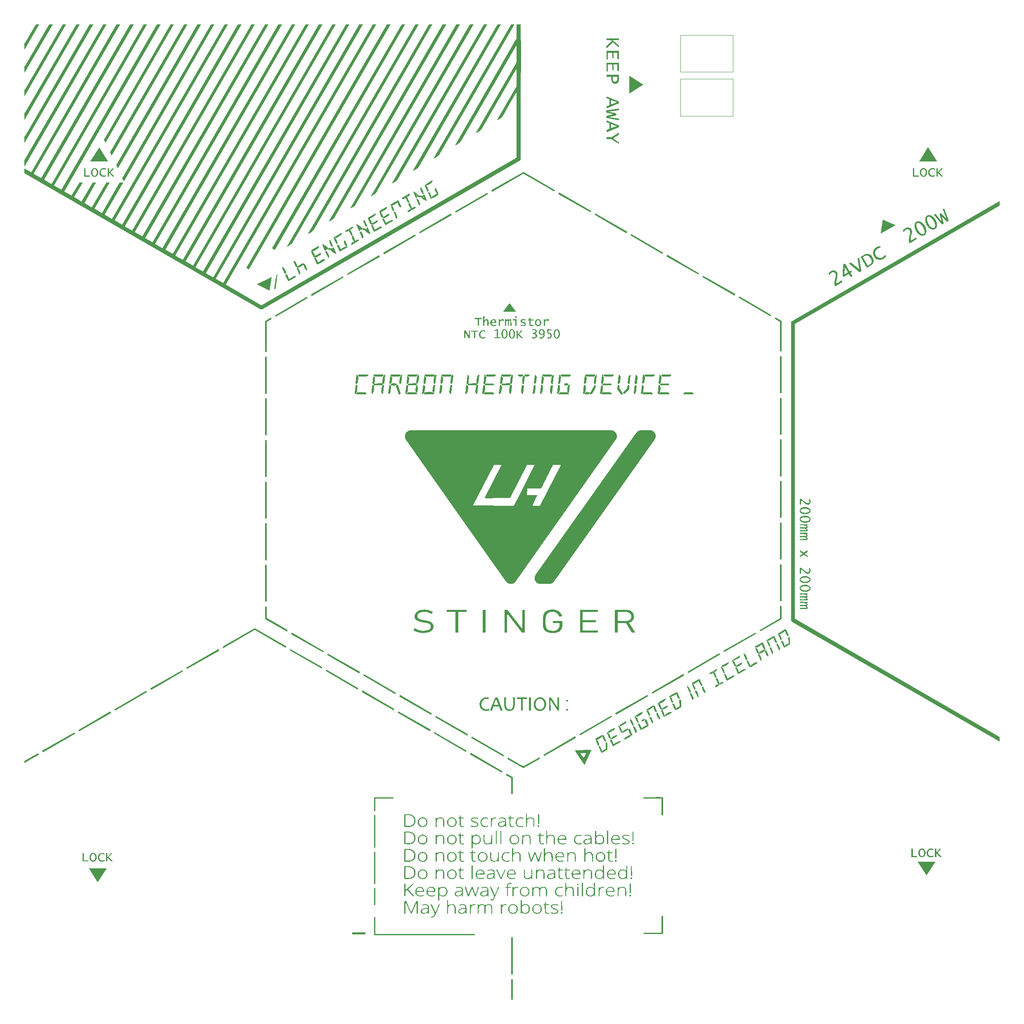
<source format=gbr>
G04 #@! TF.GenerationSoftware,KiCad,Pcbnew,7.0.6*
G04 #@! TF.CreationDate,2023-10-21T01:30:07+00:00*
G04 #@! TF.ProjectId,HeatedBedFoil,48656174-6564-4426-9564-466f696c2e6b,rev?*
G04 #@! TF.SameCoordinates,Original*
G04 #@! TF.FileFunction,Legend,Top*
G04 #@! TF.FilePolarity,Positive*
%FSLAX46Y46*%
G04 Gerber Fmt 4.6, Leading zero omitted, Abs format (unit mm)*
G04 Created by KiCad (PCBNEW 7.0.6) date 2023-10-21 01:30:07*
%MOMM*%
%LPD*%
G01*
G04 APERTURE LIST*
%ADD10C,0.000000*%
%ADD11C,0.120000*%
G04 APERTURE END LIST*
D10*
G36*
X140011472Y-235766447D02*
G01*
X140018859Y-235767019D01*
X140026145Y-235767960D01*
X140033321Y-235769260D01*
X140040375Y-235770911D01*
X140047299Y-235772902D01*
X140054084Y-235775223D01*
X140060719Y-235777866D01*
X140067195Y-235780821D01*
X140073503Y-235784078D01*
X140079634Y-235787627D01*
X140085577Y-235791459D01*
X140091323Y-235795564D01*
X140096862Y-235799932D01*
X140102186Y-235804555D01*
X140107284Y-235809422D01*
X140112146Y-235814523D01*
X140116765Y-235819850D01*
X140121129Y-235825392D01*
X140125229Y-235831140D01*
X140129056Y-235837084D01*
X140132601Y-235843215D01*
X140135853Y-235849523D01*
X140138803Y-235855999D01*
X140141442Y-235862632D01*
X140143760Y-235869414D01*
X140145747Y-235876334D01*
X140147395Y-235883383D01*
X140148693Y-235890552D01*
X140149632Y-235897830D01*
X140150202Y-235905208D01*
X140150395Y-235912678D01*
X140143477Y-239999683D01*
X139827194Y-239999683D01*
X139831002Y-238048193D01*
X139825800Y-236097756D01*
X139825825Y-236077330D01*
X139826261Y-236057488D01*
X139827108Y-236038233D01*
X139828367Y-236019566D01*
X139830037Y-236001489D01*
X139832118Y-235984006D01*
X139834610Y-235967117D01*
X139837514Y-235950824D01*
X139840828Y-235935131D01*
X139844554Y-235920039D01*
X139848690Y-235905550D01*
X139853237Y-235891666D01*
X139858195Y-235878389D01*
X139863564Y-235865721D01*
X139869344Y-235853665D01*
X139875534Y-235842223D01*
X139878011Y-235837875D01*
X139880623Y-235833635D01*
X139883367Y-235829503D01*
X139886238Y-235825483D01*
X139889234Y-235821575D01*
X139892349Y-235817783D01*
X139895582Y-235814108D01*
X139898928Y-235810552D01*
X139902384Y-235807117D01*
X139905947Y-235803805D01*
X139909612Y-235800619D01*
X139913376Y-235797560D01*
X139917235Y-235794630D01*
X139921187Y-235791832D01*
X139925227Y-235789167D01*
X139929352Y-235786638D01*
X139933559Y-235784246D01*
X139937843Y-235781994D01*
X139942201Y-235779883D01*
X139946631Y-235777916D01*
X139951127Y-235776094D01*
X139955686Y-235774421D01*
X139960306Y-235772896D01*
X139964982Y-235771524D01*
X139969711Y-235770306D01*
X139974489Y-235769243D01*
X139979312Y-235768338D01*
X139984178Y-235767594D01*
X139989083Y-235767011D01*
X139994022Y-235766592D01*
X139998993Y-235766339D01*
X140003992Y-235766255D01*
X140011472Y-235766447D01*
G37*
G36*
X140161442Y-234800783D02*
G01*
X139840988Y-234800783D01*
X139840988Y-227242777D01*
X140161442Y-227242777D01*
X140161442Y-234800783D01*
G37*
G36*
X109970879Y-226636435D02*
G01*
X107191884Y-226636435D01*
X107191884Y-226222069D01*
X109970879Y-226222069D01*
X109970879Y-226636435D01*
G37*
G36*
X111853140Y-223052716D02*
G01*
X111858837Y-223053136D01*
X111864423Y-223053881D01*
X111869898Y-223054949D01*
X111875263Y-223056341D01*
X111880516Y-223058056D01*
X111885659Y-223060095D01*
X111890691Y-223062458D01*
X111895612Y-223065144D01*
X111900422Y-223068154D01*
X111905122Y-223071488D01*
X111909710Y-223075145D01*
X111914188Y-223079126D01*
X111918555Y-223083431D01*
X111922811Y-223088060D01*
X111926956Y-223093012D01*
X111930990Y-223098288D01*
X111934913Y-223103888D01*
X111938725Y-223109811D01*
X111946018Y-223122630D01*
X111949033Y-223128458D01*
X111951863Y-223134548D01*
X111954510Y-223140900D01*
X111956973Y-223147516D01*
X111959252Y-223154399D01*
X111961348Y-223161552D01*
X111963260Y-223168975D01*
X111964990Y-223176671D01*
X111966537Y-223184643D01*
X111967901Y-223192891D01*
X111969083Y-223201419D01*
X111970082Y-223210228D01*
X111970900Y-223219321D01*
X111971536Y-223228699D01*
X111971990Y-223238365D01*
X111972263Y-223248321D01*
X111982464Y-224051395D01*
X111986777Y-224854851D01*
X111985212Y-225658564D01*
X111977781Y-226462404D01*
X111977773Y-226467503D01*
X111977930Y-226472441D01*
X111978252Y-226477216D01*
X111978740Y-226481830D01*
X111979392Y-226486281D01*
X111980209Y-226490570D01*
X111981191Y-226494698D01*
X111982338Y-226498663D01*
X111983650Y-226502467D01*
X111985127Y-226506109D01*
X111986769Y-226509588D01*
X111988576Y-226512906D01*
X111990547Y-226516062D01*
X111992683Y-226519056D01*
X111994984Y-226521888D01*
X111997450Y-226524558D01*
X112000080Y-226527066D01*
X112002875Y-226529413D01*
X112005835Y-226531597D01*
X112008959Y-226533620D01*
X112012248Y-226535481D01*
X112015701Y-226537180D01*
X112019319Y-226538717D01*
X112023101Y-226540092D01*
X112027048Y-226541306D01*
X112031159Y-226542357D01*
X112035435Y-226543247D01*
X112039875Y-226543975D01*
X112044479Y-226544541D01*
X112049248Y-226544946D01*
X112054181Y-226545188D01*
X112059278Y-226545269D01*
X132253991Y-226546673D01*
X132263574Y-226546980D01*
X132272639Y-226547901D01*
X132276977Y-226548590D01*
X132281186Y-226549432D01*
X132285266Y-226550426D01*
X132289215Y-226551572D01*
X132293036Y-226552870D01*
X132296727Y-226554319D01*
X132300288Y-226555920D01*
X132303720Y-226557671D01*
X132307022Y-226559573D01*
X132310195Y-226561626D01*
X132313239Y-226563829D01*
X132316153Y-226566181D01*
X132318937Y-226568684D01*
X132321592Y-226571336D01*
X132324117Y-226574136D01*
X132326513Y-226577086D01*
X132328779Y-226580185D01*
X132330916Y-226583432D01*
X132332923Y-226586827D01*
X132334800Y-226590369D01*
X132336548Y-226594060D01*
X132338167Y-226597898D01*
X132339656Y-226601883D01*
X132341015Y-226606014D01*
X132343345Y-226614717D01*
X132345157Y-226624004D01*
X132363122Y-226741415D01*
X132363887Y-226746898D01*
X132364449Y-226752210D01*
X132364808Y-226757352D01*
X132364965Y-226762323D01*
X132364918Y-226767123D01*
X132364668Y-226771752D01*
X132364216Y-226776209D01*
X132363561Y-226780495D01*
X132362703Y-226784608D01*
X132361643Y-226788550D01*
X132360379Y-226792318D01*
X132358914Y-226795915D01*
X132357246Y-226799338D01*
X132355375Y-226802588D01*
X132353302Y-226805664D01*
X132351026Y-226808567D01*
X132348549Y-226811295D01*
X132345869Y-226813850D01*
X132342987Y-226816230D01*
X132339902Y-226818435D01*
X132336616Y-226820465D01*
X132333128Y-226822320D01*
X132329437Y-226824000D01*
X132325545Y-226825504D01*
X132321451Y-226826831D01*
X132317155Y-226827983D01*
X132312657Y-226828958D01*
X132307957Y-226829756D01*
X132303056Y-226830378D01*
X132297953Y-226830822D01*
X132292649Y-226831089D01*
X132287143Y-226831178D01*
X111810652Y-226832581D01*
X111804228Y-226832417D01*
X111797883Y-226831928D01*
X111791626Y-226831124D01*
X111785464Y-226830013D01*
X111779407Y-226828602D01*
X111773461Y-226826899D01*
X111767636Y-226824913D01*
X111761939Y-226822652D01*
X111756378Y-226820124D01*
X111750962Y-226817337D01*
X111745700Y-226814299D01*
X111740598Y-226811019D01*
X111735665Y-226807503D01*
X111730910Y-226803761D01*
X111726340Y-226799801D01*
X111721964Y-226795630D01*
X111717791Y-226791257D01*
X111713827Y-226786689D01*
X111710081Y-226781936D01*
X111706562Y-226777004D01*
X111703277Y-226771903D01*
X111700235Y-226766640D01*
X111697444Y-226761223D01*
X111694913Y-226755660D01*
X111692648Y-226749960D01*
X111690659Y-226744131D01*
X111688953Y-226738180D01*
X111687540Y-226732116D01*
X111686426Y-226725947D01*
X111685620Y-226719681D01*
X111685131Y-226713326D01*
X111684966Y-226706890D01*
X111700158Y-223194448D01*
X111700669Y-223184679D01*
X111701826Y-223175067D01*
X111703612Y-223165641D01*
X111706009Y-223156428D01*
X111709000Y-223147458D01*
X111712567Y-223138759D01*
X111716694Y-223130359D01*
X111721362Y-223122286D01*
X111726554Y-223114570D01*
X111732254Y-223107238D01*
X111738443Y-223100318D01*
X111745105Y-223093840D01*
X111752222Y-223087831D01*
X111759776Y-223082321D01*
X111767750Y-223077336D01*
X111776127Y-223072907D01*
X111790071Y-223066306D01*
X111803571Y-223060999D01*
X111810156Y-223058831D01*
X111816629Y-223056987D01*
X111822991Y-223055466D01*
X111829242Y-223054269D01*
X111835383Y-223053395D01*
X111841413Y-223052845D01*
X111847332Y-223052618D01*
X111853140Y-223052716D01*
G37*
G36*
X170819898Y-222810665D02*
G01*
X170826382Y-222811165D01*
X170832777Y-222811989D01*
X170839074Y-222813127D01*
X170845265Y-222814571D01*
X170851341Y-222816314D01*
X170857295Y-222818346D01*
X170863117Y-222820660D01*
X170868800Y-222823247D01*
X170874335Y-222826099D01*
X170879713Y-222829207D01*
X170884927Y-222832564D01*
X170889968Y-222836160D01*
X170894828Y-222839987D01*
X170899498Y-222844038D01*
X170903970Y-222848303D01*
X170908235Y-222852774D01*
X170912286Y-222857444D01*
X170916114Y-222862303D01*
X170919711Y-222867344D01*
X170923067Y-222872557D01*
X170926176Y-222877935D01*
X170929028Y-222883469D01*
X170931616Y-222889152D01*
X170933930Y-222894974D01*
X170935963Y-222900927D01*
X170937706Y-222907003D01*
X170939150Y-222913194D01*
X170940289Y-222919490D01*
X170941112Y-222925885D01*
X170941612Y-222932369D01*
X170941781Y-222938935D01*
X170943154Y-226433412D01*
X170942980Y-226440233D01*
X170942465Y-226446965D01*
X170941616Y-226453599D01*
X170940442Y-226460126D01*
X170938953Y-226466540D01*
X170937155Y-226472831D01*
X170935059Y-226478991D01*
X170932672Y-226485011D01*
X170930004Y-226490884D01*
X170927062Y-226496601D01*
X170923856Y-226502153D01*
X170920393Y-226507533D01*
X170916683Y-226512731D01*
X170912734Y-226517741D01*
X170908555Y-226522552D01*
X170904154Y-226527157D01*
X170899540Y-226531548D01*
X170894721Y-226535716D01*
X170889705Y-226539653D01*
X170884503Y-226543350D01*
X170879121Y-226546800D01*
X170873569Y-226549993D01*
X170867855Y-226552922D01*
X170861988Y-226555578D01*
X170855977Y-226557953D01*
X170849829Y-226560038D01*
X170843554Y-226561825D01*
X170837160Y-226563306D01*
X170830655Y-226564473D01*
X170824049Y-226565316D01*
X170817350Y-226565828D01*
X170810566Y-226566001D01*
X168978748Y-226569271D01*
X167129626Y-226567384D01*
X167114727Y-226567157D01*
X167100434Y-226566475D01*
X167086745Y-226565335D01*
X167073662Y-226563735D01*
X167061185Y-226561674D01*
X167049312Y-226559150D01*
X167038045Y-226556160D01*
X167027383Y-226552703D01*
X167017327Y-226548776D01*
X167007875Y-226544378D01*
X166999029Y-226539506D01*
X166990788Y-226534159D01*
X166983152Y-226528335D01*
X166976121Y-226522031D01*
X166969696Y-226515246D01*
X166963875Y-226507977D01*
X166958350Y-226499885D01*
X166953526Y-226491660D01*
X166949405Y-226483297D01*
X166945985Y-226474792D01*
X166943268Y-226466141D01*
X166941253Y-226457340D01*
X166939940Y-226448385D01*
X166939330Y-226439272D01*
X166939423Y-226429997D01*
X166940218Y-226420555D01*
X166941715Y-226410944D01*
X166943915Y-226401158D01*
X166946819Y-226391194D01*
X166950424Y-226381047D01*
X166954733Y-226370714D01*
X166959745Y-226360191D01*
X166964055Y-226351905D01*
X166966335Y-226347957D01*
X166968698Y-226344139D01*
X166971145Y-226340452D01*
X166973675Y-226336896D01*
X166976289Y-226333470D01*
X166978987Y-226330176D01*
X166981768Y-226327013D01*
X166984632Y-226323982D01*
X166987581Y-226321082D01*
X166990613Y-226318316D01*
X166993728Y-226315681D01*
X166996927Y-226313180D01*
X167000211Y-226310811D01*
X167003577Y-226308576D01*
X167007028Y-226306474D01*
X167010562Y-226304506D01*
X167014180Y-226302672D01*
X167017882Y-226300972D01*
X167021668Y-226299407D01*
X167025538Y-226297976D01*
X167029492Y-226296681D01*
X167033529Y-226295520D01*
X167037651Y-226294496D01*
X167041857Y-226293607D01*
X167046146Y-226292854D01*
X167050520Y-226292238D01*
X167054978Y-226291758D01*
X167059520Y-226291415D01*
X167064145Y-226291209D01*
X167068856Y-226291140D01*
X170589568Y-226291140D01*
X170593903Y-226291071D01*
X170598102Y-226290864D01*
X170602167Y-226290520D01*
X170606096Y-226290037D01*
X170609891Y-226289415D01*
X170613551Y-226288655D01*
X170617075Y-226287755D01*
X170620465Y-226286716D01*
X170623720Y-226285538D01*
X170626840Y-226284219D01*
X170629825Y-226282761D01*
X170632675Y-226281162D01*
X170635391Y-226279423D01*
X170637971Y-226277542D01*
X170640417Y-226275521D01*
X170642728Y-226273358D01*
X170644905Y-226271054D01*
X170646946Y-226268608D01*
X170648853Y-226266019D01*
X170650626Y-226263289D01*
X170652263Y-226260415D01*
X170653766Y-226257399D01*
X170655135Y-226254240D01*
X170656369Y-226250937D01*
X170657468Y-226247490D01*
X170658432Y-226243900D01*
X170659263Y-226240166D01*
X170659958Y-226236287D01*
X170660519Y-226232263D01*
X170660946Y-226228095D01*
X170661396Y-226219322D01*
X170665721Y-225416721D01*
X170664842Y-224614511D01*
X170658787Y-223812564D01*
X170647582Y-223010753D01*
X170647767Y-222991785D01*
X170648998Y-222973723D01*
X170651275Y-222956568D01*
X170654597Y-222940319D01*
X170658965Y-222924975D01*
X170664379Y-222910538D01*
X170670838Y-222897007D01*
X170674460Y-222890581D01*
X170678344Y-222884382D01*
X170682488Y-222878410D01*
X170686894Y-222872664D01*
X170691562Y-222867144D01*
X170696491Y-222861851D01*
X170701681Y-222856785D01*
X170707133Y-222851945D01*
X170712847Y-222847332D01*
X170718821Y-222842945D01*
X170731555Y-222834852D01*
X170745334Y-222827665D01*
X170760159Y-222821384D01*
X170776030Y-222816010D01*
X170778316Y-222815264D01*
X170780610Y-222814582D01*
X170782913Y-222813960D01*
X170785223Y-222813398D01*
X170787540Y-222812892D01*
X170789864Y-222812442D01*
X170792194Y-222812044D01*
X170794529Y-222811697D01*
X170799212Y-222811147D01*
X170803911Y-222810775D01*
X170808619Y-222810563D01*
X170813333Y-222810497D01*
X170819898Y-222810665D01*
G37*
G36*
X150182804Y-222038610D02*
G01*
X150191642Y-222039282D01*
X150200352Y-222040388D01*
X150208923Y-222041919D01*
X150217343Y-222043862D01*
X150225601Y-222046206D01*
X150233688Y-222048942D01*
X150241591Y-222052057D01*
X150249300Y-222055542D01*
X150256804Y-222059385D01*
X150264091Y-222063574D01*
X150271152Y-222068100D01*
X150277976Y-222072952D01*
X150284550Y-222078117D01*
X150290864Y-222083586D01*
X150296908Y-222089348D01*
X150302671Y-222095391D01*
X150308140Y-222101705D01*
X150313307Y-222108278D01*
X150318158Y-222115101D01*
X150322685Y-222122161D01*
X150326875Y-222129448D01*
X150330718Y-222136951D01*
X150334203Y-222144659D01*
X150337319Y-222152561D01*
X150340055Y-222160647D01*
X150342400Y-222168904D01*
X150344343Y-222177323D01*
X150345874Y-222185893D01*
X150346980Y-222194602D01*
X150347652Y-222203439D01*
X150347879Y-222212394D01*
X150347652Y-222221353D01*
X150346980Y-222230194D01*
X150345874Y-222238906D01*
X150344343Y-222247479D01*
X150342400Y-222255901D01*
X150340055Y-222264161D01*
X150337319Y-222272249D01*
X150334203Y-222280153D01*
X150330718Y-222287864D01*
X150326875Y-222295369D01*
X150322685Y-222302657D01*
X150318158Y-222309719D01*
X150313307Y-222316543D01*
X150308140Y-222323117D01*
X150302671Y-222329432D01*
X150296908Y-222335477D01*
X150290864Y-222341239D01*
X150284550Y-222346709D01*
X150277976Y-222351875D01*
X150271152Y-222356727D01*
X150264091Y-222361254D01*
X150256804Y-222365444D01*
X150249300Y-222369287D01*
X150241591Y-222372772D01*
X150233688Y-222375887D01*
X150225601Y-222378623D01*
X150217343Y-222380968D01*
X150208923Y-222382911D01*
X150200352Y-222384441D01*
X150191642Y-222385548D01*
X150182804Y-222386219D01*
X150173848Y-222386446D01*
X150164893Y-222386219D01*
X150156057Y-222385548D01*
X150147348Y-222384441D01*
X150138779Y-222382911D01*
X150130360Y-222380968D01*
X150122102Y-222378623D01*
X150114016Y-222375887D01*
X150106113Y-222372772D01*
X150098405Y-222369287D01*
X150090901Y-222365444D01*
X150083613Y-222361254D01*
X150076552Y-222356727D01*
X150069729Y-222351875D01*
X150063154Y-222346709D01*
X150056839Y-222341239D01*
X150050795Y-222335477D01*
X150045032Y-222329432D01*
X150039562Y-222323117D01*
X150034395Y-222316543D01*
X150029542Y-222309719D01*
X150025015Y-222302657D01*
X150020824Y-222295369D01*
X150016980Y-222287864D01*
X150013495Y-222280153D01*
X150010378Y-222272249D01*
X150007642Y-222264161D01*
X150005296Y-222255901D01*
X150003353Y-222247479D01*
X150001822Y-222238906D01*
X150000715Y-222230194D01*
X150000043Y-222221353D01*
X149999817Y-222212394D01*
X150000043Y-222203439D01*
X150000715Y-222194602D01*
X150001822Y-222185893D01*
X150003353Y-222177323D01*
X150005296Y-222168904D01*
X150007642Y-222160647D01*
X150010378Y-222152561D01*
X150013495Y-222144659D01*
X150016980Y-222136951D01*
X150020824Y-222129448D01*
X150025015Y-222122161D01*
X150029542Y-222115101D01*
X150034395Y-222108278D01*
X150039562Y-222101705D01*
X150045032Y-222095391D01*
X150050795Y-222089348D01*
X150056839Y-222083586D01*
X150063154Y-222078117D01*
X150069729Y-222072952D01*
X150076552Y-222068100D01*
X150083613Y-222063574D01*
X150090901Y-222059385D01*
X150098405Y-222055542D01*
X150106113Y-222052057D01*
X150114016Y-222048942D01*
X150122102Y-222046206D01*
X150130360Y-222043862D01*
X150138779Y-222041919D01*
X150147348Y-222040388D01*
X150156057Y-222039282D01*
X150164893Y-222038610D01*
X150173848Y-222038384D01*
X150182804Y-222038610D01*
G37*
G36*
X148901916Y-220419045D02*
G01*
X148982791Y-220426684D01*
X149063902Y-220438392D01*
X149145249Y-220454171D01*
X149226832Y-220474024D01*
X149308652Y-220497951D01*
X149390708Y-220525957D01*
X149394220Y-220527186D01*
X149397659Y-220528542D01*
X149401022Y-220530022D01*
X149404308Y-220531621D01*
X149407513Y-220533339D01*
X149410635Y-220535170D01*
X149413672Y-220537113D01*
X149416620Y-220539164D01*
X149419478Y-220541320D01*
X149422243Y-220543578D01*
X149424912Y-220545936D01*
X149427483Y-220548389D01*
X149429953Y-220550936D01*
X149432319Y-220553572D01*
X149434580Y-220556296D01*
X149436733Y-220559104D01*
X149438775Y-220561992D01*
X149440703Y-220564959D01*
X149442516Y-220568000D01*
X149444210Y-220571113D01*
X149445783Y-220574295D01*
X149447232Y-220577543D01*
X149448555Y-220580854D01*
X149449750Y-220584224D01*
X149450814Y-220587651D01*
X149451744Y-220591132D01*
X149452538Y-220594663D01*
X149453194Y-220598242D01*
X149453708Y-220601865D01*
X149454078Y-220605530D01*
X149454302Y-220609233D01*
X149454377Y-220612972D01*
X149454258Y-220617608D01*
X149453903Y-220622190D01*
X149453319Y-220626711D01*
X149452511Y-220631165D01*
X149451485Y-220635547D01*
X149450248Y-220639849D01*
X149448806Y-220644067D01*
X149447163Y-220648194D01*
X149445326Y-220652223D01*
X149443301Y-220656150D01*
X149441094Y-220659967D01*
X149438710Y-220663669D01*
X149436157Y-220667249D01*
X149433438Y-220670702D01*
X149430561Y-220674021D01*
X149427531Y-220677201D01*
X149424354Y-220680235D01*
X149421036Y-220683118D01*
X149417583Y-220685842D01*
X149414001Y-220688403D01*
X149410295Y-220690794D01*
X149406472Y-220693009D01*
X149402538Y-220695041D01*
X149398497Y-220696886D01*
X149394357Y-220698536D01*
X149390123Y-220699986D01*
X149385802Y-220701229D01*
X149381398Y-220702260D01*
X149376918Y-220703073D01*
X149372367Y-220703661D01*
X149367752Y-220704018D01*
X149363079Y-220704138D01*
X149359565Y-220704072D01*
X149356066Y-220703876D01*
X149352583Y-220703549D01*
X149349119Y-220703093D01*
X149345673Y-220702508D01*
X149342249Y-220701795D01*
X149338848Y-220700955D01*
X149335471Y-220699988D01*
X149200841Y-220664371D01*
X149059979Y-220630277D01*
X148988137Y-220615369D01*
X148915848Y-220602723D01*
X148843482Y-220592967D01*
X148771410Y-220586727D01*
X148700001Y-220584631D01*
X148629626Y-220587306D01*
X148560655Y-220595379D01*
X148526812Y-220601635D01*
X148493458Y-220609477D01*
X148460641Y-220618981D01*
X148428406Y-220630227D01*
X148396800Y-220643293D01*
X148365869Y-220658257D01*
X148335660Y-220675197D01*
X148306217Y-220694193D01*
X148277589Y-220715322D01*
X148249821Y-220738664D01*
X148245278Y-220742870D01*
X148240864Y-220747206D01*
X148236579Y-220751670D01*
X148232423Y-220756265D01*
X148228396Y-220760990D01*
X148224498Y-220765846D01*
X148220728Y-220770835D01*
X148217086Y-220775956D01*
X148210896Y-220785385D01*
X148205248Y-220795014D01*
X148200138Y-220804823D01*
X148195562Y-220814792D01*
X148191517Y-220824904D01*
X148187999Y-220835138D01*
X148185006Y-220845475D01*
X148182533Y-220855896D01*
X148180577Y-220866382D01*
X148179134Y-220876913D01*
X148178203Y-220887471D01*
X148177777Y-220898036D01*
X148177856Y-220908589D01*
X148178434Y-220919110D01*
X148179509Y-220929581D01*
X148181076Y-220939982D01*
X148183134Y-220950294D01*
X148185677Y-220960498D01*
X148188704Y-220970574D01*
X148192209Y-220980504D01*
X148196191Y-220990267D01*
X148200645Y-220999846D01*
X148205568Y-221009220D01*
X148210956Y-221018370D01*
X148216807Y-221027277D01*
X148223116Y-221035922D01*
X148229880Y-221044286D01*
X148237096Y-221052350D01*
X148244761Y-221060093D01*
X148252870Y-221067497D01*
X148261421Y-221074544D01*
X148270410Y-221081212D01*
X148273013Y-221082993D01*
X148275641Y-221084713D01*
X148280969Y-221087988D01*
X148286390Y-221091068D01*
X148291901Y-221093986D01*
X148297495Y-221096774D01*
X148303170Y-221099463D01*
X148308920Y-221102084D01*
X148314742Y-221104670D01*
X149081321Y-221414057D01*
X149130896Y-221436049D01*
X149177075Y-221459967D01*
X149219867Y-221485665D01*
X149259283Y-221512998D01*
X149295333Y-221541820D01*
X149328028Y-221571984D01*
X149357379Y-221603347D01*
X149383394Y-221635761D01*
X149406086Y-221669081D01*
X149425463Y-221703162D01*
X149441538Y-221737858D01*
X149454319Y-221773023D01*
X149463817Y-221808511D01*
X149470043Y-221844178D01*
X149473007Y-221879876D01*
X149472720Y-221915462D01*
X149469191Y-221950788D01*
X149462431Y-221985709D01*
X149452451Y-222020080D01*
X149439260Y-222053755D01*
X149422870Y-222086588D01*
X149403290Y-222118434D01*
X149380531Y-222149146D01*
X149354604Y-222178580D01*
X149325518Y-222206590D01*
X149293284Y-222233029D01*
X149257913Y-222257753D01*
X149219414Y-222280615D01*
X149177799Y-222301470D01*
X149133077Y-222320173D01*
X149085259Y-222336577D01*
X149034355Y-222350537D01*
X148962222Y-222366429D01*
X148890487Y-222379407D01*
X148819150Y-222389467D01*
X148748211Y-222396608D01*
X148677671Y-222400828D01*
X148607529Y-222402124D01*
X148537785Y-222400496D01*
X148468439Y-222395939D01*
X148399492Y-222388454D01*
X148330943Y-222378037D01*
X148262792Y-222364686D01*
X148195040Y-222348400D01*
X148127686Y-222329176D01*
X148060730Y-222307012D01*
X147994173Y-222281907D01*
X147928014Y-222253858D01*
X147924451Y-222252227D01*
X147920989Y-222250448D01*
X147917633Y-222248525D01*
X147914383Y-222246463D01*
X147911243Y-222244268D01*
X147908215Y-222241945D01*
X147905301Y-222239498D01*
X147902505Y-222236933D01*
X147899827Y-222234254D01*
X147897272Y-222231467D01*
X147894841Y-222228578D01*
X147892537Y-222225590D01*
X147890362Y-222222509D01*
X147888319Y-222219340D01*
X147886410Y-222216088D01*
X147884638Y-222212758D01*
X147883006Y-222209356D01*
X147881515Y-222205885D01*
X147880168Y-222202353D01*
X147878968Y-222198762D01*
X147877916Y-222195119D01*
X147877017Y-222191429D01*
X147876272Y-222187696D01*
X147875683Y-222183926D01*
X147875253Y-222180123D01*
X147874985Y-222176294D01*
X147874881Y-222172442D01*
X147874943Y-222168573D01*
X147875175Y-222164692D01*
X147875577Y-222160804D01*
X147876154Y-222156914D01*
X147876907Y-222153028D01*
X147878013Y-222148200D01*
X147879257Y-222143568D01*
X147880642Y-222139131D01*
X147882166Y-222134889D01*
X147883830Y-222130841D01*
X147885635Y-222126989D01*
X147887579Y-222123331D01*
X147889665Y-222119868D01*
X147891891Y-222116600D01*
X147894258Y-222113526D01*
X147896767Y-222110648D01*
X147899416Y-222107964D01*
X147902208Y-222105475D01*
X147905141Y-222103180D01*
X147908216Y-222101080D01*
X147911433Y-222099174D01*
X147914104Y-222097712D01*
X147916937Y-222096444D01*
X147919932Y-222095371D01*
X147923088Y-222094494D01*
X147926407Y-222093811D01*
X147929887Y-222093324D01*
X147933529Y-222093031D01*
X147937333Y-222092934D01*
X147941299Y-222093031D01*
X147945426Y-222093324D01*
X147949715Y-222093811D01*
X147954166Y-222094494D01*
X147958779Y-222095371D01*
X147963553Y-222096444D01*
X147968489Y-222097712D01*
X147973587Y-222099174D01*
X148035117Y-222116116D01*
X148104884Y-222132879D01*
X148181575Y-222148866D01*
X148263876Y-222163477D01*
X148350475Y-222176114D01*
X148440058Y-222186177D01*
X148531313Y-222193069D01*
X148622925Y-222196190D01*
X148713583Y-222194941D01*
X148801973Y-222188723D01*
X148886782Y-222176938D01*
X148966697Y-222158987D01*
X149004408Y-222147512D01*
X149040404Y-222134271D01*
X149074520Y-222119188D01*
X149106592Y-222102190D01*
X149136455Y-222083201D01*
X149163945Y-222062147D01*
X149188899Y-222038952D01*
X149211153Y-222013542D01*
X149213351Y-222010880D01*
X149215500Y-222008108D01*
X149217600Y-222005242D01*
X149219654Y-222002297D01*
X149221664Y-221999289D01*
X149223630Y-221996233D01*
X149225554Y-221993146D01*
X149227439Y-221990044D01*
X149233482Y-221979454D01*
X149238922Y-221968674D01*
X149243764Y-221957727D01*
X149248014Y-221946632D01*
X149251677Y-221935413D01*
X149254758Y-221924089D01*
X149257262Y-221912682D01*
X149259194Y-221901213D01*
X149260560Y-221889704D01*
X149261364Y-221878175D01*
X149261612Y-221866648D01*
X149261309Y-221855145D01*
X149260460Y-221843686D01*
X149259071Y-221832293D01*
X149257145Y-221820987D01*
X149254690Y-221809790D01*
X149251709Y-221798722D01*
X149248208Y-221787804D01*
X149244192Y-221777059D01*
X149239666Y-221766507D01*
X149234636Y-221756169D01*
X149229106Y-221746067D01*
X149223082Y-221736222D01*
X149216568Y-221726656D01*
X149209571Y-221717389D01*
X149202095Y-221708443D01*
X149194146Y-221699839D01*
X149185727Y-221691598D01*
X149176846Y-221683742D01*
X149167506Y-221676291D01*
X149157713Y-221669268D01*
X149147473Y-221662693D01*
X149144301Y-221660681D01*
X149141103Y-221658783D01*
X149137878Y-221656984D01*
X149134628Y-221655267D01*
X149131351Y-221653614D01*
X149128049Y-221652010D01*
X149121370Y-221648879D01*
X149038024Y-221613960D01*
X148944583Y-221579106D01*
X148737803Y-221506354D01*
X148629656Y-221466838D01*
X148521797Y-221424150D01*
X148416824Y-221377480D01*
X148317332Y-221326019D01*
X148225917Y-221268957D01*
X148184049Y-221238073D01*
X148145174Y-221205485D01*
X148109616Y-221171093D01*
X148077699Y-221134795D01*
X148049749Y-221096490D01*
X148026089Y-221056076D01*
X148007044Y-221013453D01*
X147992939Y-220968520D01*
X147984097Y-220921174D01*
X147980845Y-220871316D01*
X147983505Y-220818844D01*
X147992402Y-220763656D01*
X148007861Y-220705652D01*
X148030207Y-220644731D01*
X148033024Y-220638339D01*
X148036138Y-220632115D01*
X148039540Y-220626065D01*
X148043221Y-220620195D01*
X148047174Y-220614511D01*
X148051390Y-220609019D01*
X148055860Y-220603726D01*
X148060577Y-220598637D01*
X148065531Y-220593758D01*
X148070716Y-220589096D01*
X148076121Y-220584657D01*
X148081739Y-220580447D01*
X148087562Y-220576471D01*
X148093581Y-220572737D01*
X148099789Y-220569250D01*
X148106175Y-220566016D01*
X148184685Y-220533074D01*
X148263432Y-220504182D01*
X148342415Y-220479340D01*
X148421634Y-220458551D01*
X148501090Y-220441817D01*
X148580783Y-220429141D01*
X148660712Y-220420523D01*
X148740877Y-220415966D01*
X148821278Y-220415473D01*
X148901916Y-220419045D01*
G37*
G36*
X145168290Y-220405724D02*
G01*
X145218718Y-220409606D01*
X145268448Y-220415998D01*
X145317415Y-220424834D01*
X145365555Y-220436051D01*
X145412803Y-220449584D01*
X145459094Y-220465368D01*
X145504363Y-220483339D01*
X145548546Y-220503432D01*
X145591578Y-220525584D01*
X145633394Y-220549728D01*
X145673928Y-220575802D01*
X145713118Y-220603740D01*
X145750896Y-220633478D01*
X145787200Y-220664951D01*
X145821963Y-220698096D01*
X145855121Y-220732846D01*
X145886610Y-220769139D01*
X145916365Y-220806910D01*
X145944320Y-220846093D01*
X145970411Y-220886625D01*
X145994573Y-220928440D01*
X146016742Y-220971476D01*
X146036852Y-221015666D01*
X146054839Y-221060947D01*
X146070638Y-221107253D01*
X146084184Y-221154522D01*
X146095412Y-221202687D01*
X146104258Y-221251685D01*
X146110657Y-221301451D01*
X146114544Y-221351921D01*
X146115854Y-221403030D01*
X146114544Y-221454136D01*
X146110657Y-221504605D01*
X146104258Y-221554369D01*
X146095412Y-221603366D01*
X146084184Y-221651531D01*
X146070638Y-221698798D01*
X146054839Y-221745104D01*
X146036852Y-221790385D01*
X146016742Y-221834575D01*
X145994573Y-221877610D01*
X145970411Y-221919426D01*
X145944320Y-221959957D01*
X145916365Y-221999141D01*
X145886610Y-222036911D01*
X145855121Y-222073205D01*
X145821963Y-222107956D01*
X145787200Y-222141101D01*
X145750896Y-222172575D01*
X145713118Y-222202313D01*
X145673928Y-222230252D01*
X145633394Y-222256326D01*
X145591578Y-222280472D01*
X145548546Y-222302623D01*
X145504363Y-222322717D01*
X145459094Y-222340689D01*
X145412803Y-222356474D01*
X145365555Y-222370007D01*
X145317415Y-222381224D01*
X145268448Y-222390061D01*
X145218718Y-222396453D01*
X145168290Y-222400335D01*
X145117230Y-222401644D01*
X145066170Y-222400335D01*
X145015742Y-222396453D01*
X144966012Y-222390061D01*
X144917045Y-222381224D01*
X144868905Y-222370007D01*
X144821658Y-222356474D01*
X144775367Y-222340689D01*
X144730098Y-222322717D01*
X144685915Y-222302623D01*
X144642884Y-222280472D01*
X144601069Y-222256326D01*
X144560535Y-222230252D01*
X144521346Y-222202313D01*
X144483568Y-222172575D01*
X144447265Y-222141101D01*
X144412502Y-222107956D01*
X144379344Y-222073205D01*
X144347856Y-222036911D01*
X144318102Y-221999141D01*
X144290147Y-221959957D01*
X144264056Y-221919426D01*
X144239894Y-221877610D01*
X144217726Y-221834575D01*
X144197616Y-221790385D01*
X144179630Y-221745104D01*
X144163831Y-221698798D01*
X144150285Y-221651531D01*
X144139057Y-221603366D01*
X144130211Y-221554369D01*
X144123813Y-221504605D01*
X144123437Y-221499729D01*
X144363773Y-221499729D01*
X144364422Y-221534623D01*
X144366831Y-221569092D01*
X144370954Y-221603092D01*
X144376750Y-221636579D01*
X144384173Y-221669509D01*
X144393180Y-221701837D01*
X144403728Y-221733519D01*
X144415772Y-221764510D01*
X144429269Y-221794768D01*
X144444174Y-221824246D01*
X144460445Y-221852901D01*
X144478037Y-221880690D01*
X144496906Y-221907566D01*
X144517009Y-221933487D01*
X144538302Y-221958408D01*
X144560741Y-221982285D01*
X144584282Y-222005073D01*
X144608881Y-222026728D01*
X144634496Y-222047206D01*
X144661081Y-222066463D01*
X144688593Y-222084454D01*
X144716989Y-222101136D01*
X144746224Y-222116463D01*
X144776254Y-222130392D01*
X144807037Y-222142878D01*
X144838528Y-222153877D01*
X144870682Y-222163345D01*
X144903458Y-222171238D01*
X144936810Y-222177511D01*
X144970695Y-222182120D01*
X145005069Y-222185021D01*
X145039888Y-222186170D01*
X145182710Y-222186170D01*
X145217369Y-222185287D01*
X145251602Y-222182666D01*
X145285364Y-222178352D01*
X145318613Y-222172387D01*
X145351305Y-222164814D01*
X145383395Y-222155678D01*
X145414840Y-222145020D01*
X145445597Y-222132884D01*
X145475622Y-222119314D01*
X145504870Y-222104353D01*
X145533300Y-222088044D01*
X145560866Y-222070429D01*
X145587525Y-222051554D01*
X145613233Y-222031460D01*
X145637948Y-222010191D01*
X145661624Y-221987791D01*
X145684219Y-221964302D01*
X145705688Y-221939767D01*
X145725988Y-221914231D01*
X145745076Y-221887736D01*
X145762907Y-221860325D01*
X145779438Y-221832043D01*
X145794626Y-221802931D01*
X145808426Y-221773033D01*
X145820795Y-221742393D01*
X145831689Y-221711054D01*
X145841065Y-221679059D01*
X145848878Y-221646451D01*
X145855086Y-221613273D01*
X145859644Y-221579570D01*
X145862509Y-221545383D01*
X145863637Y-221510756D01*
X145865295Y-221287002D01*
X145864635Y-221252108D01*
X145862216Y-221217639D01*
X145858082Y-221183639D01*
X145852278Y-221150151D01*
X145844846Y-221117221D01*
X145835830Y-221084893D01*
X145825275Y-221053210D01*
X145813224Y-221022218D01*
X145799721Y-220991960D01*
X145784810Y-220962481D01*
X145768534Y-220933824D01*
X145750937Y-220906035D01*
X145732063Y-220879158D01*
X145711956Y-220853236D01*
X145690659Y-220828314D01*
X145668217Y-220804436D01*
X145644673Y-220781647D01*
X145620071Y-220759991D01*
X145594454Y-220739512D01*
X145567867Y-220720254D01*
X145540354Y-220702262D01*
X145511957Y-220685580D01*
X145482721Y-220670252D01*
X145452690Y-220656323D01*
X145421907Y-220643836D01*
X145390416Y-220632836D01*
X145358261Y-220623367D01*
X145325486Y-220615474D01*
X145292134Y-220609200D01*
X145258250Y-220604591D01*
X145223876Y-220601690D01*
X145189058Y-220600541D01*
X145046236Y-220600541D01*
X145011577Y-220601424D01*
X144977344Y-220604045D01*
X144943582Y-220608359D01*
X144910333Y-220614324D01*
X144877642Y-220621897D01*
X144845552Y-220631033D01*
X144814106Y-220641691D01*
X144783349Y-220653826D01*
X144753325Y-220667396D01*
X144724076Y-220682358D01*
X144695647Y-220698667D01*
X144668081Y-220716281D01*
X144641421Y-220735156D01*
X144615713Y-220755249D01*
X144590999Y-220776518D01*
X144567322Y-220798918D01*
X144544728Y-220822406D01*
X144523258Y-220846940D01*
X144502958Y-220872476D01*
X144483870Y-220898970D01*
X144466039Y-220926380D01*
X144449508Y-220954662D01*
X144434320Y-220983773D01*
X144420520Y-221013669D01*
X144408151Y-221044308D01*
X144397257Y-221075646D01*
X144387882Y-221107640D01*
X144380068Y-221140247D01*
X144373860Y-221173423D01*
X144369302Y-221207125D01*
X144366437Y-221241310D01*
X144365309Y-221275934D01*
X144363773Y-221499729D01*
X144123437Y-221499729D01*
X144119926Y-221454136D01*
X144118616Y-221403030D01*
X144119926Y-221351921D01*
X144123813Y-221301451D01*
X144130211Y-221251685D01*
X144139057Y-221202687D01*
X144150285Y-221154522D01*
X144163831Y-221107253D01*
X144179630Y-221060947D01*
X144197616Y-221015666D01*
X144217726Y-220971476D01*
X144239894Y-220928440D01*
X144264056Y-220886625D01*
X144290147Y-220846093D01*
X144318102Y-220806910D01*
X144347856Y-220769139D01*
X144379344Y-220732846D01*
X144412502Y-220698096D01*
X144447265Y-220664951D01*
X144483568Y-220633478D01*
X144521346Y-220603740D01*
X144560535Y-220575802D01*
X144601069Y-220549728D01*
X144642884Y-220525584D01*
X144685915Y-220503432D01*
X144730098Y-220483339D01*
X144775367Y-220465368D01*
X144821658Y-220449584D01*
X144868905Y-220436051D01*
X144917045Y-220424834D01*
X144966012Y-220415998D01*
X145015742Y-220409606D01*
X145066170Y-220405724D01*
X145117230Y-220404416D01*
X145168290Y-220405724D01*
G37*
G36*
X140244206Y-220407087D02*
G01*
X140294569Y-220410969D01*
X140344234Y-220417360D01*
X140393137Y-220426196D01*
X140441213Y-220437410D01*
X140488398Y-220450940D01*
X140534627Y-220466719D01*
X140579835Y-220484684D01*
X140623957Y-220504768D01*
X140666929Y-220526909D01*
X140708686Y-220551041D01*
X140749164Y-220577098D01*
X140788298Y-220605018D01*
X140826023Y-220634733D01*
X140862274Y-220666181D01*
X140896987Y-220699296D01*
X140930098Y-220734013D01*
X140961541Y-220770268D01*
X140991251Y-220807996D01*
X141019165Y-220847132D01*
X141045218Y-220887611D01*
X141069344Y-220929369D01*
X141091480Y-220972341D01*
X141111559Y-221016462D01*
X141129519Y-221061668D01*
X141145294Y-221107893D01*
X141158820Y-221155073D01*
X141170031Y-221203143D01*
X141178863Y-221252038D01*
X141185252Y-221301695D01*
X141189133Y-221352047D01*
X141190441Y-221403030D01*
X141189133Y-221454011D01*
X141185252Y-221504361D01*
X141178863Y-221554015D01*
X141170031Y-221602909D01*
X141158820Y-221650977D01*
X141145294Y-221698155D01*
X141129519Y-221744378D01*
X141111559Y-221789582D01*
X141091480Y-221833701D01*
X141069344Y-221876671D01*
X141045218Y-221918428D01*
X141019165Y-221958905D01*
X140991251Y-221998040D01*
X140961541Y-222035766D01*
X140930098Y-222072019D01*
X140896987Y-222106735D01*
X140862274Y-222139849D01*
X140826023Y-222171295D01*
X140788298Y-222201010D01*
X140749164Y-222228928D01*
X140708686Y-222254984D01*
X140666929Y-222279115D01*
X140623957Y-222301254D01*
X140579835Y-222321338D01*
X140534627Y-222339302D01*
X140488398Y-222355081D01*
X140441213Y-222368610D01*
X140393137Y-222379824D01*
X140344234Y-222388659D01*
X140294569Y-222395049D01*
X140244206Y-222398931D01*
X140193211Y-222400240D01*
X140142215Y-222398931D01*
X140091852Y-222395049D01*
X140042187Y-222388659D01*
X139993284Y-222379824D01*
X139945207Y-222368610D01*
X139898022Y-222355081D01*
X139851793Y-222339302D01*
X139806585Y-222321338D01*
X139762462Y-222301254D01*
X139719490Y-222279115D01*
X139677732Y-222254984D01*
X139637254Y-222228928D01*
X139598120Y-222201010D01*
X139560394Y-222171295D01*
X139524142Y-222139849D01*
X139489429Y-222106735D01*
X139456318Y-222072019D01*
X139424874Y-222035766D01*
X139395163Y-221998040D01*
X139367249Y-221958905D01*
X139341196Y-221918428D01*
X139317069Y-221876671D01*
X139294933Y-221833701D01*
X139274853Y-221789582D01*
X139256893Y-221744378D01*
X139241118Y-221698155D01*
X139227592Y-221650977D01*
X139216381Y-221602909D01*
X139207548Y-221554015D01*
X139201159Y-221504361D01*
X139197278Y-221454011D01*
X139195970Y-221403030D01*
X139197278Y-221352047D01*
X139201159Y-221301695D01*
X139202693Y-221289769D01*
X139444169Y-221289769D01*
X139447912Y-221524571D01*
X139449342Y-221559189D01*
X139452515Y-221593351D01*
X139457387Y-221627015D01*
X139463912Y-221660135D01*
X139472047Y-221692670D01*
X139481746Y-221724576D01*
X139492965Y-221755810D01*
X139505658Y-221786329D01*
X139519783Y-221816088D01*
X139535293Y-221845046D01*
X139552144Y-221873159D01*
X139570292Y-221900383D01*
X139589692Y-221926675D01*
X139610298Y-221951993D01*
X139632067Y-221976292D01*
X139654954Y-221999530D01*
X139678914Y-222021663D01*
X139703903Y-222042648D01*
X139729876Y-222062442D01*
X139756787Y-222081001D01*
X139784593Y-222098283D01*
X139813249Y-222114244D01*
X139842710Y-222128840D01*
X139872932Y-222142029D01*
X139903869Y-222153768D01*
X139935478Y-222164012D01*
X139967713Y-222172719D01*
X140000530Y-222179846D01*
X140033884Y-222185349D01*
X140067731Y-222189185D01*
X140102025Y-222191311D01*
X140136723Y-222191683D01*
X140269169Y-222188937D01*
X140303470Y-222187553D01*
X140337327Y-222184463D01*
X140370697Y-222179711D01*
X140403538Y-222173339D01*
X140435808Y-222165390D01*
X140467464Y-222155906D01*
X140498464Y-222144931D01*
X140528766Y-222132507D01*
X140558328Y-222118676D01*
X140587108Y-222103482D01*
X140615062Y-222086967D01*
X140642149Y-222069174D01*
X140668327Y-222050146D01*
X140693553Y-222029925D01*
X140717786Y-222008554D01*
X140740982Y-221986077D01*
X140763100Y-221962535D01*
X140784097Y-221937971D01*
X140803931Y-221912429D01*
X140822560Y-221885951D01*
X140839941Y-221858579D01*
X140856033Y-221830357D01*
X140870793Y-221801327D01*
X140884178Y-221771532D01*
X140896147Y-221741014D01*
X140906658Y-221709817D01*
X140915667Y-221677983D01*
X140923133Y-221645555D01*
X140929013Y-221612575D01*
X140933266Y-221579087D01*
X140935848Y-221545133D01*
X140936719Y-221510756D01*
X140936719Y-221501072D01*
X140932985Y-221266270D01*
X140931555Y-221231528D01*
X140928382Y-221197250D01*
X140923511Y-221163478D01*
X140916985Y-221130256D01*
X140908851Y-221097626D01*
X140899153Y-221065633D01*
X140887934Y-221034317D01*
X140875241Y-221003724D01*
X140861118Y-220973895D01*
X140845609Y-220944874D01*
X140828759Y-220916704D01*
X140810613Y-220889427D01*
X140791216Y-220863087D01*
X140770611Y-220837726D01*
X140748845Y-220813388D01*
X140725961Y-220790116D01*
X140702004Y-220767952D01*
X140677020Y-220746941D01*
X140651052Y-220727123D01*
X140624145Y-220708544D01*
X140596345Y-220691245D01*
X140567695Y-220675269D01*
X140538240Y-220660660D01*
X140508026Y-220647461D01*
X140477096Y-220635715D01*
X140445496Y-220625464D01*
X140413270Y-220616752D01*
X140380463Y-220609621D01*
X140347120Y-220604115D01*
X140313284Y-220600277D01*
X140279002Y-220598149D01*
X140244317Y-220597774D01*
X140111719Y-220600541D01*
X140077418Y-220601925D01*
X140043562Y-220605015D01*
X140010193Y-220609767D01*
X139977352Y-220616139D01*
X139945083Y-220624089D01*
X139913427Y-220633573D01*
X139882427Y-220644549D01*
X139852125Y-220656974D01*
X139822564Y-220670806D01*
X139793784Y-220686000D01*
X139765830Y-220702516D01*
X139738743Y-220720310D01*
X139712565Y-220739338D01*
X139687338Y-220759560D01*
X139663106Y-220780931D01*
X139639909Y-220803409D01*
X139617791Y-220826951D01*
X139596794Y-220851515D01*
X139576959Y-220877058D01*
X139558330Y-220903536D01*
X139540948Y-220930908D01*
X139524856Y-220959130D01*
X139510096Y-220988160D01*
X139496710Y-221017955D01*
X139484741Y-221048472D01*
X139474231Y-221079669D01*
X139465221Y-221111502D01*
X139457755Y-221143929D01*
X139451874Y-221176907D01*
X139447622Y-221210394D01*
X139445039Y-221244346D01*
X139444169Y-221278722D01*
X139444169Y-221289769D01*
X139202693Y-221289769D01*
X139207548Y-221252038D01*
X139216381Y-221203143D01*
X139227592Y-221155073D01*
X139241118Y-221107893D01*
X139256893Y-221061668D01*
X139274853Y-221016462D01*
X139294933Y-220972341D01*
X139317069Y-220929369D01*
X139341196Y-220887611D01*
X139367249Y-220847132D01*
X139395163Y-220807996D01*
X139424874Y-220770268D01*
X139456318Y-220734013D01*
X139489429Y-220699296D01*
X139524142Y-220666181D01*
X139560394Y-220634733D01*
X139598120Y-220605018D01*
X139637254Y-220577098D01*
X139677732Y-220551041D01*
X139719490Y-220526909D01*
X139762462Y-220504768D01*
X139806585Y-220484684D01*
X139851793Y-220466719D01*
X139898022Y-220450940D01*
X139945207Y-220437410D01*
X139993284Y-220426196D01*
X140042187Y-220417360D01*
X140091852Y-220410969D01*
X140142215Y-220407087D01*
X140193211Y-220405779D01*
X140244206Y-220407087D01*
G37*
G36*
X138621126Y-220412220D02*
G01*
X138678344Y-220416337D01*
X138736824Y-220424228D01*
X138796567Y-220435899D01*
X138857571Y-220451351D01*
X138860488Y-220452202D01*
X138863331Y-220453193D01*
X138866095Y-220454320D01*
X138868780Y-220455578D01*
X138871381Y-220456963D01*
X138873897Y-220458470D01*
X138876325Y-220460093D01*
X138878661Y-220461828D01*
X138880904Y-220463671D01*
X138883050Y-220465616D01*
X138885097Y-220467658D01*
X138887042Y-220469793D01*
X138888883Y-220472016D01*
X138890616Y-220474323D01*
X138892239Y-220476707D01*
X138893750Y-220479166D01*
X138895145Y-220481693D01*
X138896422Y-220484283D01*
X138897579Y-220486933D01*
X138898612Y-220489638D01*
X138899518Y-220492391D01*
X138900296Y-220495190D01*
X138900942Y-220498028D01*
X138901454Y-220500901D01*
X138901828Y-220503805D01*
X138902063Y-220506734D01*
X138902156Y-220509684D01*
X138902103Y-220512649D01*
X138901903Y-220515626D01*
X138901552Y-220518608D01*
X138901048Y-220521592D01*
X138900388Y-220524573D01*
X138898924Y-220529426D01*
X138897276Y-220534150D01*
X138895443Y-220538745D01*
X138893426Y-220543211D01*
X138891224Y-220547548D01*
X138888837Y-220551756D01*
X138886266Y-220555835D01*
X138883510Y-220559785D01*
X138880570Y-220563606D01*
X138877444Y-220567297D01*
X138874135Y-220570859D01*
X138870640Y-220574292D01*
X138866961Y-220577595D01*
X138863097Y-220580769D01*
X138859048Y-220583813D01*
X138854815Y-220586727D01*
X138851827Y-220588718D01*
X138848720Y-220590546D01*
X138845494Y-220592214D01*
X138842148Y-220593719D01*
X138838682Y-220595063D01*
X138835097Y-220596245D01*
X138831392Y-220597265D01*
X138827568Y-220598123D01*
X138823624Y-220598819D01*
X138819560Y-220599353D01*
X138815376Y-220599726D01*
X138811073Y-220599936D01*
X138806649Y-220599985D01*
X138802106Y-220599871D01*
X138797444Y-220599596D01*
X138792661Y-220599158D01*
X138694962Y-220592443D01*
X138604709Y-220592557D01*
X138521614Y-220599196D01*
X138445385Y-220612060D01*
X138375733Y-220630845D01*
X138312367Y-220655251D01*
X138254998Y-220684974D01*
X138203335Y-220719714D01*
X138157088Y-220759168D01*
X138115968Y-220803034D01*
X138079684Y-220851010D01*
X138047945Y-220902794D01*
X138020463Y-220958085D01*
X137996946Y-221016580D01*
X137977106Y-221077977D01*
X137960651Y-221141975D01*
X137947291Y-221208271D01*
X137936737Y-221276564D01*
X137928699Y-221346551D01*
X137922885Y-221417931D01*
X137916775Y-221563660D01*
X137916084Y-221711335D01*
X137921681Y-222002862D01*
X137923328Y-222141882D01*
X137921111Y-222273185D01*
X137920505Y-222282302D01*
X137919358Y-222290999D01*
X137917670Y-222299278D01*
X137915441Y-222307143D01*
X137912672Y-222314594D01*
X137911084Y-222318165D01*
X137909361Y-222321633D01*
X137907503Y-222325000D01*
X137905510Y-222328264D01*
X137903382Y-222331426D01*
X137901119Y-222334487D01*
X137898720Y-222337447D01*
X137896186Y-222340306D01*
X137893517Y-222343064D01*
X137890713Y-222345721D01*
X137887774Y-222348278D01*
X137884700Y-222350735D01*
X137878146Y-222355351D01*
X137871052Y-222359569D01*
X137863417Y-222363393D01*
X137855242Y-222366824D01*
X137846527Y-222369865D01*
X137838853Y-222372001D01*
X137831375Y-222373747D01*
X137824090Y-222375101D01*
X137817001Y-222376061D01*
X137810105Y-222376624D01*
X137803404Y-222376789D01*
X137796898Y-222376553D01*
X137790585Y-222375915D01*
X137784468Y-222374872D01*
X137778544Y-222373423D01*
X137772815Y-222371564D01*
X137767279Y-222369295D01*
X137761938Y-222366614D01*
X137756792Y-222363517D01*
X137751839Y-222360003D01*
X137747080Y-222356071D01*
X137743891Y-222353088D01*
X137740898Y-222349847D01*
X137738101Y-222346348D01*
X137735501Y-222342589D01*
X137733096Y-222338573D01*
X137730886Y-222334297D01*
X137728872Y-222329763D01*
X137727052Y-222324971D01*
X137725426Y-222319920D01*
X137723994Y-222314610D01*
X137722756Y-222309041D01*
X137721710Y-222303214D01*
X137720857Y-222297127D01*
X137720197Y-222290782D01*
X137719729Y-222284178D01*
X137719452Y-222277315D01*
X137714245Y-221843327D01*
X137712509Y-221401303D01*
X137714245Y-220951501D01*
X137719452Y-220494178D01*
X137719452Y-220492815D01*
X137719550Y-220488953D01*
X137719840Y-220485144D01*
X137720319Y-220481393D01*
X137720980Y-220477704D01*
X137721820Y-220474083D01*
X137722832Y-220470533D01*
X137724013Y-220467059D01*
X137725358Y-220463665D01*
X137726861Y-220460357D01*
X137728518Y-220457138D01*
X137730324Y-220454014D01*
X137732274Y-220450988D01*
X137734364Y-220448065D01*
X137736587Y-220445251D01*
X137738940Y-220442549D01*
X137741418Y-220439963D01*
X137744016Y-220437499D01*
X137746728Y-220435162D01*
X137749550Y-220432954D01*
X137752478Y-220430882D01*
X137755506Y-220428950D01*
X137758630Y-220427162D01*
X137761844Y-220425522D01*
X137765144Y-220424036D01*
X137768524Y-220422707D01*
X137771981Y-220421541D01*
X137775509Y-220420542D01*
X137779103Y-220419714D01*
X137782759Y-220419063D01*
X137786472Y-220418592D01*
X137790236Y-220418306D01*
X137794047Y-220418209D01*
X137799936Y-220418434D01*
X137805729Y-220419100D01*
X137811403Y-220420195D01*
X137816938Y-220421707D01*
X137822311Y-220423624D01*
X137827500Y-220425933D01*
X137832484Y-220428623D01*
X137837240Y-220431680D01*
X137841747Y-220435094D01*
X137845983Y-220438851D01*
X137849926Y-220442940D01*
X137853554Y-220447349D01*
X137856846Y-220452064D01*
X137859779Y-220457075D01*
X137862331Y-220462369D01*
X137863458Y-220465118D01*
X137864481Y-220467933D01*
X137929402Y-220635067D01*
X137931672Y-220640606D01*
X137934005Y-220645830D01*
X137936400Y-220650738D01*
X137938858Y-220655330D01*
X137941378Y-220659607D01*
X137943960Y-220663568D01*
X137946605Y-220667214D01*
X137949312Y-220670544D01*
X137952082Y-220673558D01*
X137954914Y-220676257D01*
X137957808Y-220678639D01*
X137960765Y-220680707D01*
X137963784Y-220682459D01*
X137966865Y-220683895D01*
X137970009Y-220685015D01*
X137973215Y-220685820D01*
X137976483Y-220686309D01*
X137979814Y-220686483D01*
X137983207Y-220686341D01*
X137986663Y-220685883D01*
X137990180Y-220685110D01*
X137993760Y-220684022D01*
X137997403Y-220682617D01*
X138001108Y-220680897D01*
X138004875Y-220678862D01*
X138008704Y-220676511D01*
X138012596Y-220673844D01*
X138016550Y-220670862D01*
X138020566Y-220667564D01*
X138024645Y-220663951D01*
X138028785Y-220660022D01*
X138032989Y-220655778D01*
X138075055Y-220614912D01*
X138118385Y-220577772D01*
X138162977Y-220544363D01*
X138208832Y-220514689D01*
X138255950Y-220488753D01*
X138304330Y-220466560D01*
X138353973Y-220448113D01*
X138404879Y-220433417D01*
X138457047Y-220422476D01*
X138510477Y-220415293D01*
X138565171Y-220411873D01*
X138621126Y-220412220D01*
G37*
G36*
X133855150Y-220410277D02*
G01*
X133892713Y-220412248D01*
X133930214Y-220415959D01*
X133967653Y-220421408D01*
X134005030Y-220428596D01*
X134042345Y-220437522D01*
X134079599Y-220448185D01*
X134116790Y-220460586D01*
X134153920Y-220474722D01*
X134227995Y-220508203D01*
X134301823Y-220548623D01*
X134375404Y-220595978D01*
X134448738Y-220650265D01*
X134456323Y-220655831D01*
X134460111Y-220658324D01*
X134463898Y-220660624D01*
X134467681Y-220662730D01*
X134471462Y-220664644D01*
X134475241Y-220666365D01*
X134479017Y-220667894D01*
X134482791Y-220669230D01*
X134486563Y-220670375D01*
X134490331Y-220671328D01*
X134494098Y-220672089D01*
X134497862Y-220672660D01*
X134501623Y-220673039D01*
X134505382Y-220673228D01*
X134509139Y-220673226D01*
X134512893Y-220673035D01*
X134516645Y-220672653D01*
X134520394Y-220672081D01*
X134524140Y-220671320D01*
X134527885Y-220670370D01*
X134531626Y-220669231D01*
X134535366Y-220667903D01*
X134539102Y-220666386D01*
X134542836Y-220664682D01*
X134546568Y-220662789D01*
X134550297Y-220660708D01*
X134554024Y-220658440D01*
X134561470Y-220653343D01*
X134568906Y-220647498D01*
X134607203Y-220617409D01*
X134648124Y-220589095D01*
X134691429Y-220562640D01*
X134736877Y-220538126D01*
X134784229Y-220515638D01*
X134833242Y-220495259D01*
X134935295Y-220461161D01*
X135041110Y-220436500D01*
X135094828Y-220427917D01*
X135148765Y-220421943D01*
X135202681Y-220418662D01*
X135256335Y-220418158D01*
X135309487Y-220420514D01*
X135361896Y-220425813D01*
X135413322Y-220434139D01*
X135463524Y-220445576D01*
X135512261Y-220460206D01*
X135559294Y-220478113D01*
X135604381Y-220499381D01*
X135647283Y-220524093D01*
X135687758Y-220552333D01*
X135725566Y-220584183D01*
X135760467Y-220619728D01*
X135792220Y-220659051D01*
X135820584Y-220702236D01*
X135845320Y-220749365D01*
X135866186Y-220800522D01*
X135882942Y-220855792D01*
X135895347Y-220915256D01*
X135903162Y-220978999D01*
X135915456Y-221145324D01*
X135924682Y-221311780D01*
X135930840Y-221478366D01*
X135933929Y-221645082D01*
X135933949Y-221811926D01*
X135930899Y-221978898D01*
X135924781Y-222145998D01*
X135915593Y-222313224D01*
X135915165Y-222318928D01*
X135914580Y-222324380D01*
X135913840Y-222329582D01*
X135912943Y-222334534D01*
X135911891Y-222339236D01*
X135910682Y-222343688D01*
X135909317Y-222347890D01*
X135907795Y-222351843D01*
X135906118Y-222355548D01*
X135904284Y-222359003D01*
X135902294Y-222362211D01*
X135900148Y-222365170D01*
X135897846Y-222367881D01*
X135895388Y-222370344D01*
X135892773Y-222372560D01*
X135890003Y-222374529D01*
X135887076Y-222376251D01*
X135883992Y-222377726D01*
X135880753Y-222378955D01*
X135877358Y-222379938D01*
X135873806Y-222380675D01*
X135870098Y-222381166D01*
X135866234Y-222381413D01*
X135862213Y-222381414D01*
X135858037Y-222381170D01*
X135853704Y-222380682D01*
X135849215Y-222379949D01*
X135844570Y-222378973D01*
X135839768Y-222377752D01*
X135834811Y-222376289D01*
X135829697Y-222374582D01*
X135824427Y-222372632D01*
X135766413Y-222350537D01*
X135763391Y-222349190D01*
X135760437Y-222347740D01*
X135757553Y-222346190D01*
X135754741Y-222344542D01*
X135752003Y-222342800D01*
X135749340Y-222340965D01*
X135746755Y-222339040D01*
X135744248Y-222337027D01*
X135741823Y-222334930D01*
X135739480Y-222332750D01*
X135737222Y-222330490D01*
X135735051Y-222328153D01*
X135732967Y-222325741D01*
X135730974Y-222323257D01*
X135729072Y-222320703D01*
X135727264Y-222318082D01*
X135725552Y-222315396D01*
X135723937Y-222312647D01*
X135722421Y-222309839D01*
X135721006Y-222306974D01*
X135719693Y-222304055D01*
X135718485Y-222301083D01*
X135717384Y-222298062D01*
X135716391Y-222294993D01*
X135715508Y-222291880D01*
X135714737Y-222288725D01*
X135714079Y-222285531D01*
X135713537Y-222282300D01*
X135713112Y-222279034D01*
X135712807Y-222275736D01*
X135712622Y-222272409D01*
X135712560Y-222269055D01*
X135717551Y-221811391D01*
X135717388Y-221443076D01*
X135712046Y-221163853D01*
X135707426Y-221057571D01*
X135701502Y-220973465D01*
X135694492Y-220923670D01*
X135683215Y-220877571D01*
X135667928Y-220835102D01*
X135648889Y-220796198D01*
X135626355Y-220760790D01*
X135600582Y-220728813D01*
X135571830Y-220700201D01*
X135540353Y-220674886D01*
X135506410Y-220652802D01*
X135470258Y-220633883D01*
X135432154Y-220618062D01*
X135392356Y-220605273D01*
X135351119Y-220595448D01*
X135308703Y-220588522D01*
X135265363Y-220584429D01*
X135221358Y-220583101D01*
X135176943Y-220584471D01*
X135132378Y-220588475D01*
X135087918Y-220595044D01*
X135043821Y-220604113D01*
X135000343Y-220615615D01*
X134957744Y-220629483D01*
X134916279Y-220645651D01*
X134876205Y-220664052D01*
X134837781Y-220684620D01*
X134801262Y-220707289D01*
X134766907Y-220731991D01*
X134734973Y-220758661D01*
X134705716Y-220787232D01*
X134679394Y-220817636D01*
X134656264Y-220849809D01*
X134636584Y-220883683D01*
X134622357Y-220913537D01*
X134609417Y-220945527D01*
X134587178Y-221015424D01*
X134569422Y-221092394D01*
X134555705Y-221175460D01*
X134545580Y-221263640D01*
X134538603Y-221355956D01*
X134534329Y-221451429D01*
X134532312Y-221549079D01*
X134544045Y-222291150D01*
X134543883Y-222295856D01*
X134543582Y-222300393D01*
X134543140Y-222304759D01*
X134542559Y-222308957D01*
X134541838Y-222312985D01*
X134540977Y-222316845D01*
X134539976Y-222320536D01*
X134538835Y-222324059D01*
X134537555Y-222327414D01*
X134536134Y-222330601D01*
X134534573Y-222333621D01*
X134532873Y-222336473D01*
X134531032Y-222339159D01*
X134529052Y-222341677D01*
X134526931Y-222344030D01*
X134524671Y-222346216D01*
X134522271Y-222348237D01*
X134519731Y-222350091D01*
X134517050Y-222351781D01*
X134514230Y-222353305D01*
X134511270Y-222354665D01*
X134508170Y-222355860D01*
X134504930Y-222356891D01*
X134501550Y-222357757D01*
X134498030Y-222358460D01*
X134494370Y-222359000D01*
X134490570Y-222359376D01*
X134486630Y-222359589D01*
X134482550Y-222359639D01*
X134478330Y-222359528D01*
X134473970Y-222359253D01*
X134469470Y-222358817D01*
X134387968Y-222351900D01*
X134383290Y-222351440D01*
X134378761Y-222350835D01*
X134374381Y-222350085D01*
X134370150Y-222349190D01*
X134366068Y-222348152D01*
X134362134Y-222346971D01*
X134358349Y-222345647D01*
X134354713Y-222344181D01*
X134351226Y-222342573D01*
X134347887Y-222340824D01*
X134344697Y-222338934D01*
X134341655Y-222336904D01*
X134338763Y-222334734D01*
X134336018Y-222332425D01*
X134333422Y-222329978D01*
X134330975Y-222327392D01*
X134328677Y-222324669D01*
X134326526Y-222321808D01*
X134324525Y-222318811D01*
X134322671Y-222315678D01*
X134320966Y-222312410D01*
X134319410Y-222309006D01*
X134318001Y-222305467D01*
X134316742Y-222301795D01*
X134315630Y-222297989D01*
X134314667Y-222294050D01*
X134313852Y-222289979D01*
X134313185Y-222285775D01*
X134312666Y-222281440D01*
X134312296Y-222276974D01*
X134312074Y-222272378D01*
X134312000Y-222267651D01*
X134314767Y-220943090D01*
X134314523Y-220928257D01*
X134313620Y-220913554D01*
X134312072Y-220898997D01*
X134309890Y-220884602D01*
X134307088Y-220870387D01*
X134303680Y-220856367D01*
X134299679Y-220842560D01*
X134295097Y-220828980D01*
X134289949Y-220815646D01*
X134284247Y-220802573D01*
X134278004Y-220789778D01*
X134271234Y-220777277D01*
X134263950Y-220765086D01*
X134256165Y-220753223D01*
X134239146Y-220730543D01*
X134220281Y-220709369D01*
X134210189Y-220699388D01*
X134199676Y-220689832D01*
X134188754Y-220680719D01*
X134177437Y-220672064D01*
X134165738Y-220663884D01*
X134153670Y-220656196D01*
X134141246Y-220649016D01*
X134128480Y-220642360D01*
X134115385Y-220636244D01*
X134101973Y-220630686D01*
X134088258Y-220625702D01*
X134074254Y-220621308D01*
X134059973Y-220617520D01*
X134045429Y-220614356D01*
X133944221Y-220598432D01*
X133850692Y-220590804D01*
X133764547Y-220591084D01*
X133685495Y-220598883D01*
X133613243Y-220613813D01*
X133547496Y-220635486D01*
X133487962Y-220663513D01*
X133434349Y-220697507D01*
X133386362Y-220737079D01*
X133343708Y-220781841D01*
X133306095Y-220831405D01*
X133273229Y-220885382D01*
X133244818Y-220943385D01*
X133220567Y-221005024D01*
X133200185Y-221069913D01*
X133183377Y-221137662D01*
X133169851Y-221207884D01*
X133159314Y-221280190D01*
X133146033Y-221429501D01*
X133141189Y-221582491D01*
X133142437Y-221736054D01*
X133153829Y-222032474D01*
X133159283Y-222169121D01*
X133161449Y-222293917D01*
X133161376Y-222298623D01*
X133161158Y-222303159D01*
X133160794Y-222307526D01*
X133160284Y-222311724D01*
X133159629Y-222315752D01*
X133158828Y-222319612D01*
X133157881Y-222323303D01*
X133156789Y-222326826D01*
X133155551Y-222330181D01*
X133154168Y-222333368D01*
X133152638Y-222336388D01*
X133150963Y-222339241D01*
X133149143Y-222341927D01*
X133147177Y-222344446D01*
X133145065Y-222346799D01*
X133142807Y-222348986D01*
X133140403Y-222351007D01*
X133137854Y-222352862D01*
X133135160Y-222354552D01*
X133132319Y-222356077D01*
X133129333Y-222357437D01*
X133126201Y-222358633D01*
X133122923Y-222359665D01*
X133119500Y-222360533D01*
X133115930Y-222361237D01*
X133112215Y-222361777D01*
X133108355Y-222362155D01*
X133104348Y-222362369D01*
X133100196Y-222362422D01*
X133095898Y-222362311D01*
X133091454Y-222362039D01*
X133086864Y-222361605D01*
X133027477Y-222356071D01*
X133016439Y-222354466D01*
X133011187Y-222353431D01*
X133006113Y-222352241D01*
X133001217Y-222350896D01*
X132996499Y-222349394D01*
X132991959Y-222347735D01*
X132987597Y-222345919D01*
X132983413Y-222343946D01*
X132979407Y-222341814D01*
X132975579Y-222339523D01*
X132971929Y-222337073D01*
X132968458Y-222334463D01*
X132965164Y-222331693D01*
X132962048Y-222328762D01*
X132959111Y-222325670D01*
X132956351Y-222322416D01*
X132953769Y-222319000D01*
X132951366Y-222315421D01*
X132949140Y-222311679D01*
X132947093Y-222307773D01*
X132945224Y-222303703D01*
X132943532Y-222299468D01*
X132942019Y-222295068D01*
X132940684Y-222290502D01*
X132939526Y-222285770D01*
X132938547Y-222280871D01*
X132937746Y-222275805D01*
X132937123Y-222270571D01*
X132936678Y-222265169D01*
X132936411Y-222259598D01*
X132936322Y-222253858D01*
X132940462Y-220563249D01*
X132940598Y-220557970D01*
X132941002Y-220552755D01*
X132941666Y-220547610D01*
X132942585Y-220542541D01*
X132943751Y-220537557D01*
X132945157Y-220532663D01*
X132946798Y-220527867D01*
X132948665Y-220523175D01*
X132950753Y-220518595D01*
X132953054Y-220514132D01*
X132955562Y-220509794D01*
X132958271Y-220505588D01*
X132961172Y-220501521D01*
X132964260Y-220497599D01*
X132967528Y-220493829D01*
X132970969Y-220490218D01*
X132974576Y-220486773D01*
X132978343Y-220483501D01*
X132982263Y-220480408D01*
X132986328Y-220477502D01*
X132990533Y-220474789D01*
X132994871Y-220472276D01*
X132999334Y-220469969D01*
X133003916Y-220467877D01*
X133008611Y-220466005D01*
X133013411Y-220464361D01*
X133018310Y-220462950D01*
X133023300Y-220461781D01*
X133028376Y-220460860D01*
X133033531Y-220460194D01*
X133038757Y-220459789D01*
X133044048Y-220459652D01*
X133048189Y-220459652D01*
X133061182Y-220460251D01*
X133073227Y-220461527D01*
X133078893Y-220462419D01*
X133084322Y-220463479D01*
X133089514Y-220464708D01*
X133094468Y-220466105D01*
X133099185Y-220467669D01*
X133103665Y-220469402D01*
X133107907Y-220471302D01*
X133111912Y-220473369D01*
X133115680Y-220475603D01*
X133119210Y-220478003D01*
X133122502Y-220480570D01*
X133125557Y-220483303D01*
X133128374Y-220486202D01*
X133130954Y-220489267D01*
X133133296Y-220492497D01*
X133135401Y-220495893D01*
X133137267Y-220499453D01*
X133138897Y-220503178D01*
X133140288Y-220507068D01*
X133141442Y-220511122D01*
X133142358Y-220515340D01*
X133143036Y-220519721D01*
X133143477Y-220524266D01*
X133143679Y-220528974D01*
X133143644Y-220533846D01*
X133143371Y-220538880D01*
X133142860Y-220544076D01*
X133142111Y-220549435D01*
X133141828Y-220550984D01*
X133141592Y-220552536D01*
X133141402Y-220554088D01*
X133141253Y-220555642D01*
X133141143Y-220557197D01*
X133141068Y-220558753D01*
X133141026Y-220560309D01*
X133141013Y-220561865D01*
X133141099Y-220565215D01*
X133141357Y-220568527D01*
X133141780Y-220571798D01*
X133142365Y-220575023D01*
X133143109Y-220578198D01*
X133144006Y-220581317D01*
X133145052Y-220584376D01*
X133146243Y-220587371D01*
X133147575Y-220590298D01*
X133149044Y-220593151D01*
X133150644Y-220595926D01*
X133152373Y-220598618D01*
X133154226Y-220601224D01*
X133156199Y-220603738D01*
X133158286Y-220606156D01*
X133160485Y-220608473D01*
X133162791Y-220610685D01*
X133165200Y-220612788D01*
X133167706Y-220614776D01*
X133170307Y-220616645D01*
X133172998Y-220618391D01*
X133175775Y-220620009D01*
X133178633Y-220621494D01*
X133181568Y-220622842D01*
X133184576Y-220624049D01*
X133187652Y-220625110D01*
X133190793Y-220626020D01*
X133193995Y-220626774D01*
X133197252Y-220627369D01*
X133200561Y-220627800D01*
X133203917Y-220628061D01*
X133207317Y-220628150D01*
X133209878Y-220628101D01*
X133212433Y-220627956D01*
X133214978Y-220627714D01*
X133217510Y-220627375D01*
X133220026Y-220626939D01*
X133222522Y-220626406D01*
X133224996Y-220625776D01*
X133227443Y-220625049D01*
X133229862Y-220624226D01*
X133232248Y-220623305D01*
X133234599Y-220622287D01*
X133236911Y-220621171D01*
X133239182Y-220619959D01*
X133241407Y-220618650D01*
X133243583Y-220617243D01*
X133245708Y-220615739D01*
X133322758Y-220565623D01*
X133399560Y-220522497D01*
X133476113Y-220486355D01*
X133552417Y-220457195D01*
X133590475Y-220445231D01*
X133628472Y-220435011D01*
X133666407Y-220426534D01*
X133704280Y-220419799D01*
X133742090Y-220414807D01*
X133779839Y-220411556D01*
X133817525Y-220410047D01*
X133855150Y-220410277D01*
G37*
G36*
X131411464Y-220405987D02*
G01*
X131416918Y-220406602D01*
X131422276Y-220407610D01*
X131427518Y-220408996D01*
X131432628Y-220410746D01*
X131437588Y-220412847D01*
X131442379Y-220415283D01*
X131446985Y-220418042D01*
X131451387Y-220421107D01*
X131455567Y-220424467D01*
X131459508Y-220428105D01*
X131463192Y-220432008D01*
X131466601Y-220436163D01*
X131469717Y-220440553D01*
X131472523Y-220445167D01*
X131475001Y-220449988D01*
X131556483Y-220632320D01*
X131558228Y-220636224D01*
X131560020Y-220639910D01*
X131561858Y-220643377D01*
X131563741Y-220646625D01*
X131565671Y-220649655D01*
X131567647Y-220652467D01*
X131569670Y-220655061D01*
X131571738Y-220657435D01*
X131573852Y-220659592D01*
X131576013Y-220661530D01*
X131578220Y-220663249D01*
X131580473Y-220664751D01*
X131582772Y-220666033D01*
X131585117Y-220667097D01*
X131587508Y-220667943D01*
X131589945Y-220668570D01*
X131592429Y-220668979D01*
X131594959Y-220669169D01*
X131597534Y-220669140D01*
X131600156Y-220668893D01*
X131602824Y-220668428D01*
X131605539Y-220667744D01*
X131608299Y-220666841D01*
X131611105Y-220665720D01*
X131613958Y-220664380D01*
X131616857Y-220662822D01*
X131619802Y-220661045D01*
X131622793Y-220659049D01*
X131625830Y-220656835D01*
X131628913Y-220654402D01*
X131632043Y-220651751D01*
X131635218Y-220648881D01*
X131678724Y-220610893D01*
X131723266Y-220576173D01*
X131768845Y-220544723D01*
X131815460Y-220516543D01*
X131863111Y-220491631D01*
X131911798Y-220469990D01*
X131961521Y-220451617D01*
X132012281Y-220436515D01*
X132064076Y-220424682D01*
X132116908Y-220416119D01*
X132170775Y-220410825D01*
X132225679Y-220408802D01*
X132281618Y-220410048D01*
X132338593Y-220414564D01*
X132396604Y-220422351D01*
X132455651Y-220433407D01*
X132458651Y-220434002D01*
X132461590Y-220434746D01*
X132464465Y-220435635D01*
X132467273Y-220436663D01*
X132470011Y-220437827D01*
X132472676Y-220439122D01*
X132475265Y-220440544D01*
X132477775Y-220442087D01*
X132480204Y-220443747D01*
X132482548Y-220445521D01*
X132484804Y-220447402D01*
X132486970Y-220449387D01*
X132489043Y-220451472D01*
X132491019Y-220453651D01*
X132492895Y-220455919D01*
X132494670Y-220458274D01*
X132496339Y-220460709D01*
X132497900Y-220463221D01*
X132499350Y-220465804D01*
X132500686Y-220468455D01*
X132501905Y-220471169D01*
X132503004Y-220473941D01*
X132503981Y-220476766D01*
X132504831Y-220479641D01*
X132505553Y-220482560D01*
X132506144Y-220485520D01*
X132506600Y-220488515D01*
X132506918Y-220491540D01*
X132507096Y-220494592D01*
X132507130Y-220497666D01*
X132507018Y-220500758D01*
X132506757Y-220503862D01*
X132505603Y-220511244D01*
X132504213Y-220518368D01*
X132502585Y-220525237D01*
X132500721Y-220531853D01*
X132498619Y-220538218D01*
X132496280Y-220544335D01*
X132493704Y-220550204D01*
X132490889Y-220555828D01*
X132487837Y-220561210D01*
X132484548Y-220566351D01*
X132481019Y-220571253D01*
X132477253Y-220575919D01*
X132473248Y-220580351D01*
X132469005Y-220584551D01*
X132464522Y-220588520D01*
X132459801Y-220592261D01*
X132456406Y-220594491D01*
X132452796Y-220596528D01*
X132448973Y-220598370D01*
X132444935Y-220600019D01*
X132440682Y-220601475D01*
X132436215Y-220602736D01*
X132431533Y-220603803D01*
X132426635Y-220604676D01*
X132421522Y-220605356D01*
X132416193Y-220605841D01*
X132410649Y-220606132D01*
X132404888Y-220606228D01*
X132398911Y-220606131D01*
X132392718Y-220605839D01*
X132386309Y-220605352D01*
X132379682Y-220604671D01*
X132286791Y-220597890D01*
X132200878Y-220597801D01*
X132121677Y-220604103D01*
X132048924Y-220616496D01*
X131982353Y-220634679D01*
X131921698Y-220658352D01*
X131866695Y-220687215D01*
X131817078Y-220720966D01*
X131772582Y-220759307D01*
X131732942Y-220801935D01*
X131697892Y-220848551D01*
X131667166Y-220898855D01*
X131640501Y-220952545D01*
X131617630Y-221009322D01*
X131598288Y-221068885D01*
X131582209Y-221130933D01*
X131569129Y-221195166D01*
X131558783Y-221261284D01*
X131550904Y-221328986D01*
X131545227Y-221397972D01*
X131539421Y-221538592D01*
X131539242Y-221680742D01*
X131547273Y-221960016D01*
X131551239Y-222092333D01*
X131552343Y-222216565D01*
X131552009Y-222227973D01*
X131551375Y-222238901D01*
X131550440Y-222249351D01*
X131549205Y-222259329D01*
X131547668Y-222268837D01*
X131545831Y-222277881D01*
X131543693Y-222286464D01*
X131541253Y-222294591D01*
X131538513Y-222302264D01*
X131535472Y-222309489D01*
X131532130Y-222316269D01*
X131528486Y-222322609D01*
X131524541Y-222328511D01*
X131520296Y-222333982D01*
X131515748Y-222339023D01*
X131510900Y-222343640D01*
X131505783Y-222347605D01*
X131500427Y-222351213D01*
X131494831Y-222354465D01*
X131488996Y-222357361D01*
X131482922Y-222359901D01*
X131476610Y-222362085D01*
X131470059Y-222363912D01*
X131463270Y-222365384D01*
X131456242Y-222366499D01*
X131448977Y-222367258D01*
X131441474Y-222367660D01*
X131433733Y-222367707D01*
X131425754Y-222367397D01*
X131417539Y-222366731D01*
X131409086Y-222365709D01*
X131400396Y-222364331D01*
X131396152Y-222363624D01*
X131392042Y-222362795D01*
X131388066Y-222361847D01*
X131384225Y-222360778D01*
X131380518Y-222359590D01*
X131376946Y-222358283D01*
X131373508Y-222356858D01*
X131370205Y-222355315D01*
X131367036Y-222353654D01*
X131364002Y-222351876D01*
X131361102Y-222349982D01*
X131358338Y-222347973D01*
X131355707Y-222345848D01*
X131353212Y-222343608D01*
X131350851Y-222341253D01*
X131348624Y-222338785D01*
X131346533Y-222336204D01*
X131344576Y-222333510D01*
X131342754Y-222330703D01*
X131341067Y-222327785D01*
X131339515Y-222324755D01*
X131338097Y-222321615D01*
X131336815Y-222318364D01*
X131335667Y-222315004D01*
X131334654Y-222311535D01*
X131333777Y-222307956D01*
X131333034Y-222304270D01*
X131332426Y-222300476D01*
X131331953Y-222296575D01*
X131331615Y-222292567D01*
X131331413Y-222288452D01*
X131331345Y-222284233D01*
X131329962Y-220480384D01*
X131330123Y-220476524D01*
X131330475Y-220472716D01*
X131331013Y-220468967D01*
X131331733Y-220465279D01*
X131332630Y-220461659D01*
X131333698Y-220458110D01*
X131334933Y-220454636D01*
X131336330Y-220451243D01*
X131337884Y-220447935D01*
X131339591Y-220444716D01*
X131341446Y-220441592D01*
X131343443Y-220438566D01*
X131345578Y-220435643D01*
X131347847Y-220432829D01*
X131350243Y-220430126D01*
X131352763Y-220427540D01*
X131355402Y-220425076D01*
X131358154Y-220422737D01*
X131361016Y-220420530D01*
X131363981Y-220418457D01*
X131367046Y-220416524D01*
X131370205Y-220414735D01*
X131373454Y-220413095D01*
X131376788Y-220411608D01*
X131380202Y-220410279D01*
X131383690Y-220409112D01*
X131387249Y-220408113D01*
X131390874Y-220407285D01*
X131394559Y-220406633D01*
X131398300Y-220406161D01*
X131402092Y-220405875D01*
X131405930Y-220405779D01*
X131411464Y-220405987D01*
G37*
G36*
X129966826Y-220415245D02*
G01*
X130022370Y-220420176D01*
X130076782Y-220427923D01*
X130129861Y-220438595D01*
X130181407Y-220452302D01*
X130231218Y-220469154D01*
X130279093Y-220489259D01*
X130324832Y-220512726D01*
X130368232Y-220539665D01*
X130409094Y-220570186D01*
X130447216Y-220604396D01*
X130482397Y-220642407D01*
X130514435Y-220684326D01*
X130543131Y-220730264D01*
X130568282Y-220780329D01*
X130589688Y-220834631D01*
X130607147Y-220893278D01*
X130620459Y-220956381D01*
X130629423Y-221024049D01*
X130633837Y-221096390D01*
X130639604Y-221390538D01*
X130641776Y-221690654D01*
X130640322Y-221996474D01*
X130635210Y-222307731D01*
X130635129Y-222309734D01*
X130634984Y-222311645D01*
X130634781Y-222313495D01*
X130634523Y-222315315D01*
X130634212Y-222317137D01*
X130633853Y-222318992D01*
X130633449Y-222320912D01*
X130633003Y-222322929D01*
X130632044Y-222326252D01*
X130630931Y-222329492D01*
X130629667Y-222332644D01*
X130628259Y-222335705D01*
X130626711Y-222338673D01*
X130625030Y-222341543D01*
X130623220Y-222344313D01*
X130621286Y-222346978D01*
X130619235Y-222349537D01*
X130617071Y-222351986D01*
X130614799Y-222354320D01*
X130612425Y-222356538D01*
X130609954Y-222358635D01*
X130607392Y-222360609D01*
X130604743Y-222362456D01*
X130602014Y-222364173D01*
X130599209Y-222365757D01*
X130596333Y-222367204D01*
X130593392Y-222368511D01*
X130590392Y-222369674D01*
X130587337Y-222370691D01*
X130584233Y-222371559D01*
X130581085Y-222372273D01*
X130577898Y-222372831D01*
X130574679Y-222373229D01*
X130571431Y-222373464D01*
X130568160Y-222373533D01*
X130564873Y-222373432D01*
X130561573Y-222373159D01*
X130558266Y-222372709D01*
X130554958Y-222372080D01*
X130551654Y-222371269D01*
X130547929Y-222370198D01*
X130546079Y-222369625D01*
X130544244Y-222369005D01*
X130542428Y-222368322D01*
X130541529Y-222367952D01*
X130540637Y-222367561D01*
X130539752Y-222367145D01*
X130538875Y-222366703D01*
X130538007Y-222366234D01*
X130537148Y-222365735D01*
X130530020Y-222361785D01*
X130523141Y-222357705D01*
X130516511Y-222353495D01*
X130510129Y-222349154D01*
X130503995Y-222344684D01*
X130498110Y-222340082D01*
X130492473Y-222335349D01*
X130487085Y-222330485D01*
X130481944Y-222325490D01*
X130477052Y-222320363D01*
X130472408Y-222315104D01*
X130468013Y-222309712D01*
X130463865Y-222304188D01*
X130459966Y-222298531D01*
X130456315Y-222292742D01*
X130452912Y-222286819D01*
X130449756Y-222280763D01*
X130446849Y-222274573D01*
X130444190Y-222268249D01*
X130441779Y-222261791D01*
X130439615Y-222255198D01*
X130437699Y-222248471D01*
X130436032Y-222241609D01*
X130434612Y-222234611D01*
X130433439Y-222227479D01*
X130432515Y-222220211D01*
X130431838Y-222212806D01*
X130431409Y-222205266D01*
X130431227Y-222197589D01*
X130431293Y-222189776D01*
X130431606Y-222181826D01*
X130432167Y-222173739D01*
X130433264Y-222157778D01*
X130433468Y-222150452D01*
X130433444Y-222143562D01*
X130433190Y-222137107D01*
X130432708Y-222131086D01*
X130431996Y-222125500D01*
X130431055Y-222120347D01*
X130429885Y-222115627D01*
X130428485Y-222111339D01*
X130426856Y-222107484D01*
X130424998Y-222104060D01*
X130422911Y-222101067D01*
X130420594Y-222098504D01*
X130418048Y-222096371D01*
X130415272Y-222094668D01*
X130412267Y-222093394D01*
X130409032Y-222092548D01*
X130405568Y-222092130D01*
X130401875Y-222092139D01*
X130397952Y-222092575D01*
X130393799Y-222093438D01*
X130389417Y-222094726D01*
X130384805Y-222096440D01*
X130379963Y-222098578D01*
X130374892Y-222101141D01*
X130369591Y-222104128D01*
X130364060Y-222107538D01*
X130358299Y-222111370D01*
X130352309Y-222115625D01*
X130339638Y-222125399D01*
X130268491Y-222181193D01*
X130196610Y-222230478D01*
X130123994Y-222273252D01*
X130050643Y-222309513D01*
X130013692Y-222325200D01*
X129976557Y-222339258D01*
X129939239Y-222351688D01*
X129901737Y-222362487D01*
X129864052Y-222371657D01*
X129826182Y-222379197D01*
X129788129Y-222385107D01*
X129749893Y-222389386D01*
X129711472Y-222392034D01*
X129672868Y-222393051D01*
X129634080Y-222392437D01*
X129595109Y-222390192D01*
X129555954Y-222386314D01*
X129516615Y-222380805D01*
X129437385Y-222364889D01*
X129357421Y-222342442D01*
X129276722Y-222313462D01*
X129195288Y-222277946D01*
X129113120Y-222235893D01*
X129105865Y-222231833D01*
X129098815Y-222227430D01*
X129091978Y-222222695D01*
X129085363Y-222217640D01*
X129078976Y-222212277D01*
X129072826Y-222206619D01*
X129066921Y-222200678D01*
X129061269Y-222194465D01*
X129055877Y-222187994D01*
X129050755Y-222181276D01*
X129045908Y-222174323D01*
X129041347Y-222167148D01*
X129037077Y-222159763D01*
X129033109Y-222152180D01*
X129029448Y-222144410D01*
X129026104Y-222136467D01*
X128998515Y-222056775D01*
X128978719Y-221982048D01*
X128966383Y-221912118D01*
X128961173Y-221846818D01*
X128961769Y-221823961D01*
X129173221Y-221823961D01*
X129173309Y-221839317D01*
X129174149Y-221854705D01*
X129175751Y-221870098D01*
X129178125Y-221885469D01*
X129181281Y-221900790D01*
X129185229Y-221916034D01*
X129189979Y-221931174D01*
X129195541Y-221946182D01*
X129201925Y-221961032D01*
X129203923Y-221965175D01*
X129205973Y-221969317D01*
X129208078Y-221973460D01*
X129210238Y-221977603D01*
X129212455Y-221981746D01*
X129214733Y-221985888D01*
X129217071Y-221990031D01*
X129219473Y-221994174D01*
X129249431Y-222037863D01*
X129282901Y-222076793D01*
X129319577Y-222111050D01*
X129359151Y-222140722D01*
X129401315Y-222165898D01*
X129445763Y-222186665D01*
X129492188Y-222203111D01*
X129540281Y-222215323D01*
X129589736Y-222223390D01*
X129640245Y-222227399D01*
X129691502Y-222227438D01*
X129743198Y-222223594D01*
X129795027Y-222215955D01*
X129846680Y-222204610D01*
X129897852Y-222189646D01*
X129948235Y-222171150D01*
X129997521Y-222149211D01*
X130045403Y-222123916D01*
X130091573Y-222095352D01*
X130135726Y-222063609D01*
X130177552Y-222028773D01*
X130216745Y-221990932D01*
X130252998Y-221950174D01*
X130286004Y-221906587D01*
X130315454Y-221860258D01*
X130341043Y-221811276D01*
X130362462Y-221759727D01*
X130379404Y-221705701D01*
X130391562Y-221649284D01*
X130398628Y-221590564D01*
X130400296Y-221529629D01*
X130396258Y-221466567D01*
X130395355Y-221459770D01*
X130394750Y-221456518D01*
X130394043Y-221453365D01*
X130393234Y-221450311D01*
X130392323Y-221447357D01*
X130391310Y-221444503D01*
X130390194Y-221441750D01*
X130388977Y-221439097D01*
X130387658Y-221436547D01*
X130386236Y-221434099D01*
X130384712Y-221431753D01*
X130383086Y-221429511D01*
X130381357Y-221427372D01*
X130379526Y-221425337D01*
X130377593Y-221423408D01*
X130375558Y-221421583D01*
X130373420Y-221419864D01*
X130371179Y-221418251D01*
X130368836Y-221416745D01*
X130366391Y-221415347D01*
X130363843Y-221414056D01*
X130361193Y-221412873D01*
X130358440Y-221411799D01*
X130355585Y-221410834D01*
X130352626Y-221409979D01*
X130349566Y-221409234D01*
X130346402Y-221408599D01*
X130343136Y-221408076D01*
X130339767Y-221407665D01*
X130336295Y-221407366D01*
X130332721Y-221407180D01*
X130272229Y-221404492D01*
X130211954Y-221403166D01*
X130151896Y-221403204D01*
X130092054Y-221404607D01*
X130032428Y-221407379D01*
X129973017Y-221411520D01*
X129913823Y-221417034D01*
X129854844Y-221423921D01*
X129796080Y-221432185D01*
X129737530Y-221441826D01*
X129679196Y-221452847D01*
X129621076Y-221465250D01*
X129563171Y-221479037D01*
X129505479Y-221494210D01*
X129448001Y-221510770D01*
X129390737Y-221528721D01*
X129381881Y-221531844D01*
X129377487Y-221533448D01*
X129373113Y-221535102D01*
X129368759Y-221536821D01*
X129364422Y-221538623D01*
X129360101Y-221540522D01*
X129355795Y-221542535D01*
X129341343Y-221549608D01*
X129327413Y-221557341D01*
X129314016Y-221565707D01*
X129301161Y-221574679D01*
X129288858Y-221584230D01*
X129277117Y-221594333D01*
X129265949Y-221604959D01*
X129255362Y-221616082D01*
X129245368Y-221627675D01*
X129235976Y-221639709D01*
X129227195Y-221652159D01*
X129219038Y-221664996D01*
X129211512Y-221678193D01*
X129204628Y-221691723D01*
X129198397Y-221705558D01*
X129192827Y-221719672D01*
X129187930Y-221734036D01*
X129183715Y-221748624D01*
X129180192Y-221763408D01*
X129177371Y-221778361D01*
X129175263Y-221793456D01*
X129173876Y-221808665D01*
X129173221Y-221823961D01*
X128961769Y-221823961D01*
X128962758Y-221785980D01*
X128970805Y-221729438D01*
X128984980Y-221677024D01*
X129004950Y-221628571D01*
X129030384Y-221583913D01*
X129060947Y-221542881D01*
X129096308Y-221505308D01*
X129136133Y-221471028D01*
X129180089Y-221439873D01*
X129227845Y-221411676D01*
X129279066Y-221386269D01*
X129333420Y-221363487D01*
X129390575Y-221343160D01*
X129450197Y-221325123D01*
X129511953Y-221309207D01*
X129575511Y-221295247D01*
X129706701Y-221272521D01*
X129841104Y-221255609D01*
X129976058Y-221243171D01*
X130108899Y-221233871D01*
X130357593Y-221219335D01*
X130364602Y-221218844D01*
X130371309Y-221218152D01*
X130377715Y-221217258D01*
X130383819Y-221216162D01*
X130389621Y-221214866D01*
X130395121Y-221213368D01*
X130400319Y-221211669D01*
X130405215Y-221209770D01*
X130409810Y-221207670D01*
X130414102Y-221205370D01*
X130418093Y-221202871D01*
X130421782Y-221200172D01*
X130425169Y-221197274D01*
X130428254Y-221194176D01*
X130431038Y-221190880D01*
X130433519Y-221187385D01*
X130435699Y-221183692D01*
X130437576Y-221179801D01*
X130439152Y-221175712D01*
X130440426Y-221171426D01*
X130441398Y-221166942D01*
X130442069Y-221162261D01*
X130442437Y-221157384D01*
X130442503Y-221152310D01*
X130442268Y-221147039D01*
X130441731Y-221141573D01*
X130440892Y-221135910D01*
X130439750Y-221130052D01*
X130438308Y-221123999D01*
X130436563Y-221117751D01*
X130434516Y-221111308D01*
X130432167Y-221104670D01*
X130291288Y-220719315D01*
X130288003Y-220710981D01*
X130284362Y-220703064D01*
X130280364Y-220695564D01*
X130276011Y-220688479D01*
X130271301Y-220681806D01*
X130266235Y-220675544D01*
X130260813Y-220669691D01*
X130255035Y-220664244D01*
X130248901Y-220659202D01*
X130242410Y-220654562D01*
X130235564Y-220650323D01*
X130228362Y-220646483D01*
X130220803Y-220643039D01*
X130212889Y-220639989D01*
X130204619Y-220637333D01*
X130195992Y-220635067D01*
X130138596Y-220622961D01*
X130081395Y-220613058D01*
X130024387Y-220605360D01*
X129967574Y-220599868D01*
X129910955Y-220596586D01*
X129854530Y-220595515D01*
X129798300Y-220596657D01*
X129742263Y-220600015D01*
X129686421Y-220605590D01*
X129630772Y-220613385D01*
X129575318Y-220623401D01*
X129520057Y-220635642D01*
X129464991Y-220650108D01*
X129410118Y-220666803D01*
X129355440Y-220685728D01*
X129300955Y-220706885D01*
X129297261Y-220708338D01*
X129293537Y-220709592D01*
X129289792Y-220710649D01*
X129286030Y-220711511D01*
X129282258Y-220712181D01*
X129278483Y-220712661D01*
X129274711Y-220712954D01*
X129270950Y-220713063D01*
X129267204Y-220712989D01*
X129263481Y-220712736D01*
X129259787Y-220712305D01*
X129256129Y-220711700D01*
X129252512Y-220710924D01*
X129248945Y-220709977D01*
X129245432Y-220708864D01*
X129241981Y-220707587D01*
X129238598Y-220706147D01*
X129235289Y-220704548D01*
X129232061Y-220702792D01*
X129228921Y-220700882D01*
X129225875Y-220698821D01*
X129222928Y-220696610D01*
X129220089Y-220694252D01*
X129217363Y-220691750D01*
X129214757Y-220689106D01*
X129212277Y-220686323D01*
X129209929Y-220683404D01*
X129207721Y-220680350D01*
X129205659Y-220677165D01*
X129203748Y-220673851D01*
X129201996Y-220670410D01*
X129200410Y-220666846D01*
X129200408Y-220666599D01*
X129200403Y-220666382D01*
X129200396Y-220666195D01*
X129200385Y-220666034D01*
X129200373Y-220665898D01*
X129200358Y-220665785D01*
X129200341Y-220665692D01*
X129200322Y-220665617D01*
X129200302Y-220665559D01*
X129200280Y-220665516D01*
X129200257Y-220665485D01*
X129200234Y-220665464D01*
X129200210Y-220665451D01*
X129200185Y-220665445D01*
X129200135Y-220665442D01*
X129198159Y-220660569D01*
X129196378Y-220655793D01*
X129194791Y-220651109D01*
X129193398Y-220646518D01*
X129192200Y-220642015D01*
X129191196Y-220637600D01*
X129190387Y-220633269D01*
X129189772Y-220629022D01*
X129189351Y-220624855D01*
X129189125Y-220620767D01*
X129189093Y-220616756D01*
X129189255Y-220612819D01*
X129189611Y-220608955D01*
X129190161Y-220605161D01*
X129190906Y-220601434D01*
X129191844Y-220597774D01*
X129192223Y-220596230D01*
X129192661Y-220594702D01*
X129193158Y-220593190D01*
X129193714Y-220591696D01*
X129194329Y-220590218D01*
X129195004Y-220588758D01*
X129196530Y-220585890D01*
X129198293Y-220583096D01*
X129200292Y-220580375D01*
X129202528Y-220577731D01*
X129205000Y-220575166D01*
X129207708Y-220572681D01*
X129210653Y-220570279D01*
X129213834Y-220567962D01*
X129217250Y-220565731D01*
X129220903Y-220563589D01*
X129224792Y-220561538D01*
X129228917Y-220559579D01*
X129233277Y-220557715D01*
X129338672Y-220515634D01*
X129449192Y-220479574D01*
X129563229Y-220450409D01*
X129679173Y-220429012D01*
X129795417Y-220416258D01*
X129910352Y-220413021D01*
X129966826Y-220415245D01*
G37*
G36*
X123426459Y-220432313D02*
G01*
X123431499Y-220432625D01*
X123436483Y-220433207D01*
X123441410Y-220434059D01*
X123446281Y-220435182D01*
X123451096Y-220436577D01*
X123455855Y-220438245D01*
X123460557Y-220440184D01*
X123465203Y-220442397D01*
X123469792Y-220444884D01*
X123474325Y-220447645D01*
X123478802Y-220450680D01*
X123483221Y-220453991D01*
X123487584Y-220457577D01*
X123491890Y-220461439D01*
X123496139Y-220465578D01*
X123500332Y-220469994D01*
X123504467Y-220474688D01*
X123508546Y-220479659D01*
X123512567Y-220484910D01*
X123520439Y-220496249D01*
X123528081Y-220508708D01*
X123535495Y-220522292D01*
X123542679Y-220537004D01*
X123715912Y-220910152D01*
X123884845Y-221285624D01*
X124049478Y-221663163D01*
X124209811Y-222042514D01*
X124211980Y-222047664D01*
X124214162Y-222052489D01*
X124216357Y-222056990D01*
X124218565Y-222061167D01*
X124220786Y-222065018D01*
X124223020Y-222068545D01*
X124225268Y-222071745D01*
X124227528Y-222074621D01*
X124229801Y-222077170D01*
X124232088Y-222079393D01*
X124234388Y-222081290D01*
X124236701Y-222082860D01*
X124239027Y-222084103D01*
X124241367Y-222085019D01*
X124243720Y-222085608D01*
X124246086Y-222085869D01*
X124248465Y-222085802D01*
X124250858Y-222085407D01*
X124253265Y-222084684D01*
X124255684Y-222083633D01*
X124258117Y-222082252D01*
X124260564Y-222080543D01*
X124263024Y-222078504D01*
X124265498Y-222076136D01*
X124267985Y-222073438D01*
X124270485Y-222070411D01*
X124272999Y-222067053D01*
X124275527Y-222063364D01*
X124278069Y-222059345D01*
X124280624Y-222054995D01*
X124283192Y-222050314D01*
X124285775Y-222045301D01*
X124374463Y-221867121D01*
X124460999Y-221687924D01*
X124545383Y-221507725D01*
X124627611Y-221326540D01*
X124707684Y-221144385D01*
X124785598Y-220961276D01*
X124861354Y-220777230D01*
X124934948Y-220592261D01*
X124943139Y-220572965D01*
X124951813Y-220554962D01*
X124960971Y-220538250D01*
X124970612Y-220522827D01*
X124980737Y-220508691D01*
X124991346Y-220495840D01*
X125002441Y-220484272D01*
X125008170Y-220478969D01*
X125014020Y-220473985D01*
X125019992Y-220469321D01*
X125026085Y-220464977D01*
X125032300Y-220460952D01*
X125038636Y-220457246D01*
X125045094Y-220453858D01*
X125051673Y-220450789D01*
X125058374Y-220448038D01*
X125065197Y-220445605D01*
X125072142Y-220443490D01*
X125079208Y-220441692D01*
X125086396Y-220440212D01*
X125093706Y-220439048D01*
X125101138Y-220438201D01*
X125108692Y-220437670D01*
X125116369Y-220437456D01*
X125124167Y-220437558D01*
X125127693Y-220437775D01*
X125131172Y-220438167D01*
X125134599Y-220438727D01*
X125137971Y-220439452D01*
X125141283Y-220440336D01*
X125144531Y-220441376D01*
X125147710Y-220442566D01*
X125150817Y-220443902D01*
X125153847Y-220445380D01*
X125156795Y-220446995D01*
X125159659Y-220448743D01*
X125162433Y-220450618D01*
X125165113Y-220452617D01*
X125167694Y-220454735D01*
X125170174Y-220456967D01*
X125172546Y-220459309D01*
X125174808Y-220461756D01*
X125176955Y-220464304D01*
X125178982Y-220466947D01*
X125180886Y-220469683D01*
X125182662Y-220472505D01*
X125184306Y-220475410D01*
X125185813Y-220478392D01*
X125187180Y-220481448D01*
X125188402Y-220484573D01*
X125189474Y-220487762D01*
X125190394Y-220491011D01*
X125191155Y-220494315D01*
X125191755Y-220497670D01*
X125192189Y-220501071D01*
X125192452Y-220504513D01*
X125192541Y-220507992D01*
X125192517Y-220509804D01*
X125192444Y-220511617D01*
X125192323Y-220513430D01*
X125192154Y-220515243D01*
X125191936Y-220517057D01*
X125191669Y-220518870D01*
X125191354Y-220520684D01*
X125190990Y-220522498D01*
X125190577Y-220524312D01*
X125190116Y-220526126D01*
X125189606Y-220527939D01*
X125189048Y-220529753D01*
X125188441Y-220531566D01*
X125187784Y-220533379D01*
X125187079Y-220535192D01*
X125186326Y-220537004D01*
X124948065Y-221077517D01*
X124705662Y-221617636D01*
X124459117Y-222157492D01*
X124208428Y-222697216D01*
X124174559Y-222764682D01*
X124138576Y-222827228D01*
X124119791Y-222856655D01*
X124100478Y-222884853D01*
X124080637Y-222911820D01*
X124060267Y-222937556D01*
X124039368Y-222962063D01*
X124017941Y-222985339D01*
X123995986Y-223007385D01*
X123973502Y-223028201D01*
X123950489Y-223047787D01*
X123926948Y-223066142D01*
X123902879Y-223083267D01*
X123878281Y-223099162D01*
X123853154Y-223113826D01*
X123827499Y-223127261D01*
X123801316Y-223139465D01*
X123774604Y-223150439D01*
X123747364Y-223160182D01*
X123719595Y-223168696D01*
X123691298Y-223175979D01*
X123662472Y-223182032D01*
X123633118Y-223186855D01*
X123603235Y-223190447D01*
X123572824Y-223192810D01*
X123541884Y-223193942D01*
X123510416Y-223193843D01*
X123478420Y-223192515D01*
X123445895Y-223189956D01*
X123412842Y-223186167D01*
X123405208Y-223185033D01*
X123397842Y-223183705D01*
X123390746Y-223182183D01*
X123383919Y-223180467D01*
X123377361Y-223178557D01*
X123371074Y-223176454D01*
X123365056Y-223174156D01*
X123359308Y-223171664D01*
X123353830Y-223168977D01*
X123348623Y-223166097D01*
X123343686Y-223163021D01*
X123339020Y-223159751D01*
X123334626Y-223156287D01*
X123330502Y-223152628D01*
X123326650Y-223148773D01*
X123323069Y-223144724D01*
X123320549Y-223141847D01*
X123318168Y-223138908D01*
X123315927Y-223135912D01*
X123313826Y-223132863D01*
X123311864Y-223129765D01*
X123310044Y-223126622D01*
X123308363Y-223123439D01*
X123306823Y-223120219D01*
X123305424Y-223116967D01*
X123304167Y-223113686D01*
X123303050Y-223110381D01*
X123302075Y-223107056D01*
X123301241Y-223103715D01*
X123300549Y-223100363D01*
X123299999Y-223097002D01*
X123299591Y-223093638D01*
X123299308Y-223089814D01*
X123299157Y-223086110D01*
X123299139Y-223082528D01*
X123299253Y-223079068D01*
X123299501Y-223075729D01*
X123299881Y-223072511D01*
X123300393Y-223069415D01*
X123301038Y-223066440D01*
X123301816Y-223063586D01*
X123302726Y-223060854D01*
X123303769Y-223058243D01*
X123304944Y-223055754D01*
X123306252Y-223053386D01*
X123307692Y-223051139D01*
X123309264Y-223049014D01*
X123310969Y-223047010D01*
X123312806Y-223045128D01*
X123314776Y-223043367D01*
X123316878Y-223041727D01*
X123319111Y-223040209D01*
X123321478Y-223038812D01*
X123323976Y-223037537D01*
X123326606Y-223036383D01*
X123329369Y-223035351D01*
X123332263Y-223034440D01*
X123335290Y-223033650D01*
X123338449Y-223032982D01*
X123341740Y-223032436D01*
X123345162Y-223032010D01*
X123348717Y-223031707D01*
X123352403Y-223031525D01*
X123356222Y-223031464D01*
X123423229Y-223029185D01*
X123487147Y-223023377D01*
X123547979Y-223014040D01*
X123605722Y-223001175D01*
X123660378Y-222984780D01*
X123711947Y-222964857D01*
X123760429Y-222941405D01*
X123805824Y-222914424D01*
X123848132Y-222883914D01*
X123887354Y-222849875D01*
X123923489Y-222812306D01*
X123956538Y-222771209D01*
X123986501Y-222726582D01*
X124013378Y-222678425D01*
X124037169Y-222626740D01*
X124057875Y-222571524D01*
X124066838Y-222541902D01*
X124074043Y-222511568D01*
X124079489Y-222480522D01*
X124083177Y-222448764D01*
X124085106Y-222416294D01*
X124085276Y-222383112D01*
X124083688Y-222349218D01*
X124080340Y-222314613D01*
X124075232Y-222279295D01*
X124068365Y-222243266D01*
X124059739Y-222206524D01*
X124049352Y-222169071D01*
X124037205Y-222130906D01*
X124023298Y-222092029D01*
X124007631Y-222052440D01*
X123990202Y-222012139D01*
X123664611Y-221285972D01*
X123339646Y-220553565D01*
X123338742Y-220551478D01*
X123337897Y-220549363D01*
X123337110Y-220547225D01*
X123336381Y-220545066D01*
X123335711Y-220542891D01*
X123335099Y-220540704D01*
X123334545Y-220538509D01*
X123334049Y-220536310D01*
X123333612Y-220534110D01*
X123333233Y-220531914D01*
X123332913Y-220529726D01*
X123332650Y-220527550D01*
X123332446Y-220525389D01*
X123332301Y-220523247D01*
X123332213Y-220521130D01*
X123332184Y-220519039D01*
X123332267Y-220515177D01*
X123332515Y-220511358D01*
X123332924Y-220507586D01*
X123333490Y-220503866D01*
X123334211Y-220500200D01*
X123335084Y-220496592D01*
X123336105Y-220493046D01*
X123337271Y-220489565D01*
X123338579Y-220486152D01*
X123340026Y-220482812D01*
X123341608Y-220479548D01*
X123343322Y-220476363D01*
X123345165Y-220473260D01*
X123347134Y-220470245D01*
X123351437Y-220464487D01*
X123356204Y-220459117D01*
X123361410Y-220454164D01*
X123364169Y-220451853D01*
X123367029Y-220449657D01*
X123369985Y-220447579D01*
X123373035Y-220445623D01*
X123376176Y-220443792D01*
X123379403Y-220442091D01*
X123382715Y-220440522D01*
X123386107Y-220439089D01*
X123389578Y-220437796D01*
X123393122Y-220436646D01*
X123396738Y-220435643D01*
X123400421Y-220434791D01*
X123405741Y-220433759D01*
X123411004Y-220432995D01*
X123416212Y-220432499D01*
X123421363Y-220432272D01*
X123426459Y-220432313D01*
G37*
G36*
X122323377Y-220419262D02*
G01*
X122378648Y-220425468D01*
X122432707Y-220434610D01*
X122485339Y-220446808D01*
X122536324Y-220462179D01*
X122585447Y-220480842D01*
X122632490Y-220502917D01*
X122677235Y-220528521D01*
X122719465Y-220557773D01*
X122758963Y-220590793D01*
X122795512Y-220627697D01*
X122828895Y-220668606D01*
X122858894Y-220713637D01*
X122885292Y-220762909D01*
X122907872Y-220816542D01*
X122926416Y-220874652D01*
X122940708Y-220937360D01*
X122950530Y-221004784D01*
X122955664Y-221077042D01*
X122964395Y-221377245D01*
X122968441Y-221683396D01*
X122967827Y-221995762D01*
X122962576Y-222314608D01*
X122962253Y-222318340D01*
X122961754Y-222322019D01*
X122961081Y-222325641D01*
X122960241Y-222329202D01*
X122959238Y-222332696D01*
X122958076Y-222336120D01*
X122956759Y-222339470D01*
X122955293Y-222342741D01*
X122953681Y-222345929D01*
X122951927Y-222349029D01*
X122950038Y-222352038D01*
X122948016Y-222354951D01*
X122945867Y-222357763D01*
X122943595Y-222360471D01*
X122941204Y-222363071D01*
X122938699Y-222365557D01*
X122936084Y-222367925D01*
X122933364Y-222370172D01*
X122930544Y-222372293D01*
X122927627Y-222374284D01*
X122924618Y-222376140D01*
X122921522Y-222377857D01*
X122918344Y-222379431D01*
X122915086Y-222380857D01*
X122911755Y-222382132D01*
X122908355Y-222383251D01*
X122904890Y-222384209D01*
X122901364Y-222385003D01*
X122897782Y-222385628D01*
X122894149Y-222386079D01*
X122890468Y-222386354D01*
X122886746Y-222386446D01*
X122880957Y-222386222D01*
X122875259Y-222385558D01*
X122869672Y-222384469D01*
X122864216Y-222382970D01*
X122858910Y-222381074D01*
X122853776Y-222378795D01*
X122848831Y-222376149D01*
X122844097Y-222373148D01*
X122839592Y-222369808D01*
X122835338Y-222366142D01*
X122831353Y-222362164D01*
X122827658Y-222357890D01*
X122824272Y-222353333D01*
X122821215Y-222348507D01*
X122818507Y-222343427D01*
X122816169Y-222338106D01*
X122755398Y-222165458D01*
X122753900Y-222161299D01*
X122752334Y-222157366D01*
X122750700Y-222153658D01*
X122748998Y-222150175D01*
X122747228Y-222146917D01*
X122745391Y-222143883D01*
X122743486Y-222141072D01*
X122741513Y-222138484D01*
X122739473Y-222136119D01*
X122737365Y-222133976D01*
X122735189Y-222132054D01*
X122732945Y-222130353D01*
X122730634Y-222128873D01*
X122728255Y-222127613D01*
X122725809Y-222126572D01*
X122723295Y-222125750D01*
X122720714Y-222125147D01*
X122718064Y-222124762D01*
X122715348Y-222124594D01*
X122712564Y-222124643D01*
X122709712Y-222124909D01*
X122706793Y-222125391D01*
X122703807Y-222126088D01*
X122700753Y-222127001D01*
X122697631Y-222128128D01*
X122694443Y-222129469D01*
X122691187Y-222131023D01*
X122687863Y-222132790D01*
X122684472Y-222134770D01*
X122681014Y-222136962D01*
X122677489Y-222139366D01*
X122673896Y-222141980D01*
X122597749Y-222192996D01*
X122508285Y-222240124D01*
X122408082Y-222282193D01*
X122299717Y-222318036D01*
X122185767Y-222346481D01*
X122068811Y-222366360D01*
X121951427Y-222376504D01*
X121893379Y-222377559D01*
X121836191Y-222375742D01*
X121780184Y-222370906D01*
X121725681Y-222362905D01*
X121673004Y-222351594D01*
X121622475Y-222336825D01*
X121574417Y-222318453D01*
X121529152Y-222296331D01*
X121487001Y-222270313D01*
X121448287Y-222240253D01*
X121413332Y-222206006D01*
X121382459Y-222167424D01*
X121355990Y-222124361D01*
X121334246Y-222076672D01*
X121317551Y-222024210D01*
X121306226Y-221966828D01*
X121300593Y-221904382D01*
X121300915Y-221847312D01*
X121519824Y-221847312D01*
X121521160Y-221874781D01*
X121524768Y-221902024D01*
X121530599Y-221928917D01*
X121538608Y-221955333D01*
X121548746Y-221981144D01*
X121560968Y-222006225D01*
X121575225Y-222030449D01*
X121591471Y-222053689D01*
X121609659Y-222075820D01*
X121629742Y-222096714D01*
X121651672Y-222116246D01*
X121675403Y-222134288D01*
X121700888Y-222150715D01*
X121728079Y-222165400D01*
X121756930Y-222178216D01*
X121787394Y-222189036D01*
X121819423Y-222197736D01*
X121852970Y-222204187D01*
X121887989Y-222208264D01*
X121988958Y-222212977D01*
X122037088Y-222212845D01*
X122083647Y-222211056D01*
X122128637Y-222207610D01*
X122172056Y-222202508D01*
X122213905Y-222195749D01*
X122254184Y-222187334D01*
X122292893Y-222177265D01*
X122330032Y-222165541D01*
X122365601Y-222152163D01*
X122399600Y-222137131D01*
X122432028Y-222120446D01*
X122462887Y-222102109D01*
X122492175Y-222082119D01*
X122519894Y-222060478D01*
X122546042Y-222037186D01*
X122570621Y-222012244D01*
X122593629Y-221985651D01*
X122615067Y-221957409D01*
X122634936Y-221927518D01*
X122653234Y-221895978D01*
X122669962Y-221862790D01*
X122685120Y-221827955D01*
X122698708Y-221791473D01*
X122710726Y-221753344D01*
X122721174Y-221713570D01*
X122730052Y-221672150D01*
X122737360Y-221629085D01*
X122743098Y-221584375D01*
X122749864Y-221490025D01*
X122749937Y-221482225D01*
X122749776Y-221478495D01*
X122749483Y-221474879D01*
X122749057Y-221471375D01*
X122748500Y-221467985D01*
X122747811Y-221464708D01*
X122746991Y-221461544D01*
X122746038Y-221458494D01*
X122744953Y-221455557D01*
X122743736Y-221452733D01*
X122742388Y-221450022D01*
X122740907Y-221447425D01*
X122739295Y-221444940D01*
X122737551Y-221442569D01*
X122735674Y-221440312D01*
X122733666Y-221438167D01*
X122731526Y-221436136D01*
X122729254Y-221434218D01*
X122726850Y-221432413D01*
X122724314Y-221430722D01*
X122721645Y-221429144D01*
X122718845Y-221427679D01*
X122715913Y-221426327D01*
X122712849Y-221425089D01*
X122709653Y-221423963D01*
X122706325Y-221422951D01*
X122702865Y-221422053D01*
X122699273Y-221421267D01*
X122695549Y-221420595D01*
X122687705Y-221419590D01*
X122609988Y-221412244D01*
X122534656Y-221406774D01*
X122461710Y-221403182D01*
X122391150Y-221401467D01*
X122322976Y-221401629D01*
X122257188Y-221403669D01*
X122193786Y-221407586D01*
X122132769Y-221413380D01*
X122074139Y-221421052D01*
X122017894Y-221430601D01*
X121964034Y-221442027D01*
X121912561Y-221455330D01*
X121863473Y-221470511D01*
X121816771Y-221487569D01*
X121772455Y-221506504D01*
X121730524Y-221527317D01*
X121698055Y-221546198D01*
X121668470Y-221566499D01*
X121641719Y-221588092D01*
X121617757Y-221610852D01*
X121596537Y-221634651D01*
X121578011Y-221659365D01*
X121562133Y-221684865D01*
X121548855Y-221711026D01*
X121538130Y-221737720D01*
X121529912Y-221764823D01*
X121524153Y-221792207D01*
X121520806Y-221819745D01*
X121519824Y-221847312D01*
X121300915Y-221847312D01*
X121300975Y-221836724D01*
X121306238Y-221782405D01*
X121316180Y-221731509D01*
X121330574Y-221683923D01*
X121349194Y-221639532D01*
X121371814Y-221598224D01*
X121398208Y-221559885D01*
X121428150Y-221524401D01*
X121461413Y-221491658D01*
X121497772Y-221461544D01*
X121537000Y-221433945D01*
X121578872Y-221408746D01*
X121623161Y-221385835D01*
X121669641Y-221365098D01*
X121718086Y-221346422D01*
X121768270Y-221329692D01*
X121819967Y-221314796D01*
X121872951Y-221301619D01*
X121926996Y-221290049D01*
X122037363Y-221271273D01*
X122149259Y-221257559D01*
X122260876Y-221247998D01*
X122370406Y-221241684D01*
X122476038Y-221237706D01*
X122668378Y-221233128D01*
X122677261Y-221232597D01*
X122681510Y-221232125D01*
X122685630Y-221231515D01*
X122689621Y-221230767D01*
X122693483Y-221229882D01*
X122697216Y-221228858D01*
X122700821Y-221227697D01*
X122704296Y-221226399D01*
X122707642Y-221224962D01*
X122710859Y-221223388D01*
X122713947Y-221221676D01*
X122716905Y-221219827D01*
X122719734Y-221217840D01*
X122722434Y-221215715D01*
X122725005Y-221213452D01*
X122727446Y-221211052D01*
X122729757Y-221208515D01*
X122731939Y-221205839D01*
X122733991Y-221203026D01*
X122735913Y-221200076D01*
X122737706Y-221196988D01*
X122739369Y-221193762D01*
X122740902Y-221190399D01*
X122742305Y-221186899D01*
X122743579Y-221183260D01*
X122744722Y-221179485D01*
X122745735Y-221175571D01*
X122746618Y-221171521D01*
X122747371Y-221167332D01*
X122748486Y-221158544D01*
X122753249Y-221090059D01*
X122752939Y-221026918D01*
X122747801Y-220968938D01*
X122738080Y-220915937D01*
X122724019Y-220867731D01*
X122705865Y-220824137D01*
X122683861Y-220784972D01*
X122658252Y-220750052D01*
X122629282Y-220719195D01*
X122597196Y-220692218D01*
X122562238Y-220668937D01*
X122524654Y-220649170D01*
X122484687Y-220632732D01*
X122442583Y-220619442D01*
X122398585Y-220609116D01*
X122352938Y-220601571D01*
X122305888Y-220596624D01*
X122257678Y-220594092D01*
X122208553Y-220593791D01*
X122158757Y-220595539D01*
X122108536Y-220599152D01*
X122058133Y-220604448D01*
X121957763Y-220619354D01*
X121859602Y-220638792D01*
X121765606Y-220661298D01*
X121677734Y-220685406D01*
X121597941Y-220709652D01*
X121593000Y-220710668D01*
X121590488Y-220711135D01*
X121587956Y-220711554D01*
X121585412Y-220711908D01*
X121582863Y-220712181D01*
X121580314Y-220712356D01*
X121579043Y-220712403D01*
X121577774Y-220712418D01*
X121574027Y-220712322D01*
X121570326Y-220712037D01*
X121566678Y-220711566D01*
X121563086Y-220710916D01*
X121559555Y-220710091D01*
X121556089Y-220709096D01*
X121552694Y-220707935D01*
X121549375Y-220706614D01*
X121546135Y-220705137D01*
X121542981Y-220703509D01*
X121539915Y-220701734D01*
X121536944Y-220699819D01*
X121534071Y-220697766D01*
X121531303Y-220695582D01*
X121528642Y-220693271D01*
X121526095Y-220690838D01*
X121523665Y-220688287D01*
X121521358Y-220685623D01*
X121519178Y-220682852D01*
X121517130Y-220679978D01*
X121515219Y-220677005D01*
X121513449Y-220673939D01*
X121511825Y-220670785D01*
X121510352Y-220667546D01*
X121509035Y-220664229D01*
X121507878Y-220660837D01*
X121506886Y-220657376D01*
X121506064Y-220653850D01*
X121505416Y-220650265D01*
X121504948Y-220646624D01*
X121504663Y-220642933D01*
X121504567Y-220639197D01*
X121504745Y-220634055D01*
X121505273Y-220628991D01*
X121506141Y-220624021D01*
X121507340Y-220619157D01*
X121508860Y-220614414D01*
X121510692Y-220609807D01*
X121512826Y-220605349D01*
X121515253Y-220601055D01*
X121517964Y-220596939D01*
X121520947Y-220593014D01*
X121524196Y-220589296D01*
X121527698Y-220585799D01*
X121531447Y-220582536D01*
X121535430Y-220579522D01*
X121539640Y-220576770D01*
X121544067Y-220574296D01*
X121644730Y-220530669D01*
X121751846Y-220492620D01*
X121863675Y-220461098D01*
X121978481Y-220437052D01*
X122094526Y-220421432D01*
X122210070Y-220415186D01*
X122323377Y-220419262D01*
G37*
G36*
X146872738Y-219977686D02*
G01*
X146875879Y-219977920D01*
X146879008Y-219978300D01*
X146882118Y-219978825D01*
X146885203Y-219979496D01*
X146888258Y-219980312D01*
X146891277Y-219981272D01*
X146894252Y-219982375D01*
X146897180Y-219983621D01*
X146900052Y-219985010D01*
X146902865Y-219986541D01*
X146905611Y-219988214D01*
X146908284Y-219990028D01*
X146910880Y-219991982D01*
X146913391Y-219994076D01*
X146915811Y-219996310D01*
X146918136Y-219998682D01*
X146920358Y-220001194D01*
X146922472Y-220003843D01*
X146924036Y-220005949D01*
X146925511Y-220008117D01*
X146926897Y-220010340D01*
X146928191Y-220012615D01*
X146929394Y-220014939D01*
X146930504Y-220017307D01*
X146931521Y-220019715D01*
X146932443Y-220022158D01*
X146933269Y-220024634D01*
X146933998Y-220027138D01*
X146934630Y-220029665D01*
X146935162Y-220032213D01*
X146935596Y-220034776D01*
X146935928Y-220037350D01*
X146936159Y-220039933D01*
X146936287Y-220042519D01*
X146937670Y-220362952D01*
X146937778Y-220367327D01*
X146938099Y-220371641D01*
X146938626Y-220375888D01*
X146939356Y-220380063D01*
X146940283Y-220384163D01*
X146941401Y-220388183D01*
X146942705Y-220392116D01*
X146944191Y-220395959D01*
X146945852Y-220399707D01*
X146947684Y-220403355D01*
X146949682Y-220406899D01*
X146951839Y-220410333D01*
X146954151Y-220413652D01*
X146956614Y-220416852D01*
X146959220Y-220419929D01*
X146961966Y-220422876D01*
X146964845Y-220425690D01*
X146967854Y-220428366D01*
X146970986Y-220430898D01*
X146974236Y-220433282D01*
X146977599Y-220435514D01*
X146981070Y-220437588D01*
X146984644Y-220439500D01*
X146988314Y-220441244D01*
X146992077Y-220442817D01*
X146995927Y-220444212D01*
X146999858Y-220445426D01*
X147003866Y-220446454D01*
X147007945Y-220447291D01*
X147012089Y-220447931D01*
X147016295Y-220448371D01*
X147020556Y-220448605D01*
X147570267Y-220465166D01*
X147570959Y-220465166D01*
X147574345Y-220465254D01*
X147577690Y-220465516D01*
X147580989Y-220465947D01*
X147584237Y-220466543D01*
X147587431Y-220467298D01*
X147590566Y-220468209D01*
X147593638Y-220469271D01*
X147596643Y-220470479D01*
X147599575Y-220471829D01*
X147602432Y-220473316D01*
X147605207Y-220474936D01*
X147607899Y-220476683D01*
X147610501Y-220478554D01*
X147613009Y-220480544D01*
X147615420Y-220482648D01*
X147617728Y-220484862D01*
X147619931Y-220487181D01*
X147622022Y-220489601D01*
X147623999Y-220492117D01*
X147625856Y-220494725D01*
X147627589Y-220497419D01*
X147629194Y-220500196D01*
X147630667Y-220503050D01*
X147632003Y-220505978D01*
X147633198Y-220508975D01*
X147634248Y-220512035D01*
X147635148Y-220515155D01*
X147635895Y-220518331D01*
X147636483Y-220521556D01*
X147636908Y-220524828D01*
X147637166Y-220528141D01*
X147637253Y-220531490D01*
X147637167Y-220534840D01*
X147636913Y-220538152D01*
X147636493Y-220541423D01*
X147635913Y-220544648D01*
X147635177Y-220547823D01*
X147634289Y-220550942D01*
X147633252Y-220554001D01*
X147632073Y-220556996D01*
X147630753Y-220559923D01*
X147629299Y-220562776D01*
X147627714Y-220565551D01*
X147626002Y-220568243D01*
X147624168Y-220570849D01*
X147622215Y-220573363D01*
X147620148Y-220575781D01*
X147617971Y-220578098D01*
X147615689Y-220580310D01*
X147613305Y-220582413D01*
X147610825Y-220584401D01*
X147608251Y-220586270D01*
X147605588Y-220588016D01*
X147602841Y-220589634D01*
X147600014Y-220591119D01*
X147597110Y-220592467D01*
X147594135Y-220593674D01*
X147591092Y-220594735D01*
X147587986Y-220595644D01*
X147584820Y-220596399D01*
X147581600Y-220596994D01*
X147578329Y-220597425D01*
X147575011Y-220597686D01*
X147571651Y-220597774D01*
X147001208Y-220626786D01*
X146997383Y-220626975D01*
X146993677Y-220627285D01*
X146990090Y-220627716D01*
X146986621Y-220628267D01*
X146983272Y-220628940D01*
X146980041Y-220629732D01*
X146976929Y-220630645D01*
X146973936Y-220631677D01*
X146971062Y-220632829D01*
X146968306Y-220634100D01*
X146965669Y-220635490D01*
X146963151Y-220636998D01*
X146960751Y-220638625D01*
X146958470Y-220640371D01*
X146956308Y-220642234D01*
X146954264Y-220644214D01*
X146952339Y-220646312D01*
X146950532Y-220648528D01*
X146948844Y-220650860D01*
X146947274Y-220653308D01*
X146945822Y-220655873D01*
X146944490Y-220658554D01*
X146943275Y-220661351D01*
X146942179Y-220664263D01*
X146941201Y-220667290D01*
X146940342Y-220670433D01*
X146939601Y-220673690D01*
X146938978Y-220677061D01*
X146938474Y-220680547D01*
X146938088Y-220684147D01*
X146937670Y-220691687D01*
X146925694Y-221013867D01*
X146919391Y-221223706D01*
X146918509Y-221445846D01*
X146921422Y-221556793D01*
X146927274Y-221665135D01*
X146936595Y-221768977D01*
X146949911Y-221866426D01*
X146967751Y-221955587D01*
X146990644Y-222034568D01*
X147004150Y-222069648D01*
X147019117Y-222101473D01*
X147035611Y-222129807D01*
X147053698Y-222154411D01*
X147060888Y-222162422D01*
X147068317Y-222169882D01*
X147075986Y-222176792D01*
X147083893Y-222183151D01*
X147092039Y-222188961D01*
X147100423Y-222194220D01*
X147109046Y-222198930D01*
X147117906Y-222203089D01*
X147127005Y-222206698D01*
X147136342Y-222209758D01*
X147145916Y-222212267D01*
X147155727Y-222214226D01*
X147165776Y-222215636D01*
X147176062Y-222216495D01*
X147186584Y-222216805D01*
X147197343Y-222216565D01*
X147566127Y-222199984D01*
X147573991Y-222199984D01*
X147577738Y-222200080D01*
X147581438Y-222200366D01*
X147585086Y-222200836D01*
X147588679Y-222201486D01*
X147592210Y-222202311D01*
X147595675Y-222203307D01*
X147599070Y-222204467D01*
X147602390Y-222205788D01*
X147605630Y-222207265D01*
X147608785Y-222208893D01*
X147611850Y-222210667D01*
X147614822Y-222212583D01*
X147617694Y-222214635D01*
X147620464Y-222216819D01*
X147623124Y-222219129D01*
X147625672Y-222221562D01*
X147628102Y-222224113D01*
X147630409Y-222226776D01*
X147632589Y-222229546D01*
X147634637Y-222232420D01*
X147636549Y-222235391D01*
X147638319Y-222238457D01*
X147639943Y-222241610D01*
X147641416Y-222244848D01*
X147642734Y-222248164D01*
X147643891Y-222251554D01*
X147644883Y-222255014D01*
X147645705Y-222258538D01*
X147646353Y-222262123D01*
X147646821Y-222265762D01*
X147647106Y-222269451D01*
X147647202Y-222273185D01*
X147647136Y-222276282D01*
X147646940Y-222279350D01*
X147646615Y-222282389D01*
X147646166Y-222285393D01*
X147645593Y-222288362D01*
X147644899Y-222291290D01*
X147643159Y-222297017D01*
X147640965Y-222302549D01*
X147638337Y-222307862D01*
X147635292Y-222312933D01*
X147631852Y-222317736D01*
X147628034Y-222322248D01*
X147623858Y-222326444D01*
X147619343Y-222330300D01*
X147614509Y-222333793D01*
X147609375Y-222336897D01*
X147606701Y-222338297D01*
X147603959Y-222339590D01*
X147601152Y-222340773D01*
X147598282Y-222341845D01*
X147595351Y-222342802D01*
X147592362Y-222343640D01*
X147533786Y-222360943D01*
X147476148Y-222374523D01*
X147419449Y-222384379D01*
X147363689Y-222390512D01*
X147308867Y-222392922D01*
X147254984Y-222391609D01*
X147202039Y-222386573D01*
X147150034Y-222377815D01*
X147098967Y-222365333D01*
X147048838Y-222349129D01*
X146999648Y-222329203D01*
X146951397Y-222305554D01*
X146904085Y-222278183D01*
X146857711Y-222247090D01*
X146812276Y-222212276D01*
X146767779Y-222173739D01*
X146762458Y-222168447D01*
X146757428Y-222162941D01*
X146752695Y-222157233D01*
X146748264Y-222151335D01*
X146744142Y-222145259D01*
X146740334Y-222139017D01*
X146736847Y-222132621D01*
X146733685Y-222126083D01*
X146730855Y-222119416D01*
X146728362Y-222112632D01*
X146726213Y-222105743D01*
X146724413Y-222098760D01*
X146722969Y-222091697D01*
X146721885Y-222084565D01*
X146721167Y-222077376D01*
X146720823Y-222070142D01*
X146698728Y-220688920D01*
X146698563Y-220685058D01*
X146698204Y-220681241D01*
X146697654Y-220677475D01*
X146696919Y-220673764D01*
X146696005Y-220670114D01*
X146694915Y-220666529D01*
X146693656Y-220663016D01*
X146692231Y-220659578D01*
X146690646Y-220656221D01*
X146688906Y-220652950D01*
X146687016Y-220649770D01*
X146684980Y-220646686D01*
X146682804Y-220643704D01*
X146680492Y-220640827D01*
X146678050Y-220638062D01*
X146675483Y-220635413D01*
X146672795Y-220632885D01*
X146669991Y-220630484D01*
X146667077Y-220628214D01*
X146664057Y-220626081D01*
X146660936Y-220624089D01*
X146657720Y-220622244D01*
X146654413Y-220620551D01*
X146651019Y-220619014D01*
X146647545Y-220617639D01*
X146643995Y-220616431D01*
X146640374Y-220615395D01*
X146636687Y-220614537D01*
X146632939Y-220613860D01*
X146629134Y-220613370D01*
X146625278Y-220613072D01*
X146621377Y-220612972D01*
X146439055Y-220610205D01*
X146436097Y-220609999D01*
X146433182Y-220609644D01*
X146430312Y-220609143D01*
X146427491Y-220608500D01*
X146424723Y-220607720D01*
X146422010Y-220606807D01*
X146419356Y-220605763D01*
X146416765Y-220604595D01*
X146414240Y-220603305D01*
X146411784Y-220601898D01*
X146409401Y-220600378D01*
X146407093Y-220598748D01*
X146404866Y-220597013D01*
X146402721Y-220595178D01*
X146400662Y-220593244D01*
X146398693Y-220591218D01*
X146396817Y-220589103D01*
X146395037Y-220586903D01*
X146393358Y-220584622D01*
X146391781Y-220582263D01*
X146390311Y-220579832D01*
X146388951Y-220577332D01*
X146387705Y-220574768D01*
X146386575Y-220572142D01*
X146385566Y-220569460D01*
X146384680Y-220566725D01*
X146383921Y-220563941D01*
X146383292Y-220561113D01*
X146382798Y-220558244D01*
X146382440Y-220555339D01*
X146382223Y-220552401D01*
X146382150Y-220549435D01*
X146382201Y-220546983D01*
X146382353Y-220544549D01*
X146382605Y-220542136D01*
X146382954Y-220539746D01*
X146383938Y-220535044D01*
X146385291Y-220530461D01*
X146386999Y-220526015D01*
X146389049Y-220521725D01*
X146391426Y-220517610D01*
X146394116Y-220513686D01*
X146397106Y-220509973D01*
X146400381Y-220506489D01*
X146403928Y-220503251D01*
X146407732Y-220500280D01*
X146411779Y-220497591D01*
X146416055Y-220495205D01*
X146420547Y-220493139D01*
X146425241Y-220491411D01*
X146650388Y-220436174D01*
X146655575Y-220434720D01*
X146660613Y-220432953D01*
X146665489Y-220430881D01*
X146670190Y-220428516D01*
X146674705Y-220425867D01*
X146679020Y-220422944D01*
X146683123Y-220419759D01*
X146687001Y-220416320D01*
X146690640Y-220412638D01*
X146694030Y-220408724D01*
X146697156Y-220404586D01*
X146700006Y-220400237D01*
X146702567Y-220395685D01*
X146704827Y-220390941D01*
X146706773Y-220386015D01*
X146708392Y-220380917D01*
X146807838Y-220024574D01*
X146808588Y-220022016D01*
X146809437Y-220019521D01*
X146810382Y-220017087D01*
X146811423Y-220014711D01*
X146812557Y-220012392D01*
X146813783Y-220010128D01*
X146815101Y-220007916D01*
X146816507Y-220005755D01*
X146818000Y-220003643D01*
X146819579Y-220001577D01*
X146821243Y-219999556D01*
X146822989Y-219997578D01*
X146824816Y-219995640D01*
X146826722Y-219993740D01*
X146828707Y-219991877D01*
X146830767Y-219990049D01*
X146833460Y-219988182D01*
X146836223Y-219986469D01*
X146839051Y-219984908D01*
X146841938Y-219983500D01*
X146844878Y-219982244D01*
X146847865Y-219981139D01*
X146850894Y-219980185D01*
X146853957Y-219979381D01*
X146857049Y-219978727D01*
X146860164Y-219978222D01*
X146863297Y-219977866D01*
X146866441Y-219977659D01*
X146869589Y-219977599D01*
X146872738Y-219977686D01*
G37*
G36*
X150279621Y-221684218D02*
G01*
X150075205Y-221685296D01*
X150065317Y-219798582D01*
X150269744Y-219797524D01*
X150279621Y-221684218D01*
G37*
G36*
X118111076Y-219744709D02*
G01*
X118125392Y-219746276D01*
X118139458Y-219748851D01*
X118153229Y-219752404D01*
X118166660Y-219756904D01*
X118179703Y-219762320D01*
X118192315Y-219768622D01*
X118204450Y-219775780D01*
X118216061Y-219783764D01*
X118227104Y-219792543D01*
X118237534Y-219802086D01*
X118247303Y-219812363D01*
X118256368Y-219823345D01*
X118264682Y-219834999D01*
X118272201Y-219847297D01*
X118278877Y-219860207D01*
X119260920Y-221933383D01*
X119263422Y-221938529D01*
X119265926Y-221943343D01*
X119268433Y-221947825D01*
X119270944Y-221951975D01*
X119273458Y-221955793D01*
X119275974Y-221959279D01*
X119278494Y-221962433D01*
X119281017Y-221965255D01*
X119283543Y-221967745D01*
X119286072Y-221969903D01*
X119288603Y-221971729D01*
X119291138Y-221973223D01*
X119293676Y-221974385D01*
X119296216Y-221975215D01*
X119298760Y-221975713D01*
X119301306Y-221975879D01*
X119303855Y-221975713D01*
X119306407Y-221975215D01*
X119308961Y-221974385D01*
X119311519Y-221973223D01*
X119314079Y-221971729D01*
X119316641Y-221969903D01*
X119319207Y-221967745D01*
X119321775Y-221965255D01*
X119324346Y-221962433D01*
X119326919Y-221959279D01*
X119329495Y-221955793D01*
X119332073Y-221951975D01*
X119334654Y-221947825D01*
X119337238Y-221943343D01*
X119339824Y-221938529D01*
X119342412Y-221933383D01*
X120321694Y-219862954D01*
X120324826Y-219856809D01*
X120328161Y-219850805D01*
X120331692Y-219844946D01*
X120335414Y-219839235D01*
X120339322Y-219833676D01*
X120343411Y-219828273D01*
X120347676Y-219823027D01*
X120352110Y-219817945D01*
X120356709Y-219813028D01*
X120361468Y-219808281D01*
X120366381Y-219803706D01*
X120371442Y-219799308D01*
X120376647Y-219795090D01*
X120381990Y-219791056D01*
X120387466Y-219787209D01*
X120393069Y-219783552D01*
X120398794Y-219780090D01*
X120404637Y-219776825D01*
X120410591Y-219773762D01*
X120416651Y-219770903D01*
X120422812Y-219768253D01*
X120429069Y-219765815D01*
X120435416Y-219763592D01*
X120441848Y-219761588D01*
X120448359Y-219759806D01*
X120454945Y-219758251D01*
X120461600Y-219756925D01*
X120468319Y-219755833D01*
X120475096Y-219754977D01*
X120481926Y-219754361D01*
X120488804Y-219753989D01*
X120495725Y-219753864D01*
X120505562Y-219754117D01*
X120515278Y-219754867D01*
X120524861Y-219756101D01*
X120534298Y-219757808D01*
X120543577Y-219759973D01*
X120552686Y-219762586D01*
X120561612Y-219765632D01*
X120570343Y-219769100D01*
X120578866Y-219772976D01*
X120587169Y-219777249D01*
X120595240Y-219781905D01*
X120603066Y-219786931D01*
X120610635Y-219792316D01*
X120617934Y-219798046D01*
X120624951Y-219804109D01*
X120631674Y-219810492D01*
X120638091Y-219817182D01*
X120644188Y-219824167D01*
X120649953Y-219831435D01*
X120655375Y-219838972D01*
X120660440Y-219846766D01*
X120665137Y-219854804D01*
X120669452Y-219863074D01*
X120673374Y-219871563D01*
X120676891Y-219880258D01*
X120679989Y-219889147D01*
X120682656Y-219898217D01*
X120684880Y-219907455D01*
X120686649Y-219916849D01*
X120687950Y-219926386D01*
X120688771Y-219936054D01*
X120689099Y-219945839D01*
X120690482Y-222266268D01*
X120690180Y-222275611D01*
X120689272Y-222284468D01*
X120688591Y-222288714D01*
X120687759Y-222292838D01*
X120686775Y-222296841D01*
X120685641Y-222300723D01*
X120684355Y-222304483D01*
X120682919Y-222308121D01*
X120681331Y-222311638D01*
X120679592Y-222315033D01*
X120677702Y-222318307D01*
X120675661Y-222321459D01*
X120673469Y-222324490D01*
X120671127Y-222327400D01*
X120668633Y-222330187D01*
X120665988Y-222332854D01*
X120663193Y-222335399D01*
X120660246Y-222337822D01*
X120657149Y-222340124D01*
X120653901Y-222342305D01*
X120650503Y-222344364D01*
X120646953Y-222346302D01*
X120643253Y-222348118D01*
X120639403Y-222349813D01*
X120635401Y-222351387D01*
X120631249Y-222352839D01*
X120622493Y-222355379D01*
X120613136Y-222357434D01*
X120546826Y-222369865D01*
X120540964Y-222370913D01*
X120535287Y-222371727D01*
X120529796Y-222372307D01*
X120524492Y-222372655D01*
X120519373Y-222372770D01*
X120514441Y-222372652D01*
X120509694Y-222372303D01*
X120505134Y-222371723D01*
X120500760Y-222370912D01*
X120496572Y-222369872D01*
X120492570Y-222368601D01*
X120488753Y-222367102D01*
X120485124Y-222365374D01*
X120481680Y-222363417D01*
X120478422Y-222361233D01*
X120475350Y-222358822D01*
X120472465Y-222356185D01*
X120469766Y-222353321D01*
X120467252Y-222350232D01*
X120464925Y-222346917D01*
X120462784Y-222343378D01*
X120460829Y-222339615D01*
X120459061Y-222335628D01*
X120457478Y-222331418D01*
X120456082Y-222326986D01*
X120454872Y-222322331D01*
X120453848Y-222317455D01*
X120453010Y-222312357D01*
X120452358Y-222307039D01*
X120451892Y-222301501D01*
X120451613Y-222295743D01*
X120451520Y-222289766D01*
X120462578Y-220148882D01*
X120462578Y-220147499D01*
X120462552Y-220146471D01*
X120462477Y-220145461D01*
X120462354Y-220144469D01*
X120462183Y-220143497D01*
X120461966Y-220142544D01*
X120461704Y-220141613D01*
X120461399Y-220140704D01*
X120461052Y-220139818D01*
X120460663Y-220138957D01*
X120460235Y-220138121D01*
X120459768Y-220137311D01*
X120459263Y-220136529D01*
X120458723Y-220135775D01*
X120458147Y-220135050D01*
X120457538Y-220134355D01*
X120456897Y-220133692D01*
X120456224Y-220133062D01*
X120455522Y-220132464D01*
X120454791Y-220131901D01*
X120454032Y-220131374D01*
X120453247Y-220130882D01*
X120452437Y-220130429D01*
X120451604Y-220130013D01*
X120450748Y-220129638D01*
X120449871Y-220129302D01*
X120448974Y-220129008D01*
X120448058Y-220128757D01*
X120447124Y-220128548D01*
X120446174Y-220128385D01*
X120445209Y-220128267D01*
X120444231Y-220128195D01*
X120443240Y-220128171D01*
X120442504Y-220128187D01*
X120441773Y-220128235D01*
X120441048Y-220128313D01*
X120440328Y-220128421D01*
X120438909Y-220128725D01*
X120437523Y-220129140D01*
X120436173Y-220129660D01*
X120434866Y-220130279D01*
X120433606Y-220130991D01*
X120432400Y-220131790D01*
X120431251Y-220132670D01*
X120430167Y-220133624D01*
X120429151Y-220134647D01*
X120428209Y-220135733D01*
X120427347Y-220136875D01*
X120426570Y-220138068D01*
X120425882Y-220139306D01*
X120425290Y-220140582D01*
X119383845Y-222321525D01*
X119382919Y-222323565D01*
X119381951Y-222325543D01*
X119380941Y-222327466D01*
X119379891Y-222329335D01*
X119378800Y-222331156D01*
X119377669Y-222332933D01*
X119376498Y-222334669D01*
X119375287Y-222336369D01*
X119374038Y-222338037D01*
X119372751Y-222339677D01*
X119371425Y-222341292D01*
X119370062Y-222342888D01*
X119367225Y-222346036D01*
X119364243Y-222349154D01*
X119360556Y-222352666D01*
X119356729Y-222355952D01*
X119352772Y-222359011D01*
X119348694Y-222361844D01*
X119344504Y-222364450D01*
X119340211Y-222366830D01*
X119335824Y-222368982D01*
X119331353Y-222370909D01*
X119326806Y-222372608D01*
X119322194Y-222374081D01*
X119317524Y-222375328D01*
X119312806Y-222376347D01*
X119308049Y-222377141D01*
X119303263Y-222377707D01*
X119298457Y-222378047D01*
X119293640Y-222378160D01*
X119288820Y-222378047D01*
X119284008Y-222377707D01*
X119279212Y-222377141D01*
X119274442Y-222376347D01*
X119269706Y-222375328D01*
X119265014Y-222374081D01*
X119260376Y-222372608D01*
X119255799Y-222370909D01*
X119251294Y-222368982D01*
X119246870Y-222366830D01*
X119242535Y-222364450D01*
X119238299Y-222361844D01*
X119234172Y-222359011D01*
X119230162Y-222355952D01*
X119226278Y-222352666D01*
X119222529Y-222349154D01*
X119221042Y-222347581D01*
X119219587Y-222345979D01*
X119218166Y-222344350D01*
X119216779Y-222342694D01*
X119215426Y-222341014D01*
X119214107Y-222339312D01*
X119212824Y-222337590D01*
X119211576Y-222335850D01*
X119210363Y-222334095D01*
X119209186Y-222332325D01*
X119208046Y-222330543D01*
X119206943Y-222328752D01*
X119204849Y-222325146D01*
X119202907Y-222321525D01*
X118198764Y-220195839D01*
X118198210Y-220194556D01*
X118197610Y-220193298D01*
X118196965Y-220192067D01*
X118196275Y-220190863D01*
X118195543Y-220189687D01*
X118194769Y-220188540D01*
X118193954Y-220187424D01*
X118193100Y-220186339D01*
X118192209Y-220185286D01*
X118191280Y-220184267D01*
X118190317Y-220183282D01*
X118189319Y-220182333D01*
X118188288Y-220181420D01*
X118187226Y-220180544D01*
X118186133Y-220179707D01*
X118185011Y-220178909D01*
X118183861Y-220178152D01*
X118182684Y-220177436D01*
X118181482Y-220176763D01*
X118180255Y-220176133D01*
X118179006Y-220175547D01*
X118177734Y-220175008D01*
X118176443Y-220174515D01*
X118175132Y-220174069D01*
X118173803Y-220173672D01*
X118172457Y-220173325D01*
X118171096Y-220173028D01*
X118169721Y-220172783D01*
X118168332Y-220172591D01*
X118166932Y-220172452D01*
X118165521Y-220172368D01*
X118164101Y-220172340D01*
X118162196Y-220172388D01*
X118160314Y-220172531D01*
X118158457Y-220172767D01*
X118156629Y-220173093D01*
X118154832Y-220173507D01*
X118153068Y-220174007D01*
X118151340Y-220174590D01*
X118149650Y-220175255D01*
X118148000Y-220175998D01*
X118146393Y-220176819D01*
X118144831Y-220177713D01*
X118143317Y-220178680D01*
X118141853Y-220179716D01*
X118140442Y-220180820D01*
X118139085Y-220181990D01*
X118137787Y-220183222D01*
X118136548Y-220184515D01*
X118135371Y-220185867D01*
X118134259Y-220187275D01*
X118133215Y-220188736D01*
X118132240Y-220190250D01*
X118131337Y-220191812D01*
X118130508Y-220193422D01*
X118129757Y-220195077D01*
X118129084Y-220196774D01*
X118128494Y-220198511D01*
X118127988Y-220200286D01*
X118127568Y-220202097D01*
X118127237Y-220203942D01*
X118126998Y-220205817D01*
X118126853Y-220207722D01*
X118126804Y-220209653D01*
X118126951Y-220212420D01*
X118132475Y-222281466D01*
X118132387Y-222287064D01*
X118132124Y-222292459D01*
X118131685Y-222297652D01*
X118131070Y-222302642D01*
X118130280Y-222307430D01*
X118129314Y-222312015D01*
X118128173Y-222316398D01*
X118126857Y-222320579D01*
X118125365Y-222324557D01*
X118123698Y-222328333D01*
X118121855Y-222331906D01*
X118119837Y-222335277D01*
X118117644Y-222338446D01*
X118115275Y-222341412D01*
X118112732Y-222344176D01*
X118110013Y-222346738D01*
X118107118Y-222349097D01*
X118104049Y-222351254D01*
X118100804Y-222353209D01*
X118097385Y-222354961D01*
X118093790Y-222356511D01*
X118090020Y-222357860D01*
X118086075Y-222359005D01*
X118081955Y-222359949D01*
X118077660Y-222360691D01*
X118073190Y-222361230D01*
X118068545Y-222361567D01*
X118063725Y-222361702D01*
X118058731Y-222361635D01*
X118053561Y-222361366D01*
X118048217Y-222360895D01*
X118042697Y-222360221D01*
X117977776Y-222351900D01*
X117972843Y-222351182D01*
X117968067Y-222350319D01*
X117963448Y-222349311D01*
X117958986Y-222348159D01*
X117954681Y-222346862D01*
X117950533Y-222345422D01*
X117946541Y-222343840D01*
X117942707Y-222342115D01*
X117939029Y-222340248D01*
X117935508Y-222338240D01*
X117932144Y-222336091D01*
X117928936Y-222333802D01*
X117925886Y-222331373D01*
X117922992Y-222328805D01*
X117920254Y-222326099D01*
X117917674Y-222323254D01*
X117915249Y-222320272D01*
X117912982Y-222317153D01*
X117910871Y-222313897D01*
X117908916Y-222310506D01*
X117907118Y-222306978D01*
X117905477Y-222303316D01*
X117903992Y-222299520D01*
X117902663Y-222295590D01*
X117901491Y-222291526D01*
X117900475Y-222287329D01*
X117899616Y-222283001D01*
X117898913Y-222278540D01*
X117898366Y-222273949D01*
X117897975Y-222269226D01*
X117897741Y-222264374D01*
X117897663Y-222259391D01*
X117894906Y-219947223D01*
X117894906Y-219945839D01*
X117895171Y-219935539D01*
X117895955Y-219925366D01*
X117897247Y-219915332D01*
X117899033Y-219905450D01*
X117901300Y-219895735D01*
X117904035Y-219886199D01*
X117907225Y-219876854D01*
X117910856Y-219867715D01*
X117914917Y-219858795D01*
X117919393Y-219850106D01*
X117924271Y-219841662D01*
X117929539Y-219833476D01*
X117935183Y-219825561D01*
X117941191Y-219817930D01*
X117947549Y-219810597D01*
X117954244Y-219803574D01*
X117961264Y-219796875D01*
X117968594Y-219790513D01*
X117976222Y-219784501D01*
X117984135Y-219778852D01*
X117992320Y-219773579D01*
X118000764Y-219768696D01*
X118009453Y-219764215D01*
X118018375Y-219760151D01*
X118027517Y-219756515D01*
X118036865Y-219753321D01*
X118046406Y-219750583D01*
X118056128Y-219748313D01*
X118066017Y-219746524D01*
X118076060Y-219745230D01*
X118086244Y-219744444D01*
X118096556Y-219744180D01*
X118111076Y-219744709D01*
G37*
G36*
X141860954Y-219631895D02*
G01*
X141867238Y-219632302D01*
X141921101Y-219637816D01*
X141925600Y-219638272D01*
X141929954Y-219638857D01*
X141934162Y-219639572D01*
X141938226Y-219640417D01*
X141942145Y-219641393D01*
X141945919Y-219642499D01*
X141949548Y-219643736D01*
X141953031Y-219645104D01*
X141956369Y-219646604D01*
X141959562Y-219648235D01*
X141962610Y-219649998D01*
X141965512Y-219651894D01*
X141968269Y-219653921D01*
X141970880Y-219656081D01*
X141973345Y-219658374D01*
X141975665Y-219660801D01*
X141977840Y-219663360D01*
X141979868Y-219666054D01*
X141981751Y-219668881D01*
X141983488Y-219671842D01*
X141985078Y-219674938D01*
X141986523Y-219678168D01*
X141987822Y-219681534D01*
X141988975Y-219685034D01*
X141989981Y-219688670D01*
X141990842Y-219692442D01*
X141991556Y-219696349D01*
X141992123Y-219700393D01*
X141992545Y-219704573D01*
X141992819Y-219708890D01*
X141992948Y-219713344D01*
X141992929Y-219717934D01*
X141983255Y-220599158D01*
X141983327Y-220604592D01*
X141983542Y-220609758D01*
X141983900Y-220614657D01*
X141984401Y-220619286D01*
X141985045Y-220623647D01*
X141985833Y-220627738D01*
X141986763Y-220631559D01*
X141987837Y-220635110D01*
X141989053Y-220638390D01*
X141990413Y-220641397D01*
X141991916Y-220644133D01*
X141993561Y-220646596D01*
X141995350Y-220648786D01*
X141997282Y-220650703D01*
X141999356Y-220652345D01*
X142001574Y-220653713D01*
X142003934Y-220654806D01*
X142006437Y-220655623D01*
X142009083Y-220656163D01*
X142011871Y-220656427D01*
X142014803Y-220656414D01*
X142017877Y-220656124D01*
X142021094Y-220655555D01*
X142024454Y-220654707D01*
X142027956Y-220653581D01*
X142031602Y-220652174D01*
X142035389Y-220650488D01*
X142039320Y-220648520D01*
X142043393Y-220646272D01*
X142047608Y-220643741D01*
X142051966Y-220640929D01*
X142056467Y-220637834D01*
X142129558Y-220590545D01*
X142203396Y-220548858D01*
X142277757Y-220512702D01*
X142352416Y-220482006D01*
X142427149Y-220456697D01*
X142501731Y-220436706D01*
X142575939Y-220421959D01*
X142649547Y-220412387D01*
X142722332Y-220407918D01*
X142794069Y-220408480D01*
X142864534Y-220414002D01*
X142933503Y-220424413D01*
X143000751Y-220439641D01*
X143066053Y-220459616D01*
X143129187Y-220484265D01*
X143189926Y-220513518D01*
X143248048Y-220547303D01*
X143303327Y-220585549D01*
X143355539Y-220628184D01*
X143404460Y-220675138D01*
X143449866Y-220726338D01*
X143491532Y-220781714D01*
X143529234Y-220841194D01*
X143562747Y-220904706D01*
X143591848Y-220972181D01*
X143616312Y-221043545D01*
X143635914Y-221118729D01*
X143650431Y-221197660D01*
X143659637Y-221280267D01*
X143663309Y-221366479D01*
X143661222Y-221456224D01*
X143653153Y-221549432D01*
X143641500Y-221627289D01*
X143625565Y-221701333D01*
X143605527Y-221771563D01*
X143581561Y-221837976D01*
X143553847Y-221900572D01*
X143522561Y-221959348D01*
X143487881Y-222014303D01*
X143449984Y-222065437D01*
X143409049Y-222112746D01*
X143365252Y-222156230D01*
X143318771Y-222195888D01*
X143269784Y-222231717D01*
X143218469Y-222263715D01*
X143165002Y-222291883D01*
X143109561Y-222316218D01*
X143052324Y-222336718D01*
X142993469Y-222353382D01*
X142933172Y-222366208D01*
X142871612Y-222375196D01*
X142808966Y-222380342D01*
X142745411Y-222381647D01*
X142681126Y-222379108D01*
X142616287Y-222372724D01*
X142551072Y-222362493D01*
X142485659Y-222348414D01*
X142420225Y-222330485D01*
X142354948Y-222308704D01*
X142290006Y-222283071D01*
X142225575Y-222253584D01*
X142161833Y-222220241D01*
X142098959Y-222183040D01*
X142037129Y-222141980D01*
X142035554Y-222140940D01*
X142033937Y-222139898D01*
X142032294Y-222138859D01*
X142030639Y-222137830D01*
X142028171Y-222136607D01*
X142025667Y-222135529D01*
X142023131Y-222134593D01*
X142020568Y-222133797D01*
X142017983Y-222133140D01*
X142015380Y-222132620D01*
X142012765Y-222132234D01*
X142010142Y-222131983D01*
X142007515Y-222131862D01*
X142004890Y-222131872D01*
X142002272Y-222132009D01*
X141999664Y-222132273D01*
X141997073Y-222132661D01*
X141994502Y-222133172D01*
X141991956Y-222133804D01*
X141989440Y-222134554D01*
X141986959Y-222135422D01*
X141984518Y-222136406D01*
X141982121Y-222137503D01*
X141979773Y-222138713D01*
X141977479Y-222140032D01*
X141975243Y-222141460D01*
X141973071Y-222142994D01*
X141970967Y-222144633D01*
X141968935Y-222146376D01*
X141966981Y-222148219D01*
X141965110Y-222150163D01*
X141963325Y-222152203D01*
X141961633Y-222154340D01*
X141960036Y-222156571D01*
X141958542Y-222158894D01*
X141957153Y-222161308D01*
X141956749Y-222162280D01*
X141956357Y-222163159D01*
X141955605Y-222164759D01*
X141955248Y-222165545D01*
X141954905Y-222166364D01*
X141954739Y-222166795D01*
X141954577Y-222167246D01*
X141954418Y-222167722D01*
X141954264Y-222168225D01*
X141899007Y-222314608D01*
X141898004Y-222317169D01*
X141896912Y-222319665D01*
X141895733Y-222322096D01*
X141894467Y-222324461D01*
X141893118Y-222326762D01*
X141891685Y-222328997D01*
X141890172Y-222331167D01*
X141888579Y-222333272D01*
X141886908Y-222335311D01*
X141885161Y-222337286D01*
X141883339Y-222339196D01*
X141881444Y-222341041D01*
X141879478Y-222342820D01*
X141877443Y-222344535D01*
X141875339Y-222346185D01*
X141873169Y-222347770D01*
X141870157Y-222349757D01*
X141867080Y-222351574D01*
X141863944Y-222353223D01*
X141860756Y-222354705D01*
X141857522Y-222356019D01*
X141854248Y-222357168D01*
X141850941Y-222358151D01*
X141847606Y-222358969D01*
X141844251Y-222359624D01*
X141840880Y-222360116D01*
X141837502Y-222360445D01*
X141834122Y-222360612D01*
X141830746Y-222360619D01*
X141827380Y-222360466D01*
X141824032Y-222360153D01*
X141820706Y-222359682D01*
X141817411Y-222359053D01*
X141814151Y-222358267D01*
X141810933Y-222357324D01*
X141807763Y-222356226D01*
X141804648Y-222354973D01*
X141801595Y-222353567D01*
X141798608Y-222352006D01*
X141795695Y-222350293D01*
X141792862Y-222348429D01*
X141790115Y-222346413D01*
X141787461Y-222344247D01*
X141784905Y-222341932D01*
X141782455Y-222339467D01*
X141780116Y-222336855D01*
X141777895Y-222334095D01*
X141775797Y-222331189D01*
X141774317Y-222329070D01*
X141772927Y-222326863D01*
X141771630Y-222324575D01*
X141770426Y-222322215D01*
X141769317Y-222319790D01*
X141768303Y-222317308D01*
X141767386Y-222314778D01*
X141766566Y-222312207D01*
X141765845Y-222309604D01*
X141765224Y-222306976D01*
X141764703Y-222304332D01*
X141764285Y-222301680D01*
X141763969Y-222299028D01*
X141763758Y-222296383D01*
X141763651Y-222293755D01*
X141763651Y-222291150D01*
X141764222Y-221226232D01*
X142002726Y-221226232D01*
X142005218Y-221579828D01*
X142006257Y-221611749D01*
X142008904Y-221643257D01*
X142013120Y-221674314D01*
X142018862Y-221704878D01*
X142026090Y-221734910D01*
X142034763Y-221764370D01*
X142044842Y-221793217D01*
X142056283Y-221821413D01*
X142069048Y-221848916D01*
X142083095Y-221875688D01*
X142098383Y-221901687D01*
X142114872Y-221926875D01*
X142132520Y-221951211D01*
X142151288Y-221974655D01*
X142171134Y-221997167D01*
X142192017Y-222018707D01*
X142213896Y-222039236D01*
X142236732Y-222058714D01*
X142260483Y-222077099D01*
X142285108Y-222094353D01*
X142310566Y-222110436D01*
X142336817Y-222125307D01*
X142363820Y-222138927D01*
X142391534Y-222151255D01*
X142419918Y-222162253D01*
X142448932Y-222171879D01*
X142478534Y-222180093D01*
X142508684Y-222186857D01*
X142539342Y-222192129D01*
X142570466Y-222195871D01*
X142602015Y-222198041D01*
X142633950Y-222198600D01*
X142794177Y-222198600D01*
X142826086Y-222197523D01*
X142857589Y-222194835D01*
X142888645Y-222190578D01*
X142919214Y-222184793D01*
X142949255Y-222177522D01*
X142978729Y-222168804D01*
X143007594Y-222158681D01*
X143035812Y-222147195D01*
X143063341Y-222134385D01*
X143090142Y-222120293D01*
X143116174Y-222104960D01*
X143141398Y-222088426D01*
X143165772Y-222070733D01*
X143189257Y-222051922D01*
X143211812Y-222032034D01*
X143233397Y-222011109D01*
X143253973Y-221989188D01*
X143273498Y-221966313D01*
X143291933Y-221942525D01*
X143309237Y-221917864D01*
X143325370Y-221892371D01*
X143340292Y-221866088D01*
X143353963Y-221839055D01*
X143366343Y-221811313D01*
X143377390Y-221782904D01*
X143387066Y-221753868D01*
X143395330Y-221724245D01*
X143402141Y-221694078D01*
X143407460Y-221663407D01*
X143411246Y-221632273D01*
X143413459Y-221600717D01*
X143414058Y-221568780D01*
X143411576Y-221215184D01*
X143410538Y-221183385D01*
X143407891Y-221151982D01*
X143403677Y-221121017D01*
X143397935Y-221090530D01*
X143390708Y-221060562D01*
X143382035Y-221031154D01*
X143371958Y-221002346D01*
X143360517Y-220974180D01*
X143347754Y-220946695D01*
X143333708Y-220919932D01*
X143318421Y-220893933D01*
X143301934Y-220868738D01*
X143284288Y-220844388D01*
X143265522Y-220820923D01*
X143245679Y-220798385D01*
X143224799Y-220776813D01*
X143202922Y-220756249D01*
X143180091Y-220736733D01*
X143156344Y-220718306D01*
X143131724Y-220701009D01*
X143106271Y-220684883D01*
X143080026Y-220669968D01*
X143053029Y-220656304D01*
X143025322Y-220643934D01*
X142996945Y-220632896D01*
X142967940Y-220623233D01*
X142938346Y-220614985D01*
X142908205Y-220608192D01*
X142877558Y-220602896D01*
X142846446Y-220599136D01*
X142814908Y-220596954D01*
X142782987Y-220596391D01*
X142622760Y-220596391D01*
X142590837Y-220597469D01*
X142559322Y-220600157D01*
X142528255Y-220604414D01*
X142497676Y-220610199D01*
X142467625Y-220617471D01*
X142438143Y-220626189D01*
X142409269Y-220636312D01*
X142381043Y-220647800D01*
X142353507Y-220660611D01*
X142326700Y-220674703D01*
X142300662Y-220690037D01*
X142275433Y-220706572D01*
X142251054Y-220724266D01*
X142227565Y-220743078D01*
X142205006Y-220762967D01*
X142183417Y-220783893D01*
X142162839Y-220805814D01*
X142143311Y-220828690D01*
X142124873Y-220852480D01*
X142107567Y-220877141D01*
X142091431Y-220902635D01*
X142076507Y-220928919D01*
X142062835Y-220955953D01*
X142050454Y-220983695D01*
X142039404Y-221012105D01*
X142029727Y-221041142D01*
X142021462Y-221070765D01*
X142014649Y-221100933D01*
X142009329Y-221131604D01*
X142005542Y-221162738D01*
X142003327Y-221194294D01*
X142002726Y-221226232D01*
X141764222Y-221226232D01*
X141765025Y-219727619D01*
X141765125Y-219721253D01*
X141765425Y-219715105D01*
X141765924Y-219709176D01*
X141766624Y-219703466D01*
X141767523Y-219697974D01*
X141768622Y-219692701D01*
X141769921Y-219687647D01*
X141771420Y-219682811D01*
X141773118Y-219678193D01*
X141775016Y-219673795D01*
X141777114Y-219669614D01*
X141779411Y-219665653D01*
X141781908Y-219661910D01*
X141784604Y-219658385D01*
X141787500Y-219655079D01*
X141790596Y-219651991D01*
X141793891Y-219649122D01*
X141797385Y-219646472D01*
X141801079Y-219644040D01*
X141804973Y-219641826D01*
X141809065Y-219639831D01*
X141813358Y-219638054D01*
X141817849Y-219636496D01*
X141822540Y-219635156D01*
X141827430Y-219634035D01*
X141832519Y-219633132D01*
X141837808Y-219632448D01*
X141843295Y-219631982D01*
X141848982Y-219631735D01*
X141854868Y-219631705D01*
X141860954Y-219631895D01*
G37*
G36*
X126732870Y-219628825D02*
G01*
X126737152Y-219629099D01*
X126741574Y-219629535D01*
X126812018Y-219637816D01*
X126822375Y-219639404D01*
X126827299Y-219640417D01*
X126832055Y-219641575D01*
X126836640Y-219642879D01*
X126841057Y-219644329D01*
X126845304Y-219645924D01*
X126849382Y-219647665D01*
X126853291Y-219649552D01*
X126857029Y-219651584D01*
X126860598Y-219653762D01*
X126863998Y-219656085D01*
X126867228Y-219658554D01*
X126870288Y-219661169D01*
X126873178Y-219663929D01*
X126875898Y-219666835D01*
X126878448Y-219669887D01*
X126880828Y-219673084D01*
X126883039Y-219676427D01*
X126885079Y-219679916D01*
X126886948Y-219683550D01*
X126888648Y-219687329D01*
X126890177Y-219691254D01*
X126891536Y-219695325D01*
X126892725Y-219699542D01*
X126893743Y-219703903D01*
X126894590Y-219708411D01*
X126895267Y-219713064D01*
X126895773Y-219717863D01*
X126896109Y-219722807D01*
X126896273Y-219727897D01*
X126896267Y-219733132D01*
X126889370Y-220589494D01*
X126889342Y-220594170D01*
X126889441Y-220598619D01*
X126889668Y-220602841D01*
X126890021Y-220606835D01*
X126890502Y-220610600D01*
X126891109Y-220614137D01*
X126891844Y-220617444D01*
X126892706Y-220620520D01*
X126893695Y-220623367D01*
X126894811Y-220625982D01*
X126896054Y-220628366D01*
X126897425Y-220630518D01*
X126898922Y-220632437D01*
X126900547Y-220634123D01*
X126902299Y-220635575D01*
X126904178Y-220636794D01*
X126906183Y-220637777D01*
X126908317Y-220638526D01*
X126910577Y-220639038D01*
X126912964Y-220639315D01*
X126915478Y-220639355D01*
X126918120Y-220639157D01*
X126920888Y-220638722D01*
X126923784Y-220638048D01*
X126926807Y-220637136D01*
X126929956Y-220635984D01*
X126933233Y-220634593D01*
X126936637Y-220632961D01*
X126940168Y-220631088D01*
X126943827Y-220628974D01*
X126947612Y-220626618D01*
X126951524Y-220624019D01*
X126977799Y-220607026D01*
X127004828Y-220590744D01*
X127032612Y-220575174D01*
X127061151Y-220560315D01*
X127090445Y-220546168D01*
X127120493Y-220532733D01*
X127151297Y-220520010D01*
X127182857Y-220508000D01*
X127215172Y-220496701D01*
X127248244Y-220486114D01*
X127282072Y-220476240D01*
X127316656Y-220467078D01*
X127351996Y-220458629D01*
X127388094Y-220450893D01*
X127424948Y-220443869D01*
X127462560Y-220437558D01*
X127575316Y-220423302D01*
X127679429Y-220417568D01*
X127775233Y-220419969D01*
X127863058Y-220430115D01*
X127943239Y-220447619D01*
X128016107Y-220472092D01*
X128081996Y-220503146D01*
X128141237Y-220540393D01*
X128194164Y-220583445D01*
X128241109Y-220631913D01*
X128282404Y-220685410D01*
X128318382Y-220743547D01*
X128349376Y-220805935D01*
X128375719Y-220872187D01*
X128397742Y-220941915D01*
X128415778Y-221014730D01*
X128430160Y-221090244D01*
X128441221Y-221168068D01*
X128449294Y-221247816D01*
X128454709Y-221329097D01*
X128458902Y-221494711D01*
X128456461Y-221661803D01*
X128442318Y-221988002D01*
X128435938Y-222140898D01*
X128433566Y-222282849D01*
X128433566Y-222284233D01*
X128433507Y-222287843D01*
X128433259Y-222291416D01*
X128432825Y-222294947D01*
X128432210Y-222298429D01*
X128431419Y-222301859D01*
X128430457Y-222305232D01*
X128429329Y-222308541D01*
X128428040Y-222311782D01*
X128426593Y-222314951D01*
X128424995Y-222318041D01*
X128423250Y-222321049D01*
X128421362Y-222323968D01*
X128419336Y-222326794D01*
X128417177Y-222329522D01*
X128414891Y-222332146D01*
X128412481Y-222334663D01*
X128409952Y-222337066D01*
X128407310Y-222339350D01*
X128404559Y-222341511D01*
X128401703Y-222343544D01*
X128398748Y-222345443D01*
X128395699Y-222347203D01*
X128392559Y-222348820D01*
X128389335Y-222350288D01*
X128386030Y-222351602D01*
X128382649Y-222352757D01*
X128379198Y-222353749D01*
X128375680Y-222354571D01*
X128372102Y-222355220D01*
X128368467Y-222355689D01*
X128364780Y-222355975D01*
X128361046Y-222356071D01*
X128360354Y-222356071D01*
X128289910Y-222354687D01*
X128284137Y-222354594D01*
X128278550Y-222354315D01*
X128273149Y-222353851D01*
X128267933Y-222353201D01*
X128262902Y-222352366D01*
X128258057Y-222351347D01*
X128253397Y-222350142D01*
X128248923Y-222348753D01*
X128244635Y-222347180D01*
X128240533Y-222345423D01*
X128236616Y-222343483D01*
X128232885Y-222341359D01*
X128229340Y-222339052D01*
X128225981Y-222336562D01*
X128222808Y-222333889D01*
X128219821Y-222331034D01*
X128217020Y-222327996D01*
X128214406Y-222324777D01*
X128211977Y-222321376D01*
X128209735Y-222317793D01*
X128207679Y-222314029D01*
X128205809Y-222310084D01*
X128204126Y-222305959D01*
X128202629Y-222301653D01*
X128201318Y-222297166D01*
X128200195Y-222292500D01*
X128199257Y-222287654D01*
X128198506Y-222282628D01*
X128197942Y-222277423D01*
X128197565Y-222272039D01*
X128197374Y-222266476D01*
X128197371Y-222260734D01*
X128217055Y-221846982D01*
X128224759Y-221588892D01*
X128223828Y-221455994D01*
X128218089Y-221323938D01*
X128206330Y-221195281D01*
X128187335Y-221072580D01*
X128159891Y-220958393D01*
X128142621Y-220905292D01*
X128122784Y-220855277D01*
X128100228Y-220808670D01*
X128074800Y-220765790D01*
X128046350Y-220726956D01*
X128014726Y-220692488D01*
X127979775Y-220662706D01*
X127941346Y-220637929D01*
X127899288Y-220618478D01*
X127853449Y-220604671D01*
X127748785Y-220584347D01*
X127651637Y-220572574D01*
X127561734Y-220568962D01*
X127478808Y-220573120D01*
X127402588Y-220584656D01*
X127332804Y-220603181D01*
X127269186Y-220628302D01*
X127211465Y-220659628D01*
X127159371Y-220696770D01*
X127112633Y-220739335D01*
X127070983Y-220786933D01*
X127034150Y-220839173D01*
X127001864Y-220895664D01*
X126973855Y-220956014D01*
X126949854Y-221019834D01*
X126929591Y-221086731D01*
X126912796Y-221156315D01*
X126899198Y-221228195D01*
X126888529Y-221301980D01*
X126880518Y-221377278D01*
X126871392Y-221530853D01*
X126869661Y-221685792D01*
X126873166Y-221838966D01*
X126879749Y-221987249D01*
X126893510Y-222256624D01*
X126893655Y-222267448D01*
X126893448Y-222272628D01*
X126893055Y-222277653D01*
X126892477Y-222282523D01*
X126891711Y-222287236D01*
X126890760Y-222291793D01*
X126889623Y-222296192D01*
X126888300Y-222300434D01*
X126886790Y-222304518D01*
X126885095Y-222308443D01*
X126883213Y-222312209D01*
X126881145Y-222315815D01*
X126878891Y-222319261D01*
X126876451Y-222322546D01*
X126873825Y-222325670D01*
X126871013Y-222328632D01*
X126868015Y-222331432D01*
X126864830Y-222334070D01*
X126861460Y-222336543D01*
X126857903Y-222338853D01*
X126854160Y-222340999D01*
X126850231Y-222342980D01*
X126846116Y-222344795D01*
X126841815Y-222346445D01*
X126837328Y-222347928D01*
X126832654Y-222349244D01*
X126827795Y-222350393D01*
X126822749Y-222351374D01*
X126817517Y-222352186D01*
X126812099Y-222352830D01*
X126806495Y-222353304D01*
X126744341Y-222357434D01*
X126739841Y-222357618D01*
X126735484Y-222357649D01*
X126731269Y-222357526D01*
X126727196Y-222357250D01*
X126723267Y-222356821D01*
X126719479Y-222356239D01*
X126715834Y-222355505D01*
X126712332Y-222354618D01*
X126708973Y-222353580D01*
X126705756Y-222352390D01*
X126702681Y-222351049D01*
X126699750Y-222349556D01*
X126696961Y-222347913D01*
X126694315Y-222346119D01*
X126691812Y-222344175D01*
X126689451Y-222342081D01*
X126687234Y-222339837D01*
X126685159Y-222337444D01*
X126683227Y-222334901D01*
X126681438Y-222332209D01*
X126679792Y-222329369D01*
X126678289Y-222326380D01*
X126676929Y-222323243D01*
X126675712Y-222319957D01*
X126674638Y-222316525D01*
X126673708Y-222312945D01*
X126672920Y-222309217D01*
X126672275Y-222305343D01*
X126671774Y-222301322D01*
X126671416Y-222297155D01*
X126671201Y-222292842D01*
X126671129Y-222288383D01*
X126669746Y-219694456D01*
X126669816Y-219690001D01*
X126670026Y-219685701D01*
X126670376Y-219681554D01*
X126670867Y-219677562D01*
X126671497Y-219673725D01*
X126672268Y-219670042D01*
X126673179Y-219666515D01*
X126674230Y-219663144D01*
X126675421Y-219659928D01*
X126676753Y-219656868D01*
X126678225Y-219653965D01*
X126679837Y-219651218D01*
X126681589Y-219648628D01*
X126683482Y-219646195D01*
X126685515Y-219643919D01*
X126687689Y-219641801D01*
X126690003Y-219639840D01*
X126692457Y-219638038D01*
X126695052Y-219636394D01*
X126697787Y-219634908D01*
X126700663Y-219633581D01*
X126703679Y-219632413D01*
X126706836Y-219631405D01*
X126710133Y-219630556D01*
X126713571Y-219629866D01*
X126717150Y-219629337D01*
X126720869Y-219628968D01*
X126724729Y-219628759D01*
X126728729Y-219628712D01*
X126732870Y-219628825D01*
G37*
G36*
X164242043Y-218484742D02*
G01*
X164250741Y-218485403D01*
X164259311Y-218486492D01*
X164267745Y-218487998D01*
X164276031Y-218489911D01*
X164284158Y-218492219D01*
X164292116Y-218494911D01*
X164299893Y-218497978D01*
X164307479Y-218501408D01*
X164314864Y-218505190D01*
X164322036Y-218509314D01*
X164328985Y-218513769D01*
X164335699Y-218518544D01*
X164342169Y-218523628D01*
X164348383Y-218529011D01*
X164354331Y-218534682D01*
X164360002Y-218540630D01*
X164365385Y-218546844D01*
X164370470Y-218553314D01*
X164375245Y-218560029D01*
X164379699Y-218566977D01*
X164383823Y-218574150D01*
X164387606Y-218581534D01*
X164391035Y-218589120D01*
X164394102Y-218596898D01*
X164396795Y-218604855D01*
X164399102Y-218612982D01*
X164401015Y-218621268D01*
X164402521Y-218629702D01*
X164403610Y-218638273D01*
X164404272Y-218646970D01*
X164404494Y-218655783D01*
X164404272Y-218664596D01*
X164403610Y-218673293D01*
X164402521Y-218681864D01*
X164401015Y-218690298D01*
X164399102Y-218698584D01*
X164396795Y-218706711D01*
X164394102Y-218714668D01*
X164391035Y-218722446D01*
X164387606Y-218730032D01*
X164383823Y-218737417D01*
X164379699Y-218744589D01*
X164375245Y-218751537D01*
X164370470Y-218758252D01*
X164365385Y-218764722D01*
X164360002Y-218770936D01*
X164354331Y-218776884D01*
X164348383Y-218782555D01*
X164342169Y-218787938D01*
X164335699Y-218793022D01*
X164328985Y-218797797D01*
X164322036Y-218802252D01*
X164314864Y-218806376D01*
X164307479Y-218810158D01*
X164299893Y-218813588D01*
X164292116Y-218816655D01*
X164284158Y-218819347D01*
X164276031Y-218821655D01*
X164267745Y-218823568D01*
X164259311Y-218825074D01*
X164250741Y-218826163D01*
X164242043Y-218826824D01*
X164233230Y-218827047D01*
X164224416Y-218826824D01*
X164215718Y-218826163D01*
X164207146Y-218825074D01*
X164198712Y-218823568D01*
X164190426Y-218821655D01*
X164182298Y-218819347D01*
X164174340Y-218816655D01*
X164166562Y-218813588D01*
X164158975Y-218810158D01*
X164151590Y-218806376D01*
X164144417Y-218802252D01*
X164137468Y-218797797D01*
X164130753Y-218793022D01*
X164124283Y-218787938D01*
X164118069Y-218782555D01*
X164112120Y-218776884D01*
X164106449Y-218770936D01*
X164101066Y-218764722D01*
X164095981Y-218758252D01*
X164091206Y-218751537D01*
X164086751Y-218744589D01*
X164082627Y-218737417D01*
X164078845Y-218730032D01*
X164075415Y-218722446D01*
X164072349Y-218714668D01*
X164069656Y-218706711D01*
X164067348Y-218698584D01*
X164065435Y-218690298D01*
X164063929Y-218681864D01*
X164062840Y-218673293D01*
X164062179Y-218664596D01*
X164061956Y-218655783D01*
X164062179Y-218646970D01*
X164062840Y-218638273D01*
X164063929Y-218629702D01*
X164065435Y-218621268D01*
X164067348Y-218612982D01*
X164069656Y-218604855D01*
X164072349Y-218596898D01*
X164075415Y-218589120D01*
X164078845Y-218581534D01*
X164082627Y-218574150D01*
X164086751Y-218566977D01*
X164091206Y-218560029D01*
X164095981Y-218553314D01*
X164101066Y-218546844D01*
X164106449Y-218540630D01*
X164112120Y-218534682D01*
X164118069Y-218529011D01*
X164124283Y-218523628D01*
X164130753Y-218518544D01*
X164137468Y-218513769D01*
X164144417Y-218509314D01*
X164151590Y-218505190D01*
X164158975Y-218501408D01*
X164166562Y-218497978D01*
X164174340Y-218494911D01*
X164182298Y-218492219D01*
X164190426Y-218489911D01*
X164198712Y-218487998D01*
X164207146Y-218486492D01*
X164215718Y-218485403D01*
X164224416Y-218484742D01*
X164233230Y-218484519D01*
X164242043Y-218484742D01*
G37*
G36*
X111973636Y-220579830D02*
G01*
X111700158Y-220579830D01*
X111700158Y-217137822D01*
X111973636Y-217137822D01*
X111973636Y-220579830D01*
G37*
G36*
X153579926Y-218795289D02*
G01*
X153358929Y-218795289D01*
X153358929Y-216897507D01*
X153579926Y-216897507D01*
X153579926Y-218795289D01*
G37*
G36*
X135640920Y-216876946D02*
G01*
X135646236Y-216877572D01*
X135651431Y-216878515D01*
X135656504Y-216879773D01*
X135661456Y-216881347D01*
X135666287Y-216883235D01*
X135670996Y-216885437D01*
X135675585Y-216887953D01*
X135680052Y-216890782D01*
X135684398Y-216893924D01*
X135688623Y-216897377D01*
X135692727Y-216901143D01*
X135696710Y-216905219D01*
X135700573Y-216909606D01*
X135704314Y-216914303D01*
X135707935Y-216919310D01*
X135711435Y-216924626D01*
X135718073Y-216936183D01*
X135765813Y-217031480D01*
X135824080Y-217154731D01*
X135892877Y-217305921D01*
X135972205Y-217485032D01*
X136162463Y-217926955D01*
X136394870Y-218480368D01*
X136397295Y-218485893D01*
X136399728Y-218491070D01*
X136402167Y-218495898D01*
X136404615Y-218500378D01*
X136407070Y-218504508D01*
X136409532Y-218508289D01*
X136412002Y-218511720D01*
X136414480Y-218514801D01*
X136416965Y-218517532D01*
X136419458Y-218519913D01*
X136421959Y-218521943D01*
X136424468Y-218523623D01*
X136426984Y-218524951D01*
X136429509Y-218525928D01*
X136432042Y-218526553D01*
X136434582Y-218526826D01*
X136437131Y-218526747D01*
X136439688Y-218526316D01*
X136442253Y-218525532D01*
X136444826Y-218524395D01*
X136447407Y-218522906D01*
X136449997Y-218521062D01*
X136452595Y-218518865D01*
X136455202Y-218516314D01*
X136457817Y-218513409D01*
X136460440Y-218510150D01*
X136463072Y-218506535D01*
X136465713Y-218502566D01*
X136468362Y-218498242D01*
X136471020Y-218493562D01*
X136473687Y-218488527D01*
X136476362Y-218483135D01*
X136566149Y-218297835D01*
X136653916Y-218111725D01*
X136739659Y-217924772D01*
X136823378Y-217736944D01*
X136905069Y-217548210D01*
X136984732Y-217358536D01*
X137062363Y-217167891D01*
X137137961Y-216976242D01*
X137141584Y-216967525D01*
X137145383Y-216959245D01*
X137149357Y-216951403D01*
X137153507Y-216943998D01*
X137157832Y-216937032D01*
X137162333Y-216930504D01*
X137167010Y-216924415D01*
X137171862Y-216918765D01*
X137176890Y-216913553D01*
X137182094Y-216908782D01*
X137187473Y-216904449D01*
X137193028Y-216900557D01*
X137198758Y-216897105D01*
X137204664Y-216894093D01*
X137210745Y-216891522D01*
X137217003Y-216889392D01*
X137223436Y-216887703D01*
X137230044Y-216886455D01*
X137236828Y-216885649D01*
X137243788Y-216885285D01*
X137250923Y-216885363D01*
X137258234Y-216885883D01*
X137265721Y-216886846D01*
X137273383Y-216888252D01*
X137281221Y-216890101D01*
X137289234Y-216892393D01*
X137297424Y-216895129D01*
X137305788Y-216898309D01*
X137314329Y-216901933D01*
X137323045Y-216906001D01*
X137331937Y-216910514D01*
X137341004Y-216915472D01*
X137343952Y-216917178D01*
X137346764Y-216918933D01*
X137349438Y-216920736D01*
X137351976Y-216922587D01*
X137354377Y-216924486D01*
X137356641Y-216926432D01*
X137358768Y-216928425D01*
X137360758Y-216930465D01*
X137362610Y-216932551D01*
X137364326Y-216934684D01*
X137365904Y-216936863D01*
X137367345Y-216939088D01*
X137368649Y-216941358D01*
X137369815Y-216943674D01*
X137370844Y-216946035D01*
X137371735Y-216948441D01*
X137372489Y-216950891D01*
X137373105Y-216953386D01*
X137373584Y-216955924D01*
X137373924Y-216958507D01*
X137374127Y-216961133D01*
X137374192Y-216963802D01*
X137374120Y-216966515D01*
X137373909Y-216969270D01*
X137373560Y-216972068D01*
X137373073Y-216974908D01*
X137372448Y-216977790D01*
X137371685Y-216980714D01*
X137370783Y-216983680D01*
X137369744Y-216986687D01*
X137368566Y-216989735D01*
X137367249Y-216992823D01*
X137124404Y-217547812D01*
X136876553Y-218100204D01*
X136623706Y-218650007D01*
X136365868Y-219197225D01*
X136330287Y-219267367D01*
X136311816Y-219300269D01*
X136292873Y-219331718D01*
X136273442Y-219361713D01*
X136253508Y-219390247D01*
X136233058Y-219417319D01*
X136212076Y-219442924D01*
X136190548Y-219467058D01*
X136168459Y-219489717D01*
X136145795Y-219510898D01*
X136122540Y-219530597D01*
X136098680Y-219548810D01*
X136074201Y-219565533D01*
X136049087Y-219580762D01*
X136023325Y-219594494D01*
X135996898Y-219606724D01*
X135969794Y-219617450D01*
X135941996Y-219626667D01*
X135913491Y-219634370D01*
X135884263Y-219640558D01*
X135854299Y-219645225D01*
X135823583Y-219648368D01*
X135792100Y-219649983D01*
X135759837Y-219650066D01*
X135726777Y-219648614D01*
X135692908Y-219645623D01*
X135658213Y-219641088D01*
X135622678Y-219635006D01*
X135586290Y-219627374D01*
X135549032Y-219618186D01*
X135510890Y-219607441D01*
X135508211Y-219606612D01*
X135505587Y-219605681D01*
X135503019Y-219604650D01*
X135500509Y-219603521D01*
X135498060Y-219602296D01*
X135495674Y-219600980D01*
X135493352Y-219599573D01*
X135491097Y-219598078D01*
X135488910Y-219596499D01*
X135486794Y-219594837D01*
X135484750Y-219593095D01*
X135482781Y-219591276D01*
X135480888Y-219589382D01*
X135479074Y-219587416D01*
X135477340Y-219585379D01*
X135475689Y-219583276D01*
X135474123Y-219581108D01*
X135472643Y-219578877D01*
X135471252Y-219576587D01*
X135469951Y-219574240D01*
X135468742Y-219571839D01*
X135467629Y-219569385D01*
X135466612Y-219566881D01*
X135465693Y-219564331D01*
X135464875Y-219561736D01*
X135464160Y-219559099D01*
X135463549Y-219556423D01*
X135463045Y-219553710D01*
X135462649Y-219550963D01*
X135462364Y-219548184D01*
X135462191Y-219545375D01*
X135462133Y-219542540D01*
X135462222Y-219539063D01*
X135462485Y-219535631D01*
X135462918Y-219532248D01*
X135463517Y-219528919D01*
X135464278Y-219525647D01*
X135465195Y-219522438D01*
X135466265Y-219519295D01*
X135467484Y-219516223D01*
X135468846Y-219513225D01*
X135470348Y-219510307D01*
X135471984Y-219507473D01*
X135473752Y-219504726D01*
X135475646Y-219502072D01*
X135477662Y-219499514D01*
X135479795Y-219497056D01*
X135482042Y-219494704D01*
X135484398Y-219492461D01*
X135486858Y-219490332D01*
X135489418Y-219488320D01*
X135492074Y-219486431D01*
X135494821Y-219484668D01*
X135497656Y-219483036D01*
X135500573Y-219481539D01*
X135503568Y-219480182D01*
X135506637Y-219478968D01*
X135509775Y-219477902D01*
X135512979Y-219476988D01*
X135516244Y-219476230D01*
X135519564Y-219475634D01*
X135522937Y-219475203D01*
X135526357Y-219474941D01*
X135529821Y-219474852D01*
X135532995Y-219474852D01*
X135600847Y-219474479D01*
X135665592Y-219470256D01*
X135727229Y-219462184D01*
X135785758Y-219450266D01*
X135841179Y-219434504D01*
X135893493Y-219414899D01*
X135942699Y-219391455D01*
X135966136Y-219378294D01*
X135988797Y-219364173D01*
X136010680Y-219349093D01*
X136031787Y-219333055D01*
X136052116Y-219316058D01*
X136071669Y-219298103D01*
X136090445Y-219279190D01*
X136108444Y-219259319D01*
X136142111Y-219216706D01*
X136172670Y-219170265D01*
X136200121Y-219119998D01*
X136224465Y-219065908D01*
X136245701Y-219007996D01*
X136254354Y-218978425D01*
X136261300Y-218948240D01*
X136266541Y-218917438D01*
X136270075Y-218886022D01*
X136271903Y-218853990D01*
X136272024Y-218821342D01*
X136270440Y-218788080D01*
X136267149Y-218754202D01*
X136262153Y-218719709D01*
X136255450Y-218684601D01*
X136247041Y-218648878D01*
X136236926Y-218612540D01*
X136225105Y-218575588D01*
X136211578Y-218538020D01*
X136196345Y-218499838D01*
X136179406Y-218461041D01*
X135848931Y-217730037D01*
X135523331Y-216992823D01*
X135520368Y-216985425D01*
X135518055Y-216978254D01*
X135517142Y-216974753D01*
X135516391Y-216971309D01*
X135515803Y-216967922D01*
X135515377Y-216964591D01*
X135515113Y-216961317D01*
X135515012Y-216958100D01*
X135515072Y-216954939D01*
X135515295Y-216951835D01*
X135515679Y-216948787D01*
X135516226Y-216945796D01*
X135516934Y-216942862D01*
X135517805Y-216939985D01*
X135518837Y-216937164D01*
X135520031Y-216934400D01*
X135521387Y-216931693D01*
X135522904Y-216929042D01*
X135524583Y-216926448D01*
X135526424Y-216923911D01*
X135528426Y-216921430D01*
X135530589Y-216919006D01*
X135532914Y-216916639D01*
X135535401Y-216914329D01*
X135538049Y-216912075D01*
X135540858Y-216909878D01*
X135546960Y-216905654D01*
X135553706Y-216901657D01*
X135567629Y-216894274D01*
X135581064Y-216888182D01*
X135594010Y-216883377D01*
X135600300Y-216881456D01*
X135606468Y-216879855D01*
X135612514Y-216878574D01*
X135618439Y-216877612D01*
X135624241Y-216876969D01*
X135629922Y-216876643D01*
X135635482Y-216876636D01*
X135640920Y-216876946D01*
G37*
G36*
X131805624Y-216872388D02*
G01*
X131812482Y-216872976D01*
X131819312Y-216873892D01*
X131826101Y-216875136D01*
X131832836Y-216876705D01*
X131839503Y-216878602D01*
X131846090Y-216880825D01*
X131852583Y-216883374D01*
X131858969Y-216886248D01*
X131865235Y-216889448D01*
X131871367Y-216892974D01*
X131877353Y-216896824D01*
X131883180Y-216901000D01*
X131888834Y-216905499D01*
X131894302Y-216910323D01*
X131899571Y-216915472D01*
X131902228Y-216918334D01*
X131904810Y-216921232D01*
X131907314Y-216924166D01*
X131909739Y-216927139D01*
X131912084Y-216930153D01*
X131914347Y-216933209D01*
X131916527Y-216936310D01*
X131918623Y-216939458D01*
X131920632Y-216942655D01*
X131922554Y-216945902D01*
X131924388Y-216949202D01*
X131926131Y-216952556D01*
X131927783Y-216955967D01*
X131929341Y-216959436D01*
X131930805Y-216962966D01*
X131932174Y-216966558D01*
X132468071Y-218423748D01*
X132473046Y-218436372D01*
X132475514Y-218442052D01*
X132477969Y-218447311D01*
X132480410Y-218452148D01*
X132482839Y-218456562D01*
X132485254Y-218460554D01*
X132487656Y-218464124D01*
X132490045Y-218467271D01*
X132492420Y-218469995D01*
X132494782Y-218472295D01*
X132497131Y-218474172D01*
X132499467Y-218475625D01*
X132501789Y-218476654D01*
X132504098Y-218477259D01*
X132506394Y-218477439D01*
X132508676Y-218477194D01*
X132510944Y-218476524D01*
X132513200Y-218475428D01*
X132515441Y-218473907D01*
X132517670Y-218471961D01*
X132519884Y-218469588D01*
X132522085Y-218466788D01*
X132524273Y-218463562D01*
X132526447Y-218459909D01*
X132528607Y-218455829D01*
X132530754Y-218451322D01*
X132532887Y-218446387D01*
X132535007Y-218441024D01*
X132537112Y-218435233D01*
X132539204Y-218429013D01*
X132541283Y-218422365D01*
X132758848Y-217700339D01*
X132969464Y-216984523D01*
X132972322Y-216975296D01*
X132975384Y-216966523D01*
X132978649Y-216958204D01*
X132982117Y-216950337D01*
X132985788Y-216942924D01*
X132989663Y-216935964D01*
X132993740Y-216929457D01*
X132998019Y-216923403D01*
X133002502Y-216917803D01*
X133007188Y-216912656D01*
X133012076Y-216907962D01*
X133017166Y-216903721D01*
X133022460Y-216899933D01*
X133027956Y-216896598D01*
X133033654Y-216893717D01*
X133039555Y-216891289D01*
X133045658Y-216889314D01*
X133051963Y-216887792D01*
X133058471Y-216886724D01*
X133065181Y-216886108D01*
X133072093Y-216885946D01*
X133079207Y-216886237D01*
X133086523Y-216886981D01*
X133094041Y-216888178D01*
X133101761Y-216889828D01*
X133109683Y-216891932D01*
X133117806Y-216894488D01*
X133126132Y-216897498D01*
X133134659Y-216900961D01*
X133143387Y-216904877D01*
X133152317Y-216909246D01*
X133161449Y-216914068D01*
X133164910Y-216916040D01*
X133168224Y-216918068D01*
X133171388Y-216920154D01*
X133174405Y-216922297D01*
X133177274Y-216924497D01*
X133179995Y-216926756D01*
X133182567Y-216929072D01*
X133184992Y-216931447D01*
X133187268Y-216933880D01*
X133189396Y-216936372D01*
X133191376Y-216938924D01*
X133193208Y-216941534D01*
X133194892Y-216944205D01*
X133196427Y-216946935D01*
X133197815Y-216949725D01*
X133199054Y-216952576D01*
X133200146Y-216955487D01*
X133201089Y-216958460D01*
X133201884Y-216961493D01*
X133202531Y-216964588D01*
X133203030Y-216967745D01*
X133203381Y-216970964D01*
X133203583Y-216974245D01*
X133203638Y-216977588D01*
X133203544Y-216980994D01*
X133203302Y-216984464D01*
X133202913Y-216987996D01*
X133202375Y-216991592D01*
X133201689Y-216995252D01*
X133200854Y-216998976D01*
X133199872Y-217002764D01*
X133198742Y-217006617D01*
X132650393Y-218726238D01*
X132649093Y-218730120D01*
X132647679Y-218733994D01*
X132646151Y-218737851D01*
X132644511Y-218741685D01*
X132642761Y-218745486D01*
X132640903Y-218749247D01*
X132638938Y-218752960D01*
X132636867Y-218756615D01*
X132634693Y-218760207D01*
X132632418Y-218763725D01*
X132630041Y-218767163D01*
X132627566Y-218770512D01*
X132624994Y-218773764D01*
X132622327Y-218776911D01*
X132619565Y-218779945D01*
X132616712Y-218782858D01*
X132611368Y-218788259D01*
X132605810Y-218793329D01*
X132600050Y-218798065D01*
X132594104Y-218802469D01*
X132587983Y-218806538D01*
X132581703Y-218810273D01*
X132575275Y-218813674D01*
X132568715Y-218816739D01*
X132562035Y-218819468D01*
X132555250Y-218821861D01*
X132548372Y-218823917D01*
X132541416Y-218825636D01*
X132534395Y-218827017D01*
X132527323Y-218828059D01*
X132520212Y-218828763D01*
X132513078Y-218829128D01*
X132505933Y-218829152D01*
X132498792Y-218828836D01*
X132491667Y-218828179D01*
X132484572Y-218827181D01*
X132477521Y-218825841D01*
X132470528Y-218824159D01*
X132463606Y-218822134D01*
X132456768Y-218819765D01*
X132450029Y-218817052D01*
X132443402Y-218813995D01*
X132436900Y-218810593D01*
X132430538Y-218806846D01*
X132424328Y-218802753D01*
X132418285Y-218798313D01*
X132412421Y-218793526D01*
X132406751Y-218788392D01*
X132403765Y-218785491D01*
X132400864Y-218782498D01*
X132398050Y-218779418D01*
X132395324Y-218776253D01*
X132392688Y-218773008D01*
X132390144Y-218769687D01*
X132387691Y-218766293D01*
X132385333Y-218762831D01*
X132383070Y-218759304D01*
X132380904Y-218755716D01*
X132378836Y-218752072D01*
X132376868Y-218748375D01*
X132375001Y-218744628D01*
X132373236Y-218740837D01*
X132371575Y-218737005D01*
X132370019Y-218733135D01*
X131831334Y-217306340D01*
X131828654Y-217299566D01*
X131825976Y-217293229D01*
X131823298Y-217287329D01*
X131820620Y-217281867D01*
X131817943Y-217276841D01*
X131815267Y-217272252D01*
X131812591Y-217268101D01*
X131809916Y-217264386D01*
X131807241Y-217261108D01*
X131804566Y-217258268D01*
X131801891Y-217255864D01*
X131799217Y-217253897D01*
X131796543Y-217252368D01*
X131793869Y-217251275D01*
X131791195Y-217250620D01*
X131788521Y-217250401D01*
X131785848Y-217250620D01*
X131783174Y-217251275D01*
X131780500Y-217252368D01*
X131777825Y-217253897D01*
X131775151Y-217255864D01*
X131772476Y-217258268D01*
X131769801Y-217261108D01*
X131767125Y-217264386D01*
X131764449Y-217268101D01*
X131761773Y-217272252D01*
X131759096Y-217276841D01*
X131756419Y-217281867D01*
X131753740Y-217287329D01*
X131751062Y-217293229D01*
X131748382Y-217299566D01*
X131745702Y-217306340D01*
X131204280Y-218729005D01*
X131202188Y-218734260D01*
X131199902Y-218739405D01*
X131197430Y-218744438D01*
X131194775Y-218749355D01*
X131191944Y-218754151D01*
X131188940Y-218758822D01*
X131185770Y-218763366D01*
X131182438Y-218767778D01*
X131178949Y-218772055D01*
X131175308Y-218776192D01*
X131171521Y-218780185D01*
X131167593Y-218784032D01*
X131163528Y-218787729D01*
X131159331Y-218791270D01*
X131155008Y-218794654D01*
X131150565Y-218797875D01*
X131146005Y-218800930D01*
X131141334Y-218803816D01*
X131136557Y-218806529D01*
X131131679Y-218809064D01*
X131126705Y-218811418D01*
X131121641Y-218813587D01*
X131116491Y-218815567D01*
X131111260Y-218817356D01*
X131105954Y-218818948D01*
X131100578Y-218820340D01*
X131095136Y-218821528D01*
X131089634Y-218822509D01*
X131084077Y-218823278D01*
X131078469Y-218823832D01*
X131072817Y-218824168D01*
X131067125Y-218824280D01*
X131061228Y-218824160D01*
X131055378Y-218823801D01*
X131043836Y-218822384D01*
X131032542Y-218820066D01*
X131021540Y-218816880D01*
X131010873Y-218812861D01*
X131000584Y-218808042D01*
X130990717Y-218802459D01*
X130981314Y-218796146D01*
X130972421Y-218789136D01*
X130964078Y-218781465D01*
X130956331Y-218773167D01*
X130949222Y-218764276D01*
X130942795Y-218754827D01*
X130937092Y-218744853D01*
X130932158Y-218734390D01*
X130928036Y-218723471D01*
X130347919Y-216990056D01*
X130346222Y-216984823D01*
X130344757Y-216979744D01*
X130343525Y-216974819D01*
X130342525Y-216970047D01*
X130341757Y-216965430D01*
X130341221Y-216960966D01*
X130340917Y-216956656D01*
X130340846Y-216952500D01*
X130341006Y-216948498D01*
X130341399Y-216944650D01*
X130342024Y-216940955D01*
X130342880Y-216937414D01*
X130343969Y-216934028D01*
X130345289Y-216930794D01*
X130346841Y-216927715D01*
X130348626Y-216924790D01*
X130350642Y-216922018D01*
X130352890Y-216919400D01*
X130355369Y-216916936D01*
X130358081Y-216914625D01*
X130361024Y-216912469D01*
X130364199Y-216910466D01*
X130367606Y-216908616D01*
X130371245Y-216906921D01*
X130375115Y-216905379D01*
X130379216Y-216903991D01*
X130383550Y-216902757D01*
X130388114Y-216901676D01*
X130392911Y-216900749D01*
X130397939Y-216899976D01*
X130403198Y-216899356D01*
X130408689Y-216898890D01*
X130479144Y-216894740D01*
X130483884Y-216894456D01*
X130488599Y-216894379D01*
X130493283Y-216894505D01*
X130497932Y-216894833D01*
X130502539Y-216895357D01*
X130507101Y-216896076D01*
X130516064Y-216898083D01*
X130524780Y-216900826D01*
X130533206Y-216904280D01*
X130541302Y-216908418D01*
X130549025Y-216913213D01*
X130556334Y-216918640D01*
X130563187Y-216924672D01*
X130569542Y-216931282D01*
X130575358Y-216938445D01*
X130578051Y-216942225D01*
X130580593Y-216946134D01*
X130582980Y-216950167D01*
X130585205Y-216954322D01*
X130587265Y-216958595D01*
X130589153Y-216962983D01*
X130590865Y-216967483D01*
X130592394Y-216972092D01*
X131044053Y-218449993D01*
X131044384Y-218451017D01*
X131044755Y-218452015D01*
X131045164Y-218452989D01*
X131045610Y-218453936D01*
X131046093Y-218454857D01*
X131046611Y-218455752D01*
X131047163Y-218456619D01*
X131047749Y-218457458D01*
X131048367Y-218458269D01*
X131049017Y-218459050D01*
X131049697Y-218459803D01*
X131050406Y-218460526D01*
X131051144Y-218461218D01*
X131051909Y-218461880D01*
X131052700Y-218462510D01*
X131053516Y-218463108D01*
X131054357Y-218463674D01*
X131055221Y-218464207D01*
X131056107Y-218464707D01*
X131057015Y-218465173D01*
X131057942Y-218465604D01*
X131058889Y-218466001D01*
X131059854Y-218466362D01*
X131060836Y-218466687D01*
X131061834Y-218466976D01*
X131062848Y-218467228D01*
X131063875Y-218467443D01*
X131064916Y-218467620D01*
X131065969Y-218467758D01*
X131067033Y-218467857D01*
X131068107Y-218467917D01*
X131069190Y-218467938D01*
X131071224Y-218467873D01*
X131073227Y-218467678D01*
X131075192Y-218467354D01*
X131077111Y-218466901D01*
X131078977Y-218466318D01*
X131080781Y-218465605D01*
X131082517Y-218464763D01*
X131084176Y-218463792D01*
X131085751Y-218462692D01*
X131087235Y-218461463D01*
X131088618Y-218460104D01*
X131089270Y-218459376D01*
X131089895Y-218458616D01*
X131090491Y-218457824D01*
X131091057Y-218457000D01*
X131091592Y-218456143D01*
X131092096Y-218455254D01*
X131092567Y-218454333D01*
X131093005Y-218453380D01*
X131093409Y-218452394D01*
X131093777Y-218451377D01*
X131664220Y-216963791D01*
X131665615Y-216960184D01*
X131667106Y-216956612D01*
X131668692Y-216953081D01*
X131670372Y-216949595D01*
X131672145Y-216946156D01*
X131674010Y-216942770D01*
X131675966Y-216939441D01*
X131678013Y-216936173D01*
X131680148Y-216932969D01*
X131682371Y-216929834D01*
X131684682Y-216926773D01*
X131687078Y-216923788D01*
X131689559Y-216920885D01*
X131692125Y-216918067D01*
X131694774Y-216915339D01*
X131697504Y-216912705D01*
X131702825Y-216907690D01*
X131708341Y-216903007D01*
X131714040Y-216898656D01*
X131719909Y-216894636D01*
X131725933Y-216890946D01*
X131732101Y-216887587D01*
X131738399Y-216884559D01*
X131744813Y-216881860D01*
X131751331Y-216879492D01*
X131757939Y-216877453D01*
X131764625Y-216875743D01*
X131771374Y-216874363D01*
X131778175Y-216873311D01*
X131785013Y-216872588D01*
X131791877Y-216872193D01*
X131798751Y-216872127D01*
X131805624Y-216872388D01*
G37*
G36*
X162733697Y-216859125D02*
G01*
X162789327Y-216864664D01*
X162843898Y-216873157D01*
X162897179Y-216884704D01*
X162948936Y-216899409D01*
X162998939Y-216917373D01*
X163046955Y-216938701D01*
X163092753Y-216963493D01*
X163136100Y-216991852D01*
X163176765Y-217023882D01*
X163214516Y-217059683D01*
X163249120Y-217099359D01*
X163280347Y-217143012D01*
X163307963Y-217190745D01*
X163331737Y-217242659D01*
X163351437Y-217298858D01*
X163366832Y-217359444D01*
X163377689Y-217424519D01*
X163383776Y-217494185D01*
X163396443Y-217800000D01*
X163402737Y-218106071D01*
X163402661Y-218412142D01*
X163396217Y-218717957D01*
X163395972Y-218722925D01*
X163395576Y-218727731D01*
X163395029Y-218732376D01*
X163394331Y-218736858D01*
X163393481Y-218741179D01*
X163392480Y-218745338D01*
X163391327Y-218749335D01*
X163390024Y-218753170D01*
X163388569Y-218756844D01*
X163386962Y-218760356D01*
X163385204Y-218763706D01*
X163383295Y-218766894D01*
X163381235Y-218769920D01*
X163379023Y-218772785D01*
X163376660Y-218775488D01*
X163374146Y-218778028D01*
X163371480Y-218780408D01*
X163368664Y-218782625D01*
X163365695Y-218784680D01*
X163362576Y-218786574D01*
X163359305Y-218788306D01*
X163355883Y-218789875D01*
X163352310Y-218791284D01*
X163348585Y-218792530D01*
X163344709Y-218793614D01*
X163340682Y-218794537D01*
X163336503Y-218795297D01*
X163332173Y-218795896D01*
X163327692Y-218796333D01*
X163323060Y-218796608D01*
X163318276Y-218796721D01*
X163313341Y-218796672D01*
X163242897Y-218795289D01*
X163234537Y-218794770D01*
X163230555Y-218794317D01*
X163226705Y-218793734D01*
X163222987Y-218793022D01*
X163219401Y-218792180D01*
X163215946Y-218791209D01*
X163212624Y-218790108D01*
X163209433Y-218788878D01*
X163206374Y-218787518D01*
X163203447Y-218786029D01*
X163200652Y-218784410D01*
X163197989Y-218782662D01*
X163195457Y-218780784D01*
X163193058Y-218778777D01*
X163190791Y-218776640D01*
X163188655Y-218774374D01*
X163186651Y-218771978D01*
X163184779Y-218769452D01*
X163183040Y-218766798D01*
X163181432Y-218764013D01*
X163179956Y-218761099D01*
X163178612Y-218758056D01*
X163177399Y-218754883D01*
X163176319Y-218751580D01*
X163175371Y-218748148D01*
X163174555Y-218744586D01*
X163173870Y-218740895D01*
X163173318Y-218737074D01*
X163172897Y-218733124D01*
X163172452Y-218724834D01*
X163169344Y-218088798D01*
X163168312Y-217452763D01*
X163166017Y-217405654D01*
X163159294Y-217361664D01*
X163148383Y-217320730D01*
X163133525Y-217282792D01*
X163114961Y-217247786D01*
X163092933Y-217215651D01*
X163067681Y-217186324D01*
X163039447Y-217159745D01*
X163008471Y-217135850D01*
X162974995Y-217114579D01*
X162939259Y-217095868D01*
X162901505Y-217079657D01*
X162861973Y-217065882D01*
X162820905Y-217054483D01*
X162778541Y-217045396D01*
X162735124Y-217038561D01*
X162690892Y-217033916D01*
X162646089Y-217031397D01*
X162600954Y-217030944D01*
X162555730Y-217032494D01*
X162510656Y-217035985D01*
X162465973Y-217041356D01*
X162421924Y-217048544D01*
X162378749Y-217057488D01*
X162336688Y-217068125D01*
X162295984Y-217080394D01*
X162256876Y-217094232D01*
X162219607Y-217109578D01*
X162184416Y-217126370D01*
X162151546Y-217144545D01*
X162121237Y-217164042D01*
X162093730Y-217184799D01*
X162062891Y-217212696D01*
X162034537Y-217243698D01*
X162008573Y-217277622D01*
X161984903Y-217314287D01*
X161963430Y-217353509D01*
X161944058Y-217395109D01*
X161926691Y-217438903D01*
X161911233Y-217484710D01*
X161885660Y-217581637D01*
X161866570Y-217684433D01*
X161853193Y-217791644D01*
X161844761Y-217901815D01*
X161840506Y-218013492D01*
X161839657Y-218125220D01*
X161845106Y-218343009D01*
X161863058Y-218715190D01*
X161863235Y-218720033D01*
X161863248Y-218724722D01*
X161863097Y-218729257D01*
X161862781Y-218733640D01*
X161862300Y-218737870D01*
X161861656Y-218741948D01*
X161860846Y-218745873D01*
X161859873Y-218749647D01*
X161858734Y-218753269D01*
X161857432Y-218756739D01*
X161855964Y-218760059D01*
X161854333Y-218763227D01*
X161852536Y-218766245D01*
X161850575Y-218769112D01*
X161848449Y-218771830D01*
X161846159Y-218774397D01*
X161843704Y-218776815D01*
X161841084Y-218779083D01*
X161838300Y-218781202D01*
X161835350Y-218783172D01*
X161832236Y-218784993D01*
X161828957Y-218786666D01*
X161825514Y-218788191D01*
X161821905Y-218789568D01*
X161818132Y-218790798D01*
X161814193Y-218791879D01*
X161810090Y-218792814D01*
X161805822Y-218793602D01*
X161801389Y-218794243D01*
X161796791Y-218794738D01*
X161787100Y-218795289D01*
X161712515Y-218798056D01*
X161711132Y-218798056D01*
X161707243Y-218797955D01*
X161703404Y-218797658D01*
X161699618Y-218797168D01*
X161695890Y-218796491D01*
X161692226Y-218795632D01*
X161688631Y-218794596D01*
X161685108Y-218793388D01*
X161681664Y-218792013D01*
X161678302Y-218790476D01*
X161675029Y-218788783D01*
X161671848Y-218786937D01*
X161668765Y-218784945D01*
X161665785Y-218782811D01*
X161662912Y-218780541D01*
X161660152Y-218778139D01*
X161657509Y-218775610D01*
X161654988Y-218772960D01*
X161652594Y-218770193D01*
X161650332Y-218767316D01*
X161648208Y-218764331D01*
X161646225Y-218761246D01*
X161644388Y-218758064D01*
X161642704Y-218754791D01*
X161641176Y-218751432D01*
X161639809Y-218747992D01*
X161638609Y-218744476D01*
X161637579Y-218740889D01*
X161636726Y-218737237D01*
X161636054Y-218733523D01*
X161635568Y-218729753D01*
X161635273Y-218725933D01*
X161635174Y-218722067D01*
X161637930Y-216925115D01*
X161638058Y-216922155D01*
X161638334Y-216919230D01*
X161638756Y-216916346D01*
X161639320Y-216913505D01*
X161640021Y-216910713D01*
X161640857Y-216907971D01*
X161641823Y-216905285D01*
X161642915Y-216902657D01*
X161644131Y-216900092D01*
X161645465Y-216897594D01*
X161646915Y-216895166D01*
X161648476Y-216892812D01*
X161650145Y-216890537D01*
X161651918Y-216888342D01*
X161653791Y-216886234D01*
X161655760Y-216884214D01*
X161657822Y-216882288D01*
X161659974Y-216880458D01*
X161662210Y-216878729D01*
X161664528Y-216877104D01*
X161666923Y-216875588D01*
X161669392Y-216874183D01*
X161671931Y-216872895D01*
X161674537Y-216871726D01*
X161677205Y-216870680D01*
X161679932Y-216869761D01*
X161682714Y-216868974D01*
X161685547Y-216868321D01*
X161688428Y-216867806D01*
X161691352Y-216867434D01*
X161694317Y-216867208D01*
X161697317Y-216867132D01*
X161700467Y-216867212D01*
X161703591Y-216867452D01*
X161706684Y-216867849D01*
X161709741Y-216868401D01*
X161712755Y-216869107D01*
X161715722Y-216869964D01*
X161718635Y-216870972D01*
X161721489Y-216872127D01*
X161724278Y-216873428D01*
X161726996Y-216874873D01*
X161729639Y-216876460D01*
X161732200Y-216878187D01*
X161734674Y-216880052D01*
X161737056Y-216882054D01*
X161739338Y-216884191D01*
X161741517Y-216886460D01*
X161856151Y-217016281D01*
X161862608Y-217022917D01*
X161865881Y-217025966D01*
X161869182Y-217028836D01*
X161872513Y-217031527D01*
X161875873Y-217034036D01*
X161879262Y-217036365D01*
X161882680Y-217038512D01*
X161886128Y-217040476D01*
X161889605Y-217042259D01*
X161893111Y-217043858D01*
X161896647Y-217045274D01*
X161900212Y-217046505D01*
X161903806Y-217047552D01*
X161907430Y-217048414D01*
X161911084Y-217049090D01*
X161914766Y-217049580D01*
X161918479Y-217049883D01*
X161922221Y-217050000D01*
X161925992Y-217049928D01*
X161929793Y-217049668D01*
X161933623Y-217049220D01*
X161937484Y-217048582D01*
X161941373Y-217047755D01*
X161945293Y-217046738D01*
X161949242Y-217045529D01*
X161953221Y-217044130D01*
X161957229Y-217042539D01*
X161961268Y-217040755D01*
X161965336Y-217038779D01*
X161969434Y-217036609D01*
X161973562Y-217034246D01*
X162067957Y-216985678D01*
X162170176Y-216943595D01*
X162278364Y-216908816D01*
X162390666Y-216882160D01*
X162505225Y-216864446D01*
X162620187Y-216856495D01*
X162677239Y-216856436D01*
X162733697Y-216859125D01*
G37*
G36*
X160256806Y-216859827D02*
G01*
X160340365Y-216868576D01*
X160422291Y-216884783D01*
X160501915Y-216908506D01*
X160578568Y-216939804D01*
X160651580Y-216978736D01*
X160720284Y-217025361D01*
X160784009Y-217079737D01*
X160842088Y-217141922D01*
X160893851Y-217211977D01*
X160938629Y-217289958D01*
X160975753Y-217375925D01*
X161004555Y-217469936D01*
X161024365Y-217572051D01*
X161034515Y-217682328D01*
X161034335Y-217800825D01*
X161034022Y-217805072D01*
X161033502Y-217809266D01*
X161032780Y-217813400D01*
X161031860Y-217817470D01*
X161030748Y-217821470D01*
X161029449Y-217825395D01*
X161027970Y-217829240D01*
X161026313Y-217832999D01*
X161024486Y-217836667D01*
X161022493Y-217840238D01*
X161020340Y-217843708D01*
X161018031Y-217847071D01*
X161015572Y-217850322D01*
X161012969Y-217853455D01*
X161010226Y-217856465D01*
X161007348Y-217859347D01*
X161004342Y-217862096D01*
X161001212Y-217864706D01*
X160997963Y-217867171D01*
X160994601Y-217869487D01*
X160991130Y-217871649D01*
X160987557Y-217873650D01*
X160983886Y-217875486D01*
X160980123Y-217877151D01*
X160976272Y-217878640D01*
X160972340Y-217879948D01*
X160968331Y-217881070D01*
X160964251Y-217881999D01*
X160960104Y-217882731D01*
X160955896Y-217883260D01*
X160951633Y-217883582D01*
X160947319Y-217883690D01*
X159555060Y-217878156D01*
X159551069Y-217878221D01*
X159547201Y-217878415D01*
X159543458Y-217878739D01*
X159539838Y-217879192D01*
X159536342Y-217879775D01*
X159532970Y-217880487D01*
X159529721Y-217881328D01*
X159526597Y-217882299D01*
X159523596Y-217883400D01*
X159520719Y-217884630D01*
X159517966Y-217885990D01*
X159515337Y-217887479D01*
X159512831Y-217889097D01*
X159510450Y-217890845D01*
X159508192Y-217892723D01*
X159506058Y-217894730D01*
X159504048Y-217896867D01*
X159502161Y-217899133D01*
X159500399Y-217901528D01*
X159498760Y-217904054D01*
X159497245Y-217906708D01*
X159495854Y-217909493D01*
X159494587Y-217912406D01*
X159493444Y-217915450D01*
X159492424Y-217918623D01*
X159491529Y-217921925D01*
X159490757Y-217925357D01*
X159490109Y-217928919D01*
X159489585Y-217932610D01*
X159489185Y-217936431D01*
X159488756Y-217944461D01*
X159489652Y-218014560D01*
X159495311Y-218080410D01*
X159505524Y-218142109D01*
X159520085Y-218199754D01*
X159538787Y-218253442D01*
X159561422Y-218303272D01*
X159587783Y-218349339D01*
X159617664Y-218391742D01*
X159650856Y-218430578D01*
X159687154Y-218465944D01*
X159726349Y-218497937D01*
X159768235Y-218526656D01*
X159812605Y-218552197D01*
X159859251Y-218574658D01*
X159907966Y-218594136D01*
X159958543Y-218610729D01*
X160010776Y-218624534D01*
X160064456Y-218635648D01*
X160119377Y-218644168D01*
X160175332Y-218650193D01*
X160232113Y-218653819D01*
X160289513Y-218655144D01*
X160347326Y-218654266D01*
X160405344Y-218651280D01*
X160463359Y-218646286D01*
X160521166Y-218639380D01*
X160578556Y-218630660D01*
X160635323Y-218620223D01*
X160691259Y-218608167D01*
X160746158Y-218594588D01*
X160799811Y-218579585D01*
X160852013Y-218563254D01*
X160859468Y-218561212D01*
X160866654Y-218559755D01*
X160873572Y-218558885D01*
X160876930Y-218558671D01*
X160880221Y-218558605D01*
X160883444Y-218558687D01*
X160886600Y-218558916D01*
X160889690Y-218559294D01*
X160892711Y-218559821D01*
X160895666Y-218560496D01*
X160898554Y-218561320D01*
X160901374Y-218562294D01*
X160904127Y-218563417D01*
X160906813Y-218564689D01*
X160909431Y-218566112D01*
X160911982Y-218567685D01*
X160914467Y-218569408D01*
X160916883Y-218571282D01*
X160919233Y-218573307D01*
X160921515Y-218575483D01*
X160923730Y-218577811D01*
X160925878Y-218580290D01*
X160927958Y-218582921D01*
X160929972Y-218585704D01*
X160931918Y-218588639D01*
X160935608Y-218594968D01*
X160939029Y-218601909D01*
X160944181Y-218613843D01*
X160948242Y-218625290D01*
X160949864Y-218630831D01*
X160951213Y-218636250D01*
X160952289Y-218641549D01*
X160953093Y-218646725D01*
X160953625Y-218651780D01*
X160953884Y-218656713D01*
X160953871Y-218661525D01*
X160953585Y-218666216D01*
X160953027Y-218670785D01*
X160952196Y-218675232D01*
X160951093Y-218679558D01*
X160949717Y-218683762D01*
X160948070Y-218687845D01*
X160946150Y-218691807D01*
X160943957Y-218695647D01*
X160941493Y-218699366D01*
X160938756Y-218702963D01*
X160935747Y-218706438D01*
X160932466Y-218709793D01*
X160928912Y-218713026D01*
X160925087Y-218716137D01*
X160920989Y-218719127D01*
X160916619Y-218721996D01*
X160911977Y-218724743D01*
X160907063Y-218727369D01*
X160901877Y-218729873D01*
X160890689Y-218734518D01*
X160744473Y-218781070D01*
X160596436Y-218814883D01*
X160448188Y-218835678D01*
X160301342Y-218843178D01*
X160228946Y-218841857D01*
X160157505Y-218837107D01*
X160087220Y-218828896D01*
X160018291Y-218817187D01*
X159950920Y-218801947D01*
X159885308Y-218783141D01*
X159821656Y-218760734D01*
X159760167Y-218734691D01*
X159701041Y-218704978D01*
X159644479Y-218671560D01*
X159590683Y-218634403D01*
X159539854Y-218593472D01*
X159492193Y-218548731D01*
X159447902Y-218500148D01*
X159407183Y-218447686D01*
X159370235Y-218391311D01*
X159337261Y-218330988D01*
X159308462Y-218266684D01*
X159284040Y-218198363D01*
X159264195Y-218125990D01*
X159249128Y-218049531D01*
X159239042Y-217968951D01*
X159234138Y-217884216D01*
X159234616Y-217795291D01*
X159243593Y-217686234D01*
X159245870Y-217673750D01*
X159492906Y-217673750D01*
X159492949Y-217675424D01*
X159493078Y-217677079D01*
X159493290Y-217678714D01*
X159493582Y-217680326D01*
X159493954Y-217681913D01*
X159494402Y-217683472D01*
X159494925Y-217685001D01*
X159495521Y-217686499D01*
X159496187Y-217687962D01*
X159496921Y-217689388D01*
X159497721Y-217690776D01*
X159498586Y-217692122D01*
X159499512Y-217693425D01*
X159500498Y-217694682D01*
X159501542Y-217695891D01*
X159502641Y-217697050D01*
X159503794Y-217698157D01*
X159504998Y-217699208D01*
X159506251Y-217700202D01*
X159507551Y-217701137D01*
X159508896Y-217702010D01*
X159510284Y-217702820D01*
X159511712Y-217703563D01*
X159513179Y-217704237D01*
X159514683Y-217704841D01*
X159516220Y-217705371D01*
X159517790Y-217705827D01*
X159519390Y-217706204D01*
X159521018Y-217706502D01*
X159522672Y-217706717D01*
X159524349Y-217706848D01*
X159526048Y-217706892D01*
X160771905Y-217701379D01*
X160773604Y-217701334D01*
X160775281Y-217701203D01*
X160776935Y-217700988D01*
X160778563Y-217700690D01*
X160780163Y-217700312D01*
X160781733Y-217699856D01*
X160783271Y-217699325D01*
X160784775Y-217698720D01*
X160786243Y-217698045D01*
X160787671Y-217697301D01*
X160789060Y-217696491D01*
X160790405Y-217695617D01*
X160791706Y-217694681D01*
X160792959Y-217693686D01*
X160794164Y-217692634D01*
X160795317Y-217691527D01*
X160796416Y-217690367D01*
X160797461Y-217689157D01*
X160798447Y-217687899D01*
X160799374Y-217686595D01*
X160800239Y-217685248D01*
X160801039Y-217683859D01*
X160801774Y-217682432D01*
X160802440Y-217680968D01*
X160803036Y-217679470D01*
X160803560Y-217677940D01*
X160804008Y-217676380D01*
X160804380Y-217674793D01*
X160804673Y-217673181D01*
X160804885Y-217671546D01*
X160805014Y-217669890D01*
X160805057Y-217668216D01*
X160805057Y-217648889D01*
X160804077Y-217617352D01*
X160801500Y-217586220D01*
X160797368Y-217555530D01*
X160791721Y-217525323D01*
X160784599Y-217495639D01*
X160776041Y-217466515D01*
X160766090Y-217437993D01*
X160754785Y-217410110D01*
X160742165Y-217382908D01*
X160728273Y-217356425D01*
X160713148Y-217330701D01*
X160696829Y-217305774D01*
X160679359Y-217281686D01*
X160660777Y-217258474D01*
X160641123Y-217236180D01*
X160620437Y-217214841D01*
X160598761Y-217194497D01*
X160576134Y-217175189D01*
X160552597Y-217156955D01*
X160528190Y-217139834D01*
X160502953Y-217123867D01*
X160476928Y-217109093D01*
X160450153Y-217095551D01*
X160422669Y-217083280D01*
X160394518Y-217072321D01*
X160365738Y-217062712D01*
X160336371Y-217054493D01*
X160306457Y-217047703D01*
X160276035Y-217042383D01*
X160245147Y-217038571D01*
X160213833Y-217036306D01*
X160182134Y-217035629D01*
X160110295Y-217035629D01*
X160078590Y-217036566D01*
X160047285Y-217039089D01*
X160016421Y-217043159D01*
X159986036Y-217048735D01*
X159956172Y-217055779D01*
X159926868Y-217064250D01*
X159898165Y-217074107D01*
X159870102Y-217085312D01*
X159842720Y-217097823D01*
X159816058Y-217111602D01*
X159790158Y-217126607D01*
X159765057Y-217142800D01*
X159740798Y-217160140D01*
X159717419Y-217178587D01*
X159694962Y-217198101D01*
X159673465Y-217218643D01*
X159652970Y-217240171D01*
X159633515Y-217262648D01*
X159615142Y-217286031D01*
X159597890Y-217310282D01*
X159581800Y-217335360D01*
X159566910Y-217361226D01*
X159553262Y-217387839D01*
X159540896Y-217415160D01*
X159529851Y-217443148D01*
X159520168Y-217471764D01*
X159511886Y-217500968D01*
X159505047Y-217530719D01*
X159499689Y-217560978D01*
X159495852Y-217591705D01*
X159493578Y-217622860D01*
X159492906Y-217654402D01*
X159492906Y-217673750D01*
X159245870Y-217673750D01*
X159262308Y-217583637D01*
X159290093Y-217487559D01*
X159326279Y-217398058D01*
X159370197Y-217315195D01*
X159421178Y-217239026D01*
X159478553Y-217169611D01*
X159541653Y-217107009D01*
X159609809Y-217051277D01*
X159682352Y-217002476D01*
X159758614Y-216960663D01*
X159837925Y-216925897D01*
X159919616Y-216898237D01*
X160003019Y-216877741D01*
X160087464Y-216864468D01*
X160172283Y-216858478D01*
X160256806Y-216859827D01*
G37*
G36*
X158672270Y-216856304D02*
G01*
X158732187Y-216861678D01*
X158793486Y-216870808D01*
X158856169Y-216883693D01*
X158859387Y-216884509D01*
X158862494Y-216885407D01*
X158865487Y-216886386D01*
X158868369Y-216887445D01*
X158871137Y-216888586D01*
X158873793Y-216889808D01*
X158876337Y-216891110D01*
X158878767Y-216892494D01*
X158881085Y-216893958D01*
X158883290Y-216895503D01*
X158885382Y-216897130D01*
X158887361Y-216898837D01*
X158889227Y-216900626D01*
X158890979Y-216902495D01*
X158892619Y-216904445D01*
X158894145Y-216906477D01*
X158895558Y-216908589D01*
X158896858Y-216910782D01*
X158898044Y-216913057D01*
X158899116Y-216915412D01*
X158900075Y-216917848D01*
X158900921Y-216920366D01*
X158901653Y-216922964D01*
X158902271Y-216925644D01*
X158902775Y-216928404D01*
X158903166Y-216931246D01*
X158903442Y-216934168D01*
X158903605Y-216937172D01*
X158903654Y-216940257D01*
X158903588Y-216943422D01*
X158903408Y-216946669D01*
X158903115Y-216949997D01*
X158897601Y-216991440D01*
X158897117Y-216995380D01*
X158896518Y-216999175D01*
X158895806Y-217002823D01*
X158894980Y-217006327D01*
X158894039Y-217009684D01*
X158892985Y-217012896D01*
X158891817Y-217015962D01*
X158890535Y-217018883D01*
X158889139Y-217021658D01*
X158887630Y-217024287D01*
X158886007Y-217026771D01*
X158884271Y-217029109D01*
X158882421Y-217031301D01*
X158880458Y-217033348D01*
X158878381Y-217035249D01*
X158876191Y-217037005D01*
X158873887Y-217038615D01*
X158871470Y-217040079D01*
X158868940Y-217041398D01*
X158866297Y-217042571D01*
X158863541Y-217043599D01*
X158860672Y-217044481D01*
X158857690Y-217045217D01*
X158854594Y-217045808D01*
X158851386Y-217046253D01*
X158848065Y-217046552D01*
X158844632Y-217046707D01*
X158841085Y-217046715D01*
X158837426Y-217046578D01*
X158833654Y-217046295D01*
X158829770Y-217045867D01*
X158825773Y-217045293D01*
X158730469Y-217032404D01*
X158641996Y-217027414D01*
X158560113Y-217029948D01*
X158484577Y-217039635D01*
X158415147Y-217056100D01*
X158351579Y-217078971D01*
X158293633Y-217107875D01*
X158241066Y-217142439D01*
X158193636Y-217182289D01*
X158151101Y-217227053D01*
X158113219Y-217276358D01*
X158079748Y-217329830D01*
X158050446Y-217387097D01*
X158025072Y-217447786D01*
X158003381Y-217511523D01*
X157985134Y-217577935D01*
X157970088Y-217646650D01*
X157958000Y-217717294D01*
X157948629Y-217789495D01*
X157941733Y-217862879D01*
X157934396Y-218011704D01*
X157934053Y-218160786D01*
X157938768Y-218307140D01*
X157946605Y-218447782D01*
X157963898Y-218699993D01*
X157964081Y-218704507D01*
X157964037Y-218708983D01*
X157963771Y-218713415D01*
X157963287Y-218717796D01*
X157962592Y-218722120D01*
X157961690Y-218726382D01*
X157960586Y-218730575D01*
X157959286Y-218734692D01*
X157957794Y-218738729D01*
X157956116Y-218742679D01*
X157954256Y-218746536D01*
X157952221Y-218750294D01*
X157950014Y-218753946D01*
X157947642Y-218757487D01*
X157945109Y-218760911D01*
X157942420Y-218764212D01*
X157939580Y-218767383D01*
X157936596Y-218770418D01*
X157933471Y-218773312D01*
X157930210Y-218776058D01*
X157926820Y-218778651D01*
X157923305Y-218781084D01*
X157919670Y-218783351D01*
X157915920Y-218785446D01*
X157912061Y-218787363D01*
X157908097Y-218789095D01*
X157904033Y-218790638D01*
X157899876Y-218791985D01*
X157895629Y-218793129D01*
X157891299Y-218794066D01*
X157886889Y-218794787D01*
X157882406Y-218795289D01*
X157816112Y-218800823D01*
X157813213Y-218800823D01*
X157809527Y-218800856D01*
X157805881Y-218800699D01*
X157802279Y-218800358D01*
X157798726Y-218799835D01*
X157795228Y-218799137D01*
X157791789Y-218798267D01*
X157788413Y-218797230D01*
X157785106Y-218796031D01*
X157781872Y-218794674D01*
X157778716Y-218793163D01*
X157775643Y-218791504D01*
X157772657Y-218789701D01*
X157769764Y-218787758D01*
X157766969Y-218785679D01*
X157764275Y-218783471D01*
X157761689Y-218781136D01*
X157759214Y-218778680D01*
X157756856Y-218776107D01*
X157754619Y-218773422D01*
X157752508Y-218770629D01*
X157750527Y-218767733D01*
X157748683Y-218764738D01*
X157746979Y-218761649D01*
X157745421Y-218758471D01*
X157744012Y-218755208D01*
X157742759Y-218751864D01*
X157741665Y-218748444D01*
X157740736Y-218744953D01*
X157739976Y-218741396D01*
X157739390Y-218737776D01*
X157738983Y-218734098D01*
X157738760Y-218730368D01*
X157738760Y-216926499D01*
X157738989Y-216923025D01*
X157739388Y-216919596D01*
X157739954Y-216916217D01*
X157740681Y-216912890D01*
X157741566Y-216909621D01*
X157742605Y-216906413D01*
X157743792Y-216903272D01*
X157745124Y-216900201D01*
X157746596Y-216897205D01*
X157748204Y-216894288D01*
X157749943Y-216891455D01*
X157751810Y-216888709D01*
X157753800Y-216886055D01*
X157755908Y-216883497D01*
X157758130Y-216881040D01*
X157760463Y-216878688D01*
X157762901Y-216876445D01*
X157765441Y-216874315D01*
X157768077Y-216872304D01*
X157770806Y-216870414D01*
X157773624Y-216868651D01*
X157776525Y-216867018D01*
X157779506Y-216865521D01*
X157782562Y-216864163D01*
X157785689Y-216862948D01*
X157788883Y-216861882D01*
X157792140Y-216860968D01*
X157795454Y-216860210D01*
X157798822Y-216859613D01*
X157802239Y-216859182D01*
X157805702Y-216858919D01*
X157809205Y-216858831D01*
X157814733Y-216859055D01*
X157820171Y-216859716D01*
X157825497Y-216860797D01*
X157830692Y-216862283D01*
X157835736Y-216864157D01*
X157840609Y-216866404D01*
X157845290Y-216869006D01*
X157849760Y-216871949D01*
X157853998Y-216875215D01*
X157857985Y-216878789D01*
X157861700Y-216882654D01*
X157865123Y-216886795D01*
X157868235Y-216891195D01*
X157871015Y-216895837D01*
X157873443Y-216900707D01*
X157875499Y-216905787D01*
X157939036Y-217110214D01*
X157939629Y-217112011D01*
X157940293Y-217113775D01*
X157941026Y-217115502D01*
X157941827Y-217117193D01*
X157942693Y-217118845D01*
X157943622Y-217120457D01*
X157944614Y-217122028D01*
X157945665Y-217123555D01*
X157946774Y-217125038D01*
X157947940Y-217126474D01*
X157949160Y-217127863D01*
X157950432Y-217129203D01*
X157951755Y-217130492D01*
X157953127Y-217131729D01*
X157954546Y-217132912D01*
X157956010Y-217134041D01*
X157957518Y-217135112D01*
X157959067Y-217136125D01*
X157960655Y-217137079D01*
X157962281Y-217137971D01*
X157963943Y-217138801D01*
X157965640Y-217139566D01*
X157967368Y-217140266D01*
X157969127Y-217140898D01*
X157970914Y-217141462D01*
X157972728Y-217141955D01*
X157974567Y-217142377D01*
X157976429Y-217142725D01*
X157978312Y-217142999D01*
X157980215Y-217143196D01*
X157982134Y-217143316D01*
X157984070Y-217143356D01*
X157986573Y-217143291D01*
X157989058Y-217143099D01*
X157991520Y-217142782D01*
X157993955Y-217142341D01*
X157996357Y-217141778D01*
X157998720Y-217141096D01*
X158001041Y-217140298D01*
X158003314Y-217139384D01*
X158005533Y-217138357D01*
X158007694Y-217137219D01*
X158009792Y-217135972D01*
X158011822Y-217134618D01*
X158013778Y-217133160D01*
X158015655Y-217131599D01*
X158017449Y-217129938D01*
X158019155Y-217128179D01*
X158061100Y-217084734D01*
X158104427Y-217045044D01*
X158149137Y-217009110D01*
X158195230Y-216976930D01*
X158242704Y-216948506D01*
X158291561Y-216923837D01*
X158316508Y-216912911D01*
X158341801Y-216902924D01*
X158367439Y-216893875D01*
X158393423Y-216885765D01*
X158446427Y-216872362D01*
X158500814Y-216862715D01*
X158556583Y-216856822D01*
X158613735Y-216854686D01*
X158672270Y-216856304D01*
G37*
G36*
X150120518Y-216878151D02*
G01*
X150313353Y-216912705D01*
X150318433Y-216913929D01*
X150323309Y-216915275D01*
X150327984Y-216916744D01*
X150332455Y-216918335D01*
X150336725Y-216920048D01*
X150340792Y-216921885D01*
X150344657Y-216923844D01*
X150348319Y-216925927D01*
X150351779Y-216928133D01*
X150355037Y-216930464D01*
X150358092Y-216932918D01*
X150360945Y-216935496D01*
X150363595Y-216938199D01*
X150366043Y-216941027D01*
X150368289Y-216943979D01*
X150370332Y-216947057D01*
X150372173Y-216950260D01*
X150373812Y-216953589D01*
X150375248Y-216957044D01*
X150376482Y-216960625D01*
X150377513Y-216964332D01*
X150378343Y-216968166D01*
X150378970Y-216972126D01*
X150379394Y-216976214D01*
X150379616Y-216980428D01*
X150379636Y-216984771D01*
X150379454Y-216989240D01*
X150379069Y-216993838D01*
X150378482Y-216998565D01*
X150377693Y-217003419D01*
X150376701Y-217008402D01*
X150375507Y-217013514D01*
X150363087Y-217063237D01*
X150362095Y-217067042D01*
X150361010Y-217070684D01*
X150359834Y-217074166D01*
X150358565Y-217077486D01*
X150357204Y-217080645D01*
X150355752Y-217083644D01*
X150354207Y-217086482D01*
X150352570Y-217089161D01*
X150350841Y-217091679D01*
X150349020Y-217094038D01*
X150347107Y-217096237D01*
X150345102Y-217098278D01*
X150343005Y-217100159D01*
X150340817Y-217101882D01*
X150338536Y-217103447D01*
X150336164Y-217104853D01*
X150333700Y-217106102D01*
X150331144Y-217107193D01*
X150328496Y-217108126D01*
X150325757Y-217108903D01*
X150322925Y-217109523D01*
X150320002Y-217109986D01*
X150316988Y-217110293D01*
X150313882Y-217110444D01*
X150310684Y-217110439D01*
X150307394Y-217110279D01*
X150304013Y-217109963D01*
X150300541Y-217109492D01*
X150296976Y-217108867D01*
X150293321Y-217108086D01*
X150289574Y-217107152D01*
X150285735Y-217106064D01*
X150136957Y-217064651D01*
X149997283Y-217039903D01*
X149866763Y-217030721D01*
X149745444Y-217036006D01*
X149633376Y-217054659D01*
X149530606Y-217085580D01*
X149437184Y-217127670D01*
X149353158Y-217179831D01*
X149278576Y-217240963D01*
X149213488Y-217309967D01*
X149157941Y-217385743D01*
X149111984Y-217467194D01*
X149075667Y-217553218D01*
X149049036Y-217642719D01*
X149032142Y-217734595D01*
X149025032Y-217827749D01*
X149027755Y-217921081D01*
X149040359Y-218013492D01*
X149062894Y-218103882D01*
X149095408Y-218191153D01*
X149137949Y-218274206D01*
X149190566Y-218351941D01*
X149253307Y-218423259D01*
X149326222Y-218487062D01*
X149409358Y-218542249D01*
X149502764Y-218587722D01*
X149606489Y-218622382D01*
X149720581Y-218645130D01*
X149845090Y-218654865D01*
X149980062Y-218650491D01*
X150125548Y-218630906D01*
X150281595Y-218595012D01*
X150289874Y-218593022D01*
X150293872Y-218592281D01*
X150297774Y-218591711D01*
X150301582Y-218591310D01*
X150305296Y-218591080D01*
X150308915Y-218591019D01*
X150312439Y-218591129D01*
X150315868Y-218591408D01*
X150319203Y-218591858D01*
X150322443Y-218592477D01*
X150325588Y-218593266D01*
X150328638Y-218594225D01*
X150331594Y-218595355D01*
X150334455Y-218596654D01*
X150337222Y-218598123D01*
X150339894Y-218599762D01*
X150342471Y-218601571D01*
X150344953Y-218603549D01*
X150347341Y-218605698D01*
X150349634Y-218608017D01*
X150351833Y-218610505D01*
X150353936Y-218613164D01*
X150355945Y-218615992D01*
X150357860Y-218618991D01*
X150359680Y-218622159D01*
X150361405Y-218625497D01*
X150363035Y-218629005D01*
X150364571Y-218632683D01*
X150366012Y-218636531D01*
X150368610Y-218644736D01*
X150369897Y-218650496D01*
X150370964Y-218656369D01*
X150371811Y-218662337D01*
X150372439Y-218668387D01*
X150372847Y-218674501D01*
X150373035Y-218680664D01*
X150373003Y-218686861D01*
X150372751Y-218693075D01*
X150371892Y-218699148D01*
X150370713Y-218704930D01*
X150369211Y-218710425D01*
X150367389Y-218715635D01*
X150365243Y-218720560D01*
X150362775Y-218725204D01*
X150359985Y-218729569D01*
X150356870Y-218733656D01*
X150353432Y-218737468D01*
X150349669Y-218741006D01*
X150345582Y-218744274D01*
X150341169Y-218747272D01*
X150336431Y-218750003D01*
X150331367Y-218752468D01*
X150325977Y-218754671D01*
X150320260Y-218756613D01*
X150144673Y-218803208D01*
X149979260Y-218830409D01*
X149824134Y-218839483D01*
X149679410Y-218831697D01*
X149545202Y-218808318D01*
X149421623Y-218770613D01*
X149308789Y-218719848D01*
X149206813Y-218657292D01*
X149115808Y-218584211D01*
X149035890Y-218501872D01*
X148967172Y-218411542D01*
X148909769Y-218314489D01*
X148863793Y-218211979D01*
X148829360Y-218105279D01*
X148806584Y-217995657D01*
X148795578Y-217884379D01*
X148796457Y-217772713D01*
X148809334Y-217661926D01*
X148834324Y-217553284D01*
X148871541Y-217448055D01*
X148921099Y-217347505D01*
X148983112Y-217252903D01*
X149057693Y-217165514D01*
X149144958Y-217086606D01*
X149245020Y-217017447D01*
X149357993Y-216959302D01*
X149483991Y-216913439D01*
X149623129Y-216881126D01*
X149775520Y-216863629D01*
X149941278Y-216862215D01*
X150120518Y-216878151D01*
G37*
G36*
X146510017Y-216853111D02*
G01*
X146556837Y-216856300D01*
X146601882Y-216861593D01*
X146645151Y-216868990D01*
X146686644Y-216878492D01*
X146726363Y-216890097D01*
X146764306Y-216903806D01*
X146800473Y-216919620D01*
X146834865Y-216937538D01*
X146867482Y-216957560D01*
X146898324Y-216979686D01*
X146927391Y-217003916D01*
X146954682Y-217030250D01*
X146980198Y-217058688D01*
X147003939Y-217089231D01*
X147025905Y-217121878D01*
X147046096Y-217156629D01*
X147064511Y-217193485D01*
X147081152Y-217232444D01*
X147096017Y-217273508D01*
X147109108Y-217316676D01*
X147120423Y-217361949D01*
X147129964Y-217409326D01*
X147137730Y-217458807D01*
X147143720Y-217510392D01*
X147147936Y-217564082D01*
X147150377Y-217619877D01*
X147153634Y-217760050D01*
X147155119Y-217899851D01*
X147154833Y-218039295D01*
X147152779Y-218178400D01*
X147148957Y-218317182D01*
X147143369Y-218455657D01*
X147136016Y-218593841D01*
X147126899Y-218731751D01*
X147125937Y-218740799D01*
X147125258Y-218745116D01*
X147124447Y-218749294D01*
X147123504Y-218753334D01*
X147122429Y-218757235D01*
X147121221Y-218760997D01*
X147119882Y-218764620D01*
X147118411Y-218768103D01*
X147116809Y-218771446D01*
X147115074Y-218774649D01*
X147113207Y-218777712D01*
X147111208Y-218780634D01*
X147109077Y-218783415D01*
X147106815Y-218786056D01*
X147104420Y-218788554D01*
X147101894Y-218790912D01*
X147099235Y-218793127D01*
X147096445Y-218795200D01*
X147093523Y-218797131D01*
X147090469Y-218798919D01*
X147087283Y-218800564D01*
X147083966Y-218802067D01*
X147080516Y-218803425D01*
X147076935Y-218804641D01*
X147073222Y-218805712D01*
X147069376Y-218806639D01*
X147065400Y-218807421D01*
X147061291Y-218808059D01*
X147057050Y-218808553D01*
X147052678Y-218808900D01*
X147048174Y-218809103D01*
X147033626Y-218809217D01*
X147020027Y-218808519D01*
X147007377Y-218807007D01*
X147001408Y-218805945D01*
X146995677Y-218804680D01*
X146990182Y-218803210D01*
X146984925Y-218801535D01*
X146979906Y-218799656D01*
X146975124Y-218797571D01*
X146970579Y-218795281D01*
X146966272Y-218792785D01*
X146962203Y-218790084D01*
X146958371Y-218787176D01*
X146954777Y-218784062D01*
X146951420Y-218780742D01*
X146948301Y-218777214D01*
X146945420Y-218773480D01*
X146942776Y-218769538D01*
X146940370Y-218765388D01*
X146938202Y-218761031D01*
X146936271Y-218756466D01*
X146934578Y-218751692D01*
X146933123Y-218746710D01*
X146931906Y-218741519D01*
X146930927Y-218736119D01*
X146930186Y-218730510D01*
X146929683Y-218724691D01*
X146929417Y-218718662D01*
X146929390Y-218712423D01*
X146930192Y-218383045D01*
X146927002Y-218056000D01*
X146919825Y-217731544D01*
X146908668Y-217409937D01*
X146906918Y-217386008D01*
X146903557Y-217362443D01*
X146898631Y-217339310D01*
X146892185Y-217316682D01*
X146884264Y-217294629D01*
X146874911Y-217273221D01*
X146864173Y-217252529D01*
X146852093Y-217232625D01*
X146838716Y-217213578D01*
X146824087Y-217195460D01*
X146808252Y-217178341D01*
X146791254Y-217162293D01*
X146773138Y-217147385D01*
X146753949Y-217133689D01*
X146733732Y-217121275D01*
X146712532Y-217110214D01*
X146664620Y-217088562D01*
X146617508Y-217069933D01*
X146571239Y-217054281D01*
X146525852Y-217041562D01*
X146481387Y-217031732D01*
X146437885Y-217024745D01*
X146395387Y-217020556D01*
X146353933Y-217019121D01*
X146313564Y-217020396D01*
X146274319Y-217024335D01*
X146236240Y-217030893D01*
X146199367Y-217040026D01*
X146163740Y-217051690D01*
X146129400Y-217065838D01*
X146096387Y-217082427D01*
X146064742Y-217101412D01*
X146034506Y-217122748D01*
X146005718Y-217146390D01*
X145978419Y-217172293D01*
X145952649Y-217200414D01*
X145928450Y-217230706D01*
X145905861Y-217263125D01*
X145884924Y-217297626D01*
X145865677Y-217334166D01*
X145848163Y-217372698D01*
X145832421Y-217413178D01*
X145818492Y-217455561D01*
X145806416Y-217499803D01*
X145796234Y-217545859D01*
X145787987Y-217593684D01*
X145781714Y-217643233D01*
X145777456Y-217694461D01*
X145764095Y-217945669D01*
X145755717Y-218195844D01*
X145752336Y-218444980D01*
X145753967Y-218693075D01*
X145753789Y-218701751D01*
X145753255Y-218710169D01*
X145752366Y-218718332D01*
X145751120Y-218726243D01*
X145749518Y-218733903D01*
X145747560Y-218741315D01*
X145745246Y-218748479D01*
X145742575Y-218755400D01*
X145739549Y-218762078D01*
X145736167Y-218768515D01*
X145732429Y-218774714D01*
X145728334Y-218780677D01*
X145723883Y-218786405D01*
X145719077Y-218791902D01*
X145713914Y-218797168D01*
X145708395Y-218802206D01*
X145705290Y-218804712D01*
X145702090Y-218807056D01*
X145698800Y-218809240D01*
X145695426Y-218811261D01*
X145691974Y-218813122D01*
X145688448Y-218814821D01*
X145684855Y-218816358D01*
X145681200Y-218817734D01*
X145677488Y-218818949D01*
X145673725Y-218820001D01*
X145669916Y-218820892D01*
X145666067Y-218821621D01*
X145662184Y-218822188D01*
X145658271Y-218822593D01*
X145654335Y-218822836D01*
X145650381Y-218822917D01*
X145645759Y-218822801D01*
X145641194Y-218822455D01*
X145636691Y-218821886D01*
X145632257Y-218821099D01*
X145627896Y-218820099D01*
X145623616Y-218818893D01*
X145619421Y-218817485D01*
X145615317Y-218815881D01*
X145611310Y-218814087D01*
X145607406Y-218812109D01*
X145603611Y-218809951D01*
X145599930Y-218807620D01*
X145596369Y-218805121D01*
X145592934Y-218802460D01*
X145589631Y-218799642D01*
X145586466Y-218796672D01*
X145583443Y-218793557D01*
X145580570Y-218790302D01*
X145577852Y-218786912D01*
X145575294Y-218783393D01*
X145572902Y-218779751D01*
X145570683Y-218775991D01*
X145568641Y-218772119D01*
X145566783Y-218768140D01*
X145565115Y-218764060D01*
X145563642Y-218759884D01*
X145562369Y-218755619D01*
X145561304Y-218751269D01*
X145560451Y-218746839D01*
X145559816Y-218742337D01*
X145559406Y-218737767D01*
X145559225Y-218733135D01*
X145534363Y-217423751D01*
X145532714Y-217394716D01*
X145528802Y-217366207D01*
X145522706Y-217338329D01*
X145514504Y-217311188D01*
X145504273Y-217284887D01*
X145492092Y-217259533D01*
X145478040Y-217235231D01*
X145462193Y-217212086D01*
X145444631Y-217190204D01*
X145425431Y-217169688D01*
X145404672Y-217150645D01*
X145382431Y-217133180D01*
X145358786Y-217117398D01*
X145333817Y-217103404D01*
X145307600Y-217091304D01*
X145280214Y-217081202D01*
X145178954Y-217052545D01*
X145085274Y-217033847D01*
X144998886Y-217024624D01*
X144919503Y-217024395D01*
X144846839Y-217032678D01*
X144780605Y-217048991D01*
X144720516Y-217072851D01*
X144666285Y-217103777D01*
X144617623Y-217141287D01*
X144574244Y-217184899D01*
X144535861Y-217234130D01*
X144502187Y-217288498D01*
X144472935Y-217347522D01*
X144447818Y-217410720D01*
X144426549Y-217477609D01*
X144408840Y-217547708D01*
X144394405Y-217620534D01*
X144382956Y-217695605D01*
X144367871Y-217850555D01*
X144361287Y-218008703D01*
X144360909Y-218166191D01*
X144375522Y-218712423D01*
X144375342Y-218718277D01*
X144374980Y-218723929D01*
X144374438Y-218729378D01*
X144373716Y-218734625D01*
X144372813Y-218739670D01*
X144371730Y-218744513D01*
X144370466Y-218749153D01*
X144369022Y-218753591D01*
X144367398Y-218757827D01*
X144365593Y-218761861D01*
X144363607Y-218765693D01*
X144361441Y-218769322D01*
X144359094Y-218772750D01*
X144356568Y-218775974D01*
X144353860Y-218778997D01*
X144350972Y-218781818D01*
X144347904Y-218784436D01*
X144344655Y-218786852D01*
X144341226Y-218789066D01*
X144337616Y-218791077D01*
X144333826Y-218792887D01*
X144329856Y-218794494D01*
X144325705Y-218795898D01*
X144321373Y-218797101D01*
X144316861Y-218798101D01*
X144312169Y-218798899D01*
X144307296Y-218799495D01*
X144302243Y-218799888D01*
X144297010Y-218800079D01*
X144291596Y-218800068D01*
X144286001Y-218799855D01*
X144280226Y-218799439D01*
X144215305Y-218793905D01*
X144212282Y-218793578D01*
X144209301Y-218793115D01*
X144206368Y-218792522D01*
X144203485Y-218791799D01*
X144200655Y-218790952D01*
X144197883Y-218789982D01*
X144195171Y-218788893D01*
X144192524Y-218787687D01*
X144189944Y-218786368D01*
X144187435Y-218784939D01*
X144185001Y-218783403D01*
X144182645Y-218781762D01*
X144180371Y-218780020D01*
X144178182Y-218778181D01*
X144176081Y-218776246D01*
X144174073Y-218774219D01*
X144172159Y-218772103D01*
X144170345Y-218769901D01*
X144168634Y-218767617D01*
X144167028Y-218765252D01*
X144165532Y-218762811D01*
X144164148Y-218760295D01*
X144162881Y-218757709D01*
X144161734Y-218755055D01*
X144160711Y-218752337D01*
X144159814Y-218749557D01*
X144159047Y-218746718D01*
X144158415Y-218743824D01*
X144157919Y-218740877D01*
X144157565Y-218737881D01*
X144157354Y-218734838D01*
X144157292Y-218731751D01*
X144160059Y-216994186D01*
X144160234Y-216989301D01*
X144160651Y-216984485D01*
X144161303Y-216979745D01*
X144162184Y-216975087D01*
X144163289Y-216970515D01*
X144164612Y-216966036D01*
X144166145Y-216961654D01*
X144167883Y-216957377D01*
X144169821Y-216953208D01*
X144171951Y-216949155D01*
X144174269Y-216945221D01*
X144176767Y-216941414D01*
X144179440Y-216937738D01*
X144182281Y-216934199D01*
X144185285Y-216930802D01*
X144188446Y-216927554D01*
X144191757Y-216924459D01*
X144195213Y-216921524D01*
X144198807Y-216918754D01*
X144202533Y-216916154D01*
X144206386Y-216913730D01*
X144210358Y-216911487D01*
X144214445Y-216909432D01*
X144218639Y-216907569D01*
X144222936Y-216905905D01*
X144227328Y-216904444D01*
X144231810Y-216903193D01*
X144236376Y-216902157D01*
X144241019Y-216901342D01*
X144245734Y-216900752D01*
X144250515Y-216900394D01*
X144255355Y-216900274D01*
X144262583Y-216900546D01*
X144269700Y-216901353D01*
X144276680Y-216902677D01*
X144283499Y-216904503D01*
X144290132Y-216906815D01*
X144296554Y-216909596D01*
X144302741Y-216912830D01*
X144308667Y-216916502D01*
X144314309Y-216920594D01*
X144319642Y-216925090D01*
X144324640Y-216929975D01*
X144329279Y-216935233D01*
X144333535Y-216940846D01*
X144337382Y-216946799D01*
X144340797Y-216953076D01*
X144343754Y-216959661D01*
X144367232Y-217019048D01*
X144369254Y-217023973D01*
X144371359Y-217028647D01*
X144373544Y-217033070D01*
X144375812Y-217037240D01*
X144378161Y-217041159D01*
X144380591Y-21704482
... [2277060 chars truncated]
</source>
